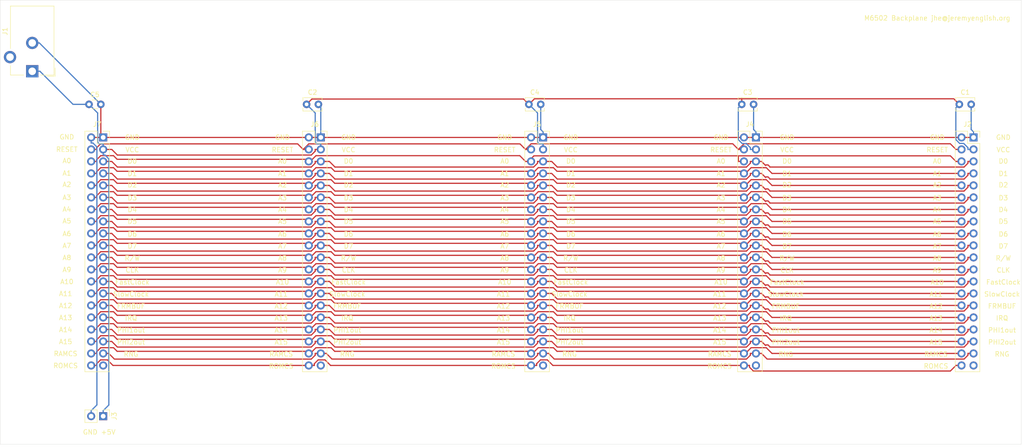
<source format=kicad_pcb>
(kicad_pcb (version 20171130) (host pcbnew "(5.1.12)-1")

  (general
    (thickness 1.6)
    (drawings 202)
    (tracks 1100)
    (zones 0)
    (modules 12)
    (nets 44)
  )

  (page A4)
  (layers
    (0 F.Cu signal)
    (31 B.Cu signal)
    (32 B.Adhes user)
    (33 F.Adhes user)
    (34 B.Paste user)
    (35 F.Paste user)
    (36 B.SilkS user)
    (37 F.SilkS user)
    (38 B.Mask user)
    (39 F.Mask user)
    (40 Dwgs.User user)
    (41 Cmts.User user)
    (42 Eco1.User user)
    (43 Eco2.User user)
    (44 Edge.Cuts user)
    (45 Margin user)
    (46 B.CrtYd user)
    (47 F.CrtYd user)
    (48 B.Fab user)
    (49 F.Fab user)
  )

  (setup
    (last_trace_width 0.25)
    (trace_clearance 0.2)
    (zone_clearance 0.508)
    (zone_45_only no)
    (trace_min 0.2)
    (via_size 0.8)
    (via_drill 0.4)
    (via_min_size 0.4)
    (via_min_drill 0.3)
    (uvia_size 0.3)
    (uvia_drill 0.1)
    (uvias_allowed no)
    (uvia_min_size 0.2)
    (uvia_min_drill 0.1)
    (edge_width 0.05)
    (segment_width 0.2)
    (pcb_text_width 0.3)
    (pcb_text_size 1.5 1.5)
    (mod_edge_width 0.12)
    (mod_text_size 1 1)
    (mod_text_width 0.15)
    (pad_size 1.524 1.524)
    (pad_drill 0.762)
    (pad_to_mask_clearance 0)
    (aux_axis_origin 0 0)
    (visible_elements 7FFFFFFF)
    (pcbplotparams
      (layerselection 0x010fc_ffffffff)
      (usegerberextensions true)
      (usegerberattributes false)
      (usegerberadvancedattributes false)
      (creategerberjobfile false)
      (excludeedgelayer true)
      (linewidth 0.100000)
      (plotframeref false)
      (viasonmask false)
      (mode 1)
      (useauxorigin false)
      (hpglpennumber 1)
      (hpglpenspeed 20)
      (hpglpendiameter 15.000000)
      (psnegative false)
      (psa4output false)
      (plotreference true)
      (plotvalue false)
      (plotinvisibletext false)
      (padsonsilk false)
      (subtractmaskfromsilk true)
      (outputformat 1)
      (mirror false)
      (drillshape 0)
      (scaleselection 1)
      (outputdirectory ""))
  )

  (net 0 "")
  (net 1 /VCC)
  (net 2 Earth)
  (net 3 /RESET)
  (net 4 /A0)
  (net 5 /A1)
  (net 6 /A2)
  (net 7 /A3)
  (net 8 /A4)
  (net 9 /A5)
  (net 10 /A6)
  (net 11 /A7)
  (net 12 /A8)
  (net 13 /A9)
  (net 14 /A10)
  (net 15 /A11)
  (net 16 /A12)
  (net 17 /A13)
  (net 18 /A14)
  (net 19 /A15)
  (net 20 /RAMCS)
  (net 21 /ROMCS)
  (net 22 "Net-(J2-Pad21)")
  (net 23 /RNG)
  (net 24 /PHI2out)
  (net 25 /PHI1out)
  (net 26 /IRQ)
  (net 27 /FRMBUF)
  (net 28 /SCLK)
  (net 29 /FCLK)
  (net 30 /CLK)
  (net 31 /RW)
  (net 32 /D7)
  (net 33 /D6)
  (net 34 /D5)
  (net 35 /D4)
  (net 36 /D3)
  (net 37 /D2)
  (net 38 /D1)
  (net 39 /D0)
  (net 40 "Net-(J4-Pad21)")
  (net 41 "Net-(J5-Pad21)")
  (net 42 "Net-(J6-Pad21)")
  (net 43 "Net-(J7-Pad21)")

  (net_class Default "This is the default net class."
    (clearance 0.2)
    (trace_width 0.25)
    (via_dia 0.8)
    (via_drill 0.4)
    (uvia_dia 0.3)
    (uvia_drill 0.1)
    (add_net /A0)
    (add_net /A1)
    (add_net /A10)
    (add_net /A11)
    (add_net /A12)
    (add_net /A13)
    (add_net /A14)
    (add_net /A15)
    (add_net /A2)
    (add_net /A3)
    (add_net /A4)
    (add_net /A5)
    (add_net /A6)
    (add_net /A7)
    (add_net /A8)
    (add_net /A9)
    (add_net /CLK)
    (add_net /D0)
    (add_net /D1)
    (add_net /D2)
    (add_net /D3)
    (add_net /D4)
    (add_net /D5)
    (add_net /D6)
    (add_net /D7)
    (add_net /FCLK)
    (add_net /FRMBUF)
    (add_net /IRQ)
    (add_net /PHI1out)
    (add_net /PHI2out)
    (add_net /RAMCS)
    (add_net /RESET)
    (add_net /RNG)
    (add_net /ROMCS)
    (add_net /RW)
    (add_net /SCLK)
    (add_net /VCC)
    (add_net Earth)
    (add_net "Net-(J2-Pad21)")
    (add_net "Net-(J4-Pad21)")
    (add_net "Net-(J5-Pad21)")
    (add_net "Net-(J6-Pad21)")
    (add_net "Net-(J7-Pad21)")
  )

  (module motherboard:PinSocket_2x20_P2.54mm_Vertical_Counter_Clockwise (layer F.Cu) (tedit 63396427) (tstamp 6339B0AE)
    (at 235 57)
    (descr "Through hole straight socket strip, 2x20, 2.54mm pitch, double cols (from Kicad 4.0.7), script generated")
    (tags "Through hole socket strip THT 2x20 2.54mm double row")
    (path /6331A348)
    (fp_text reference J2 (at -1.27 -2.77) (layer F.SilkS)
      (effects (font (size 1 1) (thickness 0.15)))
    )
    (fp_text value Conn_02x20_Counter_Clockwise (at -1.27 51.03) (layer F.Fab)
      (effects (font (size 1 1) (thickness 0.15)))
    )
    (fp_line (start -3.81 -1.27) (end 0.27 -1.27) (layer F.Fab) (width 0.1))
    (fp_line (start 0.27 -1.27) (end 1.27 -0.27) (layer F.Fab) (width 0.1))
    (fp_line (start 1.27 -0.27) (end 1.27 49.53) (layer F.Fab) (width 0.1))
    (fp_line (start 1.27 49.53) (end -3.81 49.53) (layer F.Fab) (width 0.1))
    (fp_line (start -3.81 49.53) (end -3.81 -1.27) (layer F.Fab) (width 0.1))
    (fp_line (start -3.87 -1.33) (end -1.27 -1.33) (layer F.SilkS) (width 0.12))
    (fp_line (start -3.87 -1.33) (end -3.87 49.59) (layer F.SilkS) (width 0.12))
    (fp_line (start -3.87 49.59) (end 1.33 49.59) (layer F.SilkS) (width 0.12))
    (fp_line (start 1.33 1.27) (end 1.33 49.59) (layer F.SilkS) (width 0.12))
    (fp_line (start -1.27 1.27) (end 1.33 1.27) (layer F.SilkS) (width 0.12))
    (fp_line (start -1.27 -1.33) (end -1.27 1.27) (layer F.SilkS) (width 0.12))
    (fp_line (start 1.33 -1.33) (end 1.33 0) (layer F.SilkS) (width 0.12))
    (fp_line (start 0 -1.33) (end 1.33 -1.33) (layer F.SilkS) (width 0.12))
    (fp_line (start -4.34 -1.8) (end 1.76 -1.8) (layer F.CrtYd) (width 0.05))
    (fp_line (start 1.76 -1.8) (end 1.76 50) (layer F.CrtYd) (width 0.05))
    (fp_line (start 1.76 50) (end -4.34 50) (layer F.CrtYd) (width 0.05))
    (fp_line (start -4.34 50) (end -4.34 -1.8) (layer F.CrtYd) (width 0.05))
    (fp_text user %R (at -1.27 24.13 90) (layer F.Fab)
      (effects (font (size 1 1) (thickness 0.15)))
    )
    (pad 20 thru_hole oval (at -2.54 48.26) (size 1.7 1.7) (drill 1) (layers *.Cu *.Mask)
      (net 21 /ROMCS))
    (pad 21 thru_hole oval (at 0 48.26) (size 1.7 1.7) (drill 1) (layers *.Cu *.Mask)
      (net 22 "Net-(J2-Pad21)"))
    (pad 19 thru_hole oval (at -2.54 45.72) (size 1.7 1.7) (drill 1) (layers *.Cu *.Mask)
      (net 20 /RAMCS))
    (pad 22 thru_hole oval (at 0 45.72) (size 1.7 1.7) (drill 1) (layers *.Cu *.Mask)
      (net 23 /RNG))
    (pad 18 thru_hole oval (at -2.54 43.18) (size 1.7 1.7) (drill 1) (layers *.Cu *.Mask)
      (net 19 /A15))
    (pad 23 thru_hole oval (at 0 43.18) (size 1.7 1.7) (drill 1) (layers *.Cu *.Mask)
      (net 24 /PHI2out))
    (pad 17 thru_hole oval (at -2.54 40.64) (size 1.7 1.7) (drill 1) (layers *.Cu *.Mask)
      (net 18 /A14))
    (pad 24 thru_hole oval (at 0 40.64) (size 1.7 1.7) (drill 1) (layers *.Cu *.Mask)
      (net 25 /PHI1out))
    (pad 16 thru_hole oval (at -2.54 38.1) (size 1.7 1.7) (drill 1) (layers *.Cu *.Mask)
      (net 17 /A13))
    (pad 25 thru_hole oval (at 0 38.1) (size 1.7 1.7) (drill 1) (layers *.Cu *.Mask)
      (net 26 /IRQ))
    (pad 15 thru_hole oval (at -2.54 35.56) (size 1.7 1.7) (drill 1) (layers *.Cu *.Mask)
      (net 16 /A12))
    (pad 26 thru_hole oval (at 0 35.56) (size 1.7 1.7) (drill 1) (layers *.Cu *.Mask)
      (net 27 /FRMBUF))
    (pad 14 thru_hole oval (at -2.54 33.02) (size 1.7 1.7) (drill 1) (layers *.Cu *.Mask)
      (net 15 /A11))
    (pad 27 thru_hole oval (at 0 33.02) (size 1.7 1.7) (drill 1) (layers *.Cu *.Mask)
      (net 28 /SCLK))
    (pad 13 thru_hole oval (at -2.54 30.48) (size 1.7 1.7) (drill 1) (layers *.Cu *.Mask)
      (net 14 /A10))
    (pad 28 thru_hole oval (at 0 30.48) (size 1.7 1.7) (drill 1) (layers *.Cu *.Mask)
      (net 29 /FCLK))
    (pad 12 thru_hole oval (at -2.54 27.94) (size 1.7 1.7) (drill 1) (layers *.Cu *.Mask)
      (net 13 /A9))
    (pad 29 thru_hole oval (at 0 27.94) (size 1.7 1.7) (drill 1) (layers *.Cu *.Mask)
      (net 30 /CLK))
    (pad 11 thru_hole oval (at -2.54 25.4) (size 1.7 1.7) (drill 1) (layers *.Cu *.Mask)
      (net 12 /A8))
    (pad 30 thru_hole oval (at 0 25.4) (size 1.7 1.7) (drill 1) (layers *.Cu *.Mask)
      (net 31 /RW))
    (pad 10 thru_hole oval (at -2.54 22.86) (size 1.7 1.7) (drill 1) (layers *.Cu *.Mask)
      (net 11 /A7))
    (pad 31 thru_hole oval (at 0 22.86) (size 1.7 1.7) (drill 1) (layers *.Cu *.Mask)
      (net 32 /D7))
    (pad 9 thru_hole oval (at -2.54 20.32) (size 1.7 1.7) (drill 1) (layers *.Cu *.Mask)
      (net 10 /A6))
    (pad 32 thru_hole oval (at 0 20.32) (size 1.7 1.7) (drill 1) (layers *.Cu *.Mask)
      (net 33 /D6))
    (pad 8 thru_hole oval (at -2.54 17.78) (size 1.7 1.7) (drill 1) (layers *.Cu *.Mask)
      (net 9 /A5))
    (pad 33 thru_hole oval (at 0 17.78) (size 1.7 1.7) (drill 1) (layers *.Cu *.Mask)
      (net 34 /D5))
    (pad 7 thru_hole oval (at -2.54 15.24) (size 1.7 1.7) (drill 1) (layers *.Cu *.Mask)
      (net 8 /A4))
    (pad 34 thru_hole oval (at 0 15.24) (size 1.7 1.7) (drill 1) (layers *.Cu *.Mask)
      (net 35 /D4))
    (pad 6 thru_hole oval (at -2.54 12.7) (size 1.7 1.7) (drill 1) (layers *.Cu *.Mask)
      (net 7 /A3))
    (pad 35 thru_hole oval (at 0 12.7) (size 1.7 1.7) (drill 1) (layers *.Cu *.Mask)
      (net 36 /D3))
    (pad 5 thru_hole oval (at -2.54 10.16) (size 1.7 1.7) (drill 1) (layers *.Cu *.Mask)
      (net 6 /A2))
    (pad 36 thru_hole oval (at 0 10.16) (size 1.7 1.7) (drill 1) (layers *.Cu *.Mask)
      (net 37 /D2))
    (pad 4 thru_hole oval (at -2.54 7.62) (size 1.7 1.7) (drill 1) (layers *.Cu *.Mask)
      (net 5 /A1))
    (pad 37 thru_hole oval (at 0 7.62) (size 1.7 1.7) (drill 1) (layers *.Cu *.Mask)
      (net 38 /D1))
    (pad 3 thru_hole oval (at -2.54 5.08) (size 1.7 1.7) (drill 1) (layers *.Cu *.Mask)
      (net 4 /A0))
    (pad 38 thru_hole oval (at 0 5.08) (size 1.7 1.7) (drill 1) (layers *.Cu *.Mask)
      (net 39 /D0))
    (pad 2 thru_hole oval (at -2.54 2.54) (size 1.7 1.7) (drill 1) (layers *.Cu *.Mask)
      (net 3 /RESET))
    (pad 39 thru_hole oval (at 0 2.54) (size 1.7 1.7) (drill 1) (layers *.Cu *.Mask)
      (net 1 /VCC))
    (pad 1 thru_hole oval (at -2.54 0) (size 1.7 1.7) (drill 1) (layers *.Cu *.Mask)
      (net 2 Earth))
    (pad 40 thru_hole rect (at 0 0) (size 1.7 1.7) (drill 1) (layers *.Cu *.Mask)
      (net 2 Earth))
    (model ${KISYS3DMOD}/Connector_PinSocket_2.54mm.3dshapes/PinSocket_2x20_P2.54mm_Vertical.wrl
      (at (xyz 0 0 0))
      (scale (xyz 1 1 1))
      (rotate (xyz 0 0 0))
    )
  )

  (module motherboard:PinSocket_2x20_P2.54mm_Vertical_Counter_Clockwise (layer F.Cu) (tedit 63396427) (tstamp 6339B102)
    (at 189 57)
    (descr "Through hole straight socket strip, 2x20, 2.54mm pitch, double cols (from Kicad 4.0.7), script generated")
    (tags "Through hole socket strip THT 2x20 2.54mm double row")
    (path /633C504D)
    (fp_text reference J4 (at -1.27 -2.77) (layer F.SilkS)
      (effects (font (size 1 1) (thickness 0.15)))
    )
    (fp_text value Conn_02x20_Counter_Clockwise (at -1.27 51.03) (layer F.Fab)
      (effects (font (size 1 1) (thickness 0.15)))
    )
    (fp_line (start -3.81 -1.27) (end 0.27 -1.27) (layer F.Fab) (width 0.1))
    (fp_line (start 0.27 -1.27) (end 1.27 -0.27) (layer F.Fab) (width 0.1))
    (fp_line (start 1.27 -0.27) (end 1.27 49.53) (layer F.Fab) (width 0.1))
    (fp_line (start 1.27 49.53) (end -3.81 49.53) (layer F.Fab) (width 0.1))
    (fp_line (start -3.81 49.53) (end -3.81 -1.27) (layer F.Fab) (width 0.1))
    (fp_line (start -3.87 -1.33) (end -1.27 -1.33) (layer F.SilkS) (width 0.12))
    (fp_line (start -3.87 -1.33) (end -3.87 49.59) (layer F.SilkS) (width 0.12))
    (fp_line (start -3.87 49.59) (end 1.33 49.59) (layer F.SilkS) (width 0.12))
    (fp_line (start 1.33 1.27) (end 1.33 49.59) (layer F.SilkS) (width 0.12))
    (fp_line (start -1.27 1.27) (end 1.33 1.27) (layer F.SilkS) (width 0.12))
    (fp_line (start -1.27 -1.33) (end -1.27 1.27) (layer F.SilkS) (width 0.12))
    (fp_line (start 1.33 -1.33) (end 1.33 0) (layer F.SilkS) (width 0.12))
    (fp_line (start 0 -1.33) (end 1.33 -1.33) (layer F.SilkS) (width 0.12))
    (fp_line (start -4.34 -1.8) (end 1.76 -1.8) (layer F.CrtYd) (width 0.05))
    (fp_line (start 1.76 -1.8) (end 1.76 50) (layer F.CrtYd) (width 0.05))
    (fp_line (start 1.76 50) (end -4.34 50) (layer F.CrtYd) (width 0.05))
    (fp_line (start -4.34 50) (end -4.34 -1.8) (layer F.CrtYd) (width 0.05))
    (fp_text user %R (at -1.27 24.13 90) (layer F.Fab)
      (effects (font (size 1 1) (thickness 0.15)))
    )
    (pad 20 thru_hole oval (at -2.54 48.26) (size 1.7 1.7) (drill 1) (layers *.Cu *.Mask)
      (net 21 /ROMCS))
    (pad 21 thru_hole oval (at 0 48.26) (size 1.7 1.7) (drill 1) (layers *.Cu *.Mask)
      (net 40 "Net-(J4-Pad21)"))
    (pad 19 thru_hole oval (at -2.54 45.72) (size 1.7 1.7) (drill 1) (layers *.Cu *.Mask)
      (net 20 /RAMCS))
    (pad 22 thru_hole oval (at 0 45.72) (size 1.7 1.7) (drill 1) (layers *.Cu *.Mask)
      (net 23 /RNG))
    (pad 18 thru_hole oval (at -2.54 43.18) (size 1.7 1.7) (drill 1) (layers *.Cu *.Mask)
      (net 19 /A15))
    (pad 23 thru_hole oval (at 0 43.18) (size 1.7 1.7) (drill 1) (layers *.Cu *.Mask)
      (net 24 /PHI2out))
    (pad 17 thru_hole oval (at -2.54 40.64) (size 1.7 1.7) (drill 1) (layers *.Cu *.Mask)
      (net 18 /A14))
    (pad 24 thru_hole oval (at 0 40.64) (size 1.7 1.7) (drill 1) (layers *.Cu *.Mask)
      (net 25 /PHI1out))
    (pad 16 thru_hole oval (at -2.54 38.1) (size 1.7 1.7) (drill 1) (layers *.Cu *.Mask)
      (net 17 /A13))
    (pad 25 thru_hole oval (at 0 38.1) (size 1.7 1.7) (drill 1) (layers *.Cu *.Mask)
      (net 26 /IRQ))
    (pad 15 thru_hole oval (at -2.54 35.56) (size 1.7 1.7) (drill 1) (layers *.Cu *.Mask)
      (net 16 /A12))
    (pad 26 thru_hole oval (at 0 35.56) (size 1.7 1.7) (drill 1) (layers *.Cu *.Mask)
      (net 27 /FRMBUF))
    (pad 14 thru_hole oval (at -2.54 33.02) (size 1.7 1.7) (drill 1) (layers *.Cu *.Mask)
      (net 15 /A11))
    (pad 27 thru_hole oval (at 0 33.02) (size 1.7 1.7) (drill 1) (layers *.Cu *.Mask)
      (net 28 /SCLK))
    (pad 13 thru_hole oval (at -2.54 30.48) (size 1.7 1.7) (drill 1) (layers *.Cu *.Mask)
      (net 14 /A10))
    (pad 28 thru_hole oval (at 0 30.48) (size 1.7 1.7) (drill 1) (layers *.Cu *.Mask)
      (net 29 /FCLK))
    (pad 12 thru_hole oval (at -2.54 27.94) (size 1.7 1.7) (drill 1) (layers *.Cu *.Mask)
      (net 13 /A9))
    (pad 29 thru_hole oval (at 0 27.94) (size 1.7 1.7) (drill 1) (layers *.Cu *.Mask)
      (net 30 /CLK))
    (pad 11 thru_hole oval (at -2.54 25.4) (size 1.7 1.7) (drill 1) (layers *.Cu *.Mask)
      (net 12 /A8))
    (pad 30 thru_hole oval (at 0 25.4) (size 1.7 1.7) (drill 1) (layers *.Cu *.Mask)
      (net 31 /RW))
    (pad 10 thru_hole oval (at -2.54 22.86) (size 1.7 1.7) (drill 1) (layers *.Cu *.Mask)
      (net 11 /A7))
    (pad 31 thru_hole oval (at 0 22.86) (size 1.7 1.7) (drill 1) (layers *.Cu *.Mask)
      (net 32 /D7))
    (pad 9 thru_hole oval (at -2.54 20.32) (size 1.7 1.7) (drill 1) (layers *.Cu *.Mask)
      (net 10 /A6))
    (pad 32 thru_hole oval (at 0 20.32) (size 1.7 1.7) (drill 1) (layers *.Cu *.Mask)
      (net 33 /D6))
    (pad 8 thru_hole oval (at -2.54 17.78) (size 1.7 1.7) (drill 1) (layers *.Cu *.Mask)
      (net 9 /A5))
    (pad 33 thru_hole oval (at 0 17.78) (size 1.7 1.7) (drill 1) (layers *.Cu *.Mask)
      (net 34 /D5))
    (pad 7 thru_hole oval (at -2.54 15.24) (size 1.7 1.7) (drill 1) (layers *.Cu *.Mask)
      (net 8 /A4))
    (pad 34 thru_hole oval (at 0 15.24) (size 1.7 1.7) (drill 1) (layers *.Cu *.Mask)
      (net 35 /D4))
    (pad 6 thru_hole oval (at -2.54 12.7) (size 1.7 1.7) (drill 1) (layers *.Cu *.Mask)
      (net 7 /A3))
    (pad 35 thru_hole oval (at 0 12.7) (size 1.7 1.7) (drill 1) (layers *.Cu *.Mask)
      (net 36 /D3))
    (pad 5 thru_hole oval (at -2.54 10.16) (size 1.7 1.7) (drill 1) (layers *.Cu *.Mask)
      (net 6 /A2))
    (pad 36 thru_hole oval (at 0 10.16) (size 1.7 1.7) (drill 1) (layers *.Cu *.Mask)
      (net 37 /D2))
    (pad 4 thru_hole oval (at -2.54 7.62) (size 1.7 1.7) (drill 1) (layers *.Cu *.Mask)
      (net 5 /A1))
    (pad 37 thru_hole oval (at 0 7.62) (size 1.7 1.7) (drill 1) (layers *.Cu *.Mask)
      (net 38 /D1))
    (pad 3 thru_hole oval (at -2.54 5.08) (size 1.7 1.7) (drill 1) (layers *.Cu *.Mask)
      (net 4 /A0))
    (pad 38 thru_hole oval (at 0 5.08) (size 1.7 1.7) (drill 1) (layers *.Cu *.Mask)
      (net 39 /D0))
    (pad 2 thru_hole oval (at -2.54 2.54) (size 1.7 1.7) (drill 1) (layers *.Cu *.Mask)
      (net 3 /RESET))
    (pad 39 thru_hole oval (at 0 2.54) (size 1.7 1.7) (drill 1) (layers *.Cu *.Mask)
      (net 1 /VCC))
    (pad 1 thru_hole oval (at -2.54 0) (size 1.7 1.7) (drill 1) (layers *.Cu *.Mask)
      (net 2 Earth))
    (pad 40 thru_hole rect (at 0 0) (size 1.7 1.7) (drill 1) (layers *.Cu *.Mask)
      (net 2 Earth))
    (model ${KISYS3DMOD}/Connector_PinSocket_2.54mm.3dshapes/PinSocket_2x20_P2.54mm_Vertical.wrl
      (at (xyz 0 0 0))
      (scale (xyz 1 1 1))
      (rotate (xyz 0 0 0))
    )
  )

  (module motherboard:PinSocket_2x20_P2.54mm_Vertical_Counter_Clockwise (layer F.Cu) (tedit 63396427) (tstamp 6339B140)
    (at 144 57)
    (descr "Through hole straight socket strip, 2x20, 2.54mm pitch, double cols (from Kicad 4.0.7), script generated")
    (tags "Through hole socket strip THT 2x20 2.54mm double row")
    (path /633CDD28)
    (fp_text reference J5 (at -1.27 -2.77) (layer F.SilkS)
      (effects (font (size 1 1) (thickness 0.15)))
    )
    (fp_text value Conn_02x20_Counter_Clockwise (at -1.27 51.03) (layer F.Fab)
      (effects (font (size 1 1) (thickness 0.15)))
    )
    (fp_line (start -3.81 -1.27) (end 0.27 -1.27) (layer F.Fab) (width 0.1))
    (fp_line (start 0.27 -1.27) (end 1.27 -0.27) (layer F.Fab) (width 0.1))
    (fp_line (start 1.27 -0.27) (end 1.27 49.53) (layer F.Fab) (width 0.1))
    (fp_line (start 1.27 49.53) (end -3.81 49.53) (layer F.Fab) (width 0.1))
    (fp_line (start -3.81 49.53) (end -3.81 -1.27) (layer F.Fab) (width 0.1))
    (fp_line (start -3.87 -1.33) (end -1.27 -1.33) (layer F.SilkS) (width 0.12))
    (fp_line (start -3.87 -1.33) (end -3.87 49.59) (layer F.SilkS) (width 0.12))
    (fp_line (start -3.87 49.59) (end 1.33 49.59) (layer F.SilkS) (width 0.12))
    (fp_line (start 1.33 1.27) (end 1.33 49.59) (layer F.SilkS) (width 0.12))
    (fp_line (start -1.27 1.27) (end 1.33 1.27) (layer F.SilkS) (width 0.12))
    (fp_line (start -1.27 -1.33) (end -1.27 1.27) (layer F.SilkS) (width 0.12))
    (fp_line (start 1.33 -1.33) (end 1.33 0) (layer F.SilkS) (width 0.12))
    (fp_line (start 0 -1.33) (end 1.33 -1.33) (layer F.SilkS) (width 0.12))
    (fp_line (start -4.34 -1.8) (end 1.76 -1.8) (layer F.CrtYd) (width 0.05))
    (fp_line (start 1.76 -1.8) (end 1.76 50) (layer F.CrtYd) (width 0.05))
    (fp_line (start 1.76 50) (end -4.34 50) (layer F.CrtYd) (width 0.05))
    (fp_line (start -4.34 50) (end -4.34 -1.8) (layer F.CrtYd) (width 0.05))
    (fp_text user %R (at -1.27 24.13 90) (layer F.Fab)
      (effects (font (size 1 1) (thickness 0.15)))
    )
    (pad 20 thru_hole oval (at -2.54 48.26) (size 1.7 1.7) (drill 1) (layers *.Cu *.Mask)
      (net 21 /ROMCS))
    (pad 21 thru_hole oval (at 0 48.26) (size 1.7 1.7) (drill 1) (layers *.Cu *.Mask)
      (net 41 "Net-(J5-Pad21)"))
    (pad 19 thru_hole oval (at -2.54 45.72) (size 1.7 1.7) (drill 1) (layers *.Cu *.Mask)
      (net 20 /RAMCS))
    (pad 22 thru_hole oval (at 0 45.72) (size 1.7 1.7) (drill 1) (layers *.Cu *.Mask)
      (net 23 /RNG))
    (pad 18 thru_hole oval (at -2.54 43.18) (size 1.7 1.7) (drill 1) (layers *.Cu *.Mask)
      (net 19 /A15))
    (pad 23 thru_hole oval (at 0 43.18) (size 1.7 1.7) (drill 1) (layers *.Cu *.Mask)
      (net 24 /PHI2out))
    (pad 17 thru_hole oval (at -2.54 40.64) (size 1.7 1.7) (drill 1) (layers *.Cu *.Mask)
      (net 18 /A14))
    (pad 24 thru_hole oval (at 0 40.64) (size 1.7 1.7) (drill 1) (layers *.Cu *.Mask)
      (net 25 /PHI1out))
    (pad 16 thru_hole oval (at -2.54 38.1) (size 1.7 1.7) (drill 1) (layers *.Cu *.Mask)
      (net 17 /A13))
    (pad 25 thru_hole oval (at 0 38.1) (size 1.7 1.7) (drill 1) (layers *.Cu *.Mask)
      (net 26 /IRQ))
    (pad 15 thru_hole oval (at -2.54 35.56) (size 1.7 1.7) (drill 1) (layers *.Cu *.Mask)
      (net 16 /A12))
    (pad 26 thru_hole oval (at 0 35.56) (size 1.7 1.7) (drill 1) (layers *.Cu *.Mask)
      (net 27 /FRMBUF))
    (pad 14 thru_hole oval (at -2.54 33.02) (size 1.7 1.7) (drill 1) (layers *.Cu *.Mask)
      (net 15 /A11))
    (pad 27 thru_hole oval (at 0 33.02) (size 1.7 1.7) (drill 1) (layers *.Cu *.Mask)
      (net 28 /SCLK))
    (pad 13 thru_hole oval (at -2.54 30.48) (size 1.7 1.7) (drill 1) (layers *.Cu *.Mask)
      (net 14 /A10))
    (pad 28 thru_hole oval (at 0 30.48) (size 1.7 1.7) (drill 1) (layers *.Cu *.Mask)
      (net 29 /FCLK))
    (pad 12 thru_hole oval (at -2.54 27.94) (size 1.7 1.7) (drill 1) (layers *.Cu *.Mask)
      (net 13 /A9))
    (pad 29 thru_hole oval (at 0 27.94) (size 1.7 1.7) (drill 1) (layers *.Cu *.Mask)
      (net 30 /CLK))
    (pad 11 thru_hole oval (at -2.54 25.4) (size 1.7 1.7) (drill 1) (layers *.Cu *.Mask)
      (net 12 /A8))
    (pad 30 thru_hole oval (at 0 25.4) (size 1.7 1.7) (drill 1) (layers *.Cu *.Mask)
      (net 31 /RW))
    (pad 10 thru_hole oval (at -2.54 22.86) (size 1.7 1.7) (drill 1) (layers *.Cu *.Mask)
      (net 11 /A7))
    (pad 31 thru_hole oval (at 0 22.86) (size 1.7 1.7) (drill 1) (layers *.Cu *.Mask)
      (net 32 /D7))
    (pad 9 thru_hole oval (at -2.54 20.32) (size 1.7 1.7) (drill 1) (layers *.Cu *.Mask)
      (net 10 /A6))
    (pad 32 thru_hole oval (at 0 20.32) (size 1.7 1.7) (drill 1) (layers *.Cu *.Mask)
      (net 33 /D6))
    (pad 8 thru_hole oval (at -2.54 17.78) (size 1.7 1.7) (drill 1) (layers *.Cu *.Mask)
      (net 9 /A5))
    (pad 33 thru_hole oval (at 0 17.78) (size 1.7 1.7) (drill 1) (layers *.Cu *.Mask)
      (net 34 /D5))
    (pad 7 thru_hole oval (at -2.54 15.24) (size 1.7 1.7) (drill 1) (layers *.Cu *.Mask)
      (net 8 /A4))
    (pad 34 thru_hole oval (at 0 15.24) (size 1.7 1.7) (drill 1) (layers *.Cu *.Mask)
      (net 35 /D4))
    (pad 6 thru_hole oval (at -2.54 12.7) (size 1.7 1.7) (drill 1) (layers *.Cu *.Mask)
      (net 7 /A3))
    (pad 35 thru_hole oval (at 0 12.7) (size 1.7 1.7) (drill 1) (layers *.Cu *.Mask)
      (net 36 /D3))
    (pad 5 thru_hole oval (at -2.54 10.16) (size 1.7 1.7) (drill 1) (layers *.Cu *.Mask)
      (net 6 /A2))
    (pad 36 thru_hole oval (at 0 10.16) (size 1.7 1.7) (drill 1) (layers *.Cu *.Mask)
      (net 37 /D2))
    (pad 4 thru_hole oval (at -2.54 7.62) (size 1.7 1.7) (drill 1) (layers *.Cu *.Mask)
      (net 5 /A1))
    (pad 37 thru_hole oval (at 0 7.62) (size 1.7 1.7) (drill 1) (layers *.Cu *.Mask)
      (net 38 /D1))
    (pad 3 thru_hole oval (at -2.54 5.08) (size 1.7 1.7) (drill 1) (layers *.Cu *.Mask)
      (net 4 /A0))
    (pad 38 thru_hole oval (at 0 5.08) (size 1.7 1.7) (drill 1) (layers *.Cu *.Mask)
      (net 39 /D0))
    (pad 2 thru_hole oval (at -2.54 2.54) (size 1.7 1.7) (drill 1) (layers *.Cu *.Mask)
      (net 3 /RESET))
    (pad 39 thru_hole oval (at 0 2.54) (size 1.7 1.7) (drill 1) (layers *.Cu *.Mask)
      (net 1 /VCC))
    (pad 1 thru_hole oval (at -2.54 0) (size 1.7 1.7) (drill 1) (layers *.Cu *.Mask)
      (net 2 Earth))
    (pad 40 thru_hole rect (at 0 0) (size 1.7 1.7) (drill 1) (layers *.Cu *.Mask)
      (net 2 Earth))
    (model ${KISYS3DMOD}/Connector_PinSocket_2.54mm.3dshapes/PinSocket_2x20_P2.54mm_Vertical.wrl
      (at (xyz 0 0 0))
      (scale (xyz 1 1 1))
      (rotate (xyz 0 0 0))
    )
  )

  (module motherboard:PinSocket_2x20_P2.54mm_Vertical_Counter_Clockwise (layer F.Cu) (tedit 63396427) (tstamp 6339BC83)
    (at 97 57)
    (descr "Through hole straight socket strip, 2x20, 2.54mm pitch, double cols (from Kicad 4.0.7), script generated")
    (tags "Through hole socket strip THT 2x20 2.54mm double row")
    (path /633D9FDC)
    (fp_text reference J6 (at -1.27 -2.77) (layer F.SilkS)
      (effects (font (size 1 1) (thickness 0.15)))
    )
    (fp_text value Conn_02x20_Counter_Clockwise (at -1.27 51.03) (layer F.Fab)
      (effects (font (size 1 1) (thickness 0.15)))
    )
    (fp_line (start -3.81 -1.27) (end 0.27 -1.27) (layer F.Fab) (width 0.1))
    (fp_line (start 0.27 -1.27) (end 1.27 -0.27) (layer F.Fab) (width 0.1))
    (fp_line (start 1.27 -0.27) (end 1.27 49.53) (layer F.Fab) (width 0.1))
    (fp_line (start 1.27 49.53) (end -3.81 49.53) (layer F.Fab) (width 0.1))
    (fp_line (start -3.81 49.53) (end -3.81 -1.27) (layer F.Fab) (width 0.1))
    (fp_line (start -3.87 -1.33) (end -1.27 -1.33) (layer F.SilkS) (width 0.12))
    (fp_line (start -3.87 -1.33) (end -3.87 49.59) (layer F.SilkS) (width 0.12))
    (fp_line (start -3.87 49.59) (end 1.33 49.59) (layer F.SilkS) (width 0.12))
    (fp_line (start 1.33 1.27) (end 1.33 49.59) (layer F.SilkS) (width 0.12))
    (fp_line (start -1.27 1.27) (end 1.33 1.27) (layer F.SilkS) (width 0.12))
    (fp_line (start -1.27 -1.33) (end -1.27 1.27) (layer F.SilkS) (width 0.12))
    (fp_line (start 1.33 -1.33) (end 1.33 0) (layer F.SilkS) (width 0.12))
    (fp_line (start 0 -1.33) (end 1.33 -1.33) (layer F.SilkS) (width 0.12))
    (fp_line (start -4.34 -1.8) (end 1.76 -1.8) (layer F.CrtYd) (width 0.05))
    (fp_line (start 1.76 -1.8) (end 1.76 50) (layer F.CrtYd) (width 0.05))
    (fp_line (start 1.76 50) (end -4.34 50) (layer F.CrtYd) (width 0.05))
    (fp_line (start -4.34 50) (end -4.34 -1.8) (layer F.CrtYd) (width 0.05))
    (fp_text user %R (at -1.27 24.13 90) (layer F.Fab)
      (effects (font (size 1 1) (thickness 0.15)))
    )
    (pad 20 thru_hole oval (at -2.54 48.26) (size 1.7 1.7) (drill 1) (layers *.Cu *.Mask)
      (net 21 /ROMCS))
    (pad 21 thru_hole oval (at 0 48.26) (size 1.7 1.7) (drill 1) (layers *.Cu *.Mask)
      (net 42 "Net-(J6-Pad21)"))
    (pad 19 thru_hole oval (at -2.54 45.72) (size 1.7 1.7) (drill 1) (layers *.Cu *.Mask)
      (net 20 /RAMCS))
    (pad 22 thru_hole oval (at 0 45.72) (size 1.7 1.7) (drill 1) (layers *.Cu *.Mask)
      (net 23 /RNG))
    (pad 18 thru_hole oval (at -2.54 43.18) (size 1.7 1.7) (drill 1) (layers *.Cu *.Mask)
      (net 19 /A15))
    (pad 23 thru_hole oval (at 0 43.18) (size 1.7 1.7) (drill 1) (layers *.Cu *.Mask)
      (net 24 /PHI2out))
    (pad 17 thru_hole oval (at -2.54 40.64) (size 1.7 1.7) (drill 1) (layers *.Cu *.Mask)
      (net 18 /A14))
    (pad 24 thru_hole oval (at 0 40.64) (size 1.7 1.7) (drill 1) (layers *.Cu *.Mask)
      (net 25 /PHI1out))
    (pad 16 thru_hole oval (at -2.54 38.1) (size 1.7 1.7) (drill 1) (layers *.Cu *.Mask)
      (net 17 /A13))
    (pad 25 thru_hole oval (at 0 38.1) (size 1.7 1.7) (drill 1) (layers *.Cu *.Mask)
      (net 26 /IRQ))
    (pad 15 thru_hole oval (at -2.54 35.56) (size 1.7 1.7) (drill 1) (layers *.Cu *.Mask)
      (net 16 /A12))
    (pad 26 thru_hole oval (at 0 35.56) (size 1.7 1.7) (drill 1) (layers *.Cu *.Mask)
      (net 27 /FRMBUF))
    (pad 14 thru_hole oval (at -2.54 33.02) (size 1.7 1.7) (drill 1) (layers *.Cu *.Mask)
      (net 15 /A11))
    (pad 27 thru_hole oval (at 0 33.02) (size 1.7 1.7) (drill 1) (layers *.Cu *.Mask)
      (net 28 /SCLK))
    (pad 13 thru_hole oval (at -2.54 30.48) (size 1.7 1.7) (drill 1) (layers *.Cu *.Mask)
      (net 14 /A10))
    (pad 28 thru_hole oval (at 0 30.48) (size 1.7 1.7) (drill 1) (layers *.Cu *.Mask)
      (net 29 /FCLK))
    (pad 12 thru_hole oval (at -2.54 27.94) (size 1.7 1.7) (drill 1) (layers *.Cu *.Mask)
      (net 13 /A9))
    (pad 29 thru_hole oval (at 0 27.94) (size 1.7 1.7) (drill 1) (layers *.Cu *.Mask)
      (net 30 /CLK))
    (pad 11 thru_hole oval (at -2.54 25.4) (size 1.7 1.7) (drill 1) (layers *.Cu *.Mask)
      (net 12 /A8))
    (pad 30 thru_hole oval (at 0 25.4) (size 1.7 1.7) (drill 1) (layers *.Cu *.Mask)
      (net 31 /RW))
    (pad 10 thru_hole oval (at -2.54 22.86) (size 1.7 1.7) (drill 1) (layers *.Cu *.Mask)
      (net 11 /A7))
    (pad 31 thru_hole oval (at 0 22.86) (size 1.7 1.7) (drill 1) (layers *.Cu *.Mask)
      (net 32 /D7))
    (pad 9 thru_hole oval (at -2.54 20.32) (size 1.7 1.7) (drill 1) (layers *.Cu *.Mask)
      (net 10 /A6))
    (pad 32 thru_hole oval (at 0 20.32) (size 1.7 1.7) (drill 1) (layers *.Cu *.Mask)
      (net 33 /D6))
    (pad 8 thru_hole oval (at -2.54 17.78) (size 1.7 1.7) (drill 1) (layers *.Cu *.Mask)
      (net 9 /A5))
    (pad 33 thru_hole oval (at 0 17.78) (size 1.7 1.7) (drill 1) (layers *.Cu *.Mask)
      (net 34 /D5))
    (pad 7 thru_hole oval (at -2.54 15.24) (size 1.7 1.7) (drill 1) (layers *.Cu *.Mask)
      (net 8 /A4))
    (pad 34 thru_hole oval (at 0 15.24) (size 1.7 1.7) (drill 1) (layers *.Cu *.Mask)
      (net 35 /D4))
    (pad 6 thru_hole oval (at -2.54 12.7) (size 1.7 1.7) (drill 1) (layers *.Cu *.Mask)
      (net 7 /A3))
    (pad 35 thru_hole oval (at 0 12.7) (size 1.7 1.7) (drill 1) (layers *.Cu *.Mask)
      (net 36 /D3))
    (pad 5 thru_hole oval (at -2.54 10.16) (size 1.7 1.7) (drill 1) (layers *.Cu *.Mask)
      (net 6 /A2))
    (pad 36 thru_hole oval (at 0 10.16) (size 1.7 1.7) (drill 1) (layers *.Cu *.Mask)
      (net 37 /D2))
    (pad 4 thru_hole oval (at -2.54 7.62) (size 1.7 1.7) (drill 1) (layers *.Cu *.Mask)
      (net 5 /A1))
    (pad 37 thru_hole oval (at 0 7.62) (size 1.7 1.7) (drill 1) (layers *.Cu *.Mask)
      (net 38 /D1))
    (pad 3 thru_hole oval (at -2.54 5.08) (size 1.7 1.7) (drill 1) (layers *.Cu *.Mask)
      (net 4 /A0))
    (pad 38 thru_hole oval (at 0 5.08) (size 1.7 1.7) (drill 1) (layers *.Cu *.Mask)
      (net 39 /D0))
    (pad 2 thru_hole oval (at -2.54 2.54) (size 1.7 1.7) (drill 1) (layers *.Cu *.Mask)
      (net 3 /RESET))
    (pad 39 thru_hole oval (at 0 2.54) (size 1.7 1.7) (drill 1) (layers *.Cu *.Mask)
      (net 1 /VCC))
    (pad 1 thru_hole oval (at -2.54 0) (size 1.7 1.7) (drill 1) (layers *.Cu *.Mask)
      (net 2 Earth))
    (pad 40 thru_hole rect (at 0 0) (size 1.7 1.7) (drill 1) (layers *.Cu *.Mask)
      (net 2 Earth))
    (model ${KISYS3DMOD}/Connector_PinSocket_2.54mm.3dshapes/PinSocket_2x20_P2.54mm_Vertical.wrl
      (at (xyz 0 0 0))
      (scale (xyz 1 1 1))
      (rotate (xyz 0 0 0))
    )
  )

  (module motherboard:PinSocket_2x20_P2.54mm_Vertical_Counter_Clockwise (layer F.Cu) (tedit 63396427) (tstamp 6339B1BC)
    (at 51 57)
    (descr "Through hole straight socket strip, 2x20, 2.54mm pitch, double cols (from Kicad 4.0.7), script generated")
    (tags "Through hole socket strip THT 2x20 2.54mm double row")
    (path /634FBDD9)
    (fp_text reference J7 (at -1.27 -2.77) (layer F.SilkS)
      (effects (font (size 1 1) (thickness 0.15)))
    )
    (fp_text value Conn_02x20_Counter_Clockwise (at -1.27 51.03) (layer F.Fab)
      (effects (font (size 1 1) (thickness 0.15)))
    )
    (fp_line (start -3.81 -1.27) (end 0.27 -1.27) (layer F.Fab) (width 0.1))
    (fp_line (start 0.27 -1.27) (end 1.27 -0.27) (layer F.Fab) (width 0.1))
    (fp_line (start 1.27 -0.27) (end 1.27 49.53) (layer F.Fab) (width 0.1))
    (fp_line (start 1.27 49.53) (end -3.81 49.53) (layer F.Fab) (width 0.1))
    (fp_line (start -3.81 49.53) (end -3.81 -1.27) (layer F.Fab) (width 0.1))
    (fp_line (start -3.87 -1.33) (end -1.27 -1.33) (layer F.SilkS) (width 0.12))
    (fp_line (start -3.87 -1.33) (end -3.87 49.59) (layer F.SilkS) (width 0.12))
    (fp_line (start -3.87 49.59) (end 1.33 49.59) (layer F.SilkS) (width 0.12))
    (fp_line (start 1.33 1.27) (end 1.33 49.59) (layer F.SilkS) (width 0.12))
    (fp_line (start -1.27 1.27) (end 1.33 1.27) (layer F.SilkS) (width 0.12))
    (fp_line (start -1.27 -1.33) (end -1.27 1.27) (layer F.SilkS) (width 0.12))
    (fp_line (start 1.33 -1.33) (end 1.33 0) (layer F.SilkS) (width 0.12))
    (fp_line (start 0 -1.33) (end 1.33 -1.33) (layer F.SilkS) (width 0.12))
    (fp_line (start -4.34 -1.8) (end 1.76 -1.8) (layer F.CrtYd) (width 0.05))
    (fp_line (start 1.76 -1.8) (end 1.76 50) (layer F.CrtYd) (width 0.05))
    (fp_line (start 1.76 50) (end -4.34 50) (layer F.CrtYd) (width 0.05))
    (fp_line (start -4.34 50) (end -4.34 -1.8) (layer F.CrtYd) (width 0.05))
    (fp_text user %R (at -1.27 24.13 90) (layer F.Fab)
      (effects (font (size 1 1) (thickness 0.15)))
    )
    (pad 20 thru_hole oval (at -2.54 48.26) (size 1.7 1.7) (drill 1) (layers *.Cu *.Mask)
      (net 21 /ROMCS))
    (pad 21 thru_hole oval (at 0 48.26) (size 1.7 1.7) (drill 1) (layers *.Cu *.Mask)
      (net 43 "Net-(J7-Pad21)"))
    (pad 19 thru_hole oval (at -2.54 45.72) (size 1.7 1.7) (drill 1) (layers *.Cu *.Mask)
      (net 20 /RAMCS))
    (pad 22 thru_hole oval (at 0 45.72) (size 1.7 1.7) (drill 1) (layers *.Cu *.Mask)
      (net 23 /RNG))
    (pad 18 thru_hole oval (at -2.54 43.18) (size 1.7 1.7) (drill 1) (layers *.Cu *.Mask)
      (net 19 /A15))
    (pad 23 thru_hole oval (at 0 43.18) (size 1.7 1.7) (drill 1) (layers *.Cu *.Mask)
      (net 24 /PHI2out))
    (pad 17 thru_hole oval (at -2.54 40.64) (size 1.7 1.7) (drill 1) (layers *.Cu *.Mask)
      (net 18 /A14))
    (pad 24 thru_hole oval (at 0 40.64) (size 1.7 1.7) (drill 1) (layers *.Cu *.Mask)
      (net 25 /PHI1out))
    (pad 16 thru_hole oval (at -2.54 38.1) (size 1.7 1.7) (drill 1) (layers *.Cu *.Mask)
      (net 17 /A13))
    (pad 25 thru_hole oval (at 0 38.1) (size 1.7 1.7) (drill 1) (layers *.Cu *.Mask)
      (net 26 /IRQ))
    (pad 15 thru_hole oval (at -2.54 35.56) (size 1.7 1.7) (drill 1) (layers *.Cu *.Mask)
      (net 16 /A12))
    (pad 26 thru_hole oval (at 0 35.56) (size 1.7 1.7) (drill 1) (layers *.Cu *.Mask)
      (net 27 /FRMBUF))
    (pad 14 thru_hole oval (at -2.54 33.02) (size 1.7 1.7) (drill 1) (layers *.Cu *.Mask)
      (net 15 /A11))
    (pad 27 thru_hole oval (at 0 33.02) (size 1.7 1.7) (drill 1) (layers *.Cu *.Mask)
      (net 28 /SCLK))
    (pad 13 thru_hole oval (at -2.54 30.48) (size 1.7 1.7) (drill 1) (layers *.Cu *.Mask)
      (net 14 /A10))
    (pad 28 thru_hole oval (at 0 30.48) (size 1.7 1.7) (drill 1) (layers *.Cu *.Mask)
      (net 29 /FCLK))
    (pad 12 thru_hole oval (at -2.54 27.94) (size 1.7 1.7) (drill 1) (layers *.Cu *.Mask)
      (net 13 /A9))
    (pad 29 thru_hole oval (at 0 27.94) (size 1.7 1.7) (drill 1) (layers *.Cu *.Mask)
      (net 30 /CLK))
    (pad 11 thru_hole oval (at -2.54 25.4) (size 1.7 1.7) (drill 1) (layers *.Cu *.Mask)
      (net 12 /A8))
    (pad 30 thru_hole oval (at 0 25.4) (size 1.7 1.7) (drill 1) (layers *.Cu *.Mask)
      (net 31 /RW))
    (pad 10 thru_hole oval (at -2.54 22.86) (size 1.7 1.7) (drill 1) (layers *.Cu *.Mask)
      (net 11 /A7))
    (pad 31 thru_hole oval (at 0 22.86) (size 1.7 1.7) (drill 1) (layers *.Cu *.Mask)
      (net 32 /D7))
    (pad 9 thru_hole oval (at -2.54 20.32) (size 1.7 1.7) (drill 1) (layers *.Cu *.Mask)
      (net 10 /A6))
    (pad 32 thru_hole oval (at 0 20.32) (size 1.7 1.7) (drill 1) (layers *.Cu *.Mask)
      (net 33 /D6))
    (pad 8 thru_hole oval (at -2.54 17.78) (size 1.7 1.7) (drill 1) (layers *.Cu *.Mask)
      (net 9 /A5))
    (pad 33 thru_hole oval (at 0 17.78) (size 1.7 1.7) (drill 1) (layers *.Cu *.Mask)
      (net 34 /D5))
    (pad 7 thru_hole oval (at -2.54 15.24) (size 1.7 1.7) (drill 1) (layers *.Cu *.Mask)
      (net 8 /A4))
    (pad 34 thru_hole oval (at 0 15.24) (size 1.7 1.7) (drill 1) (layers *.Cu *.Mask)
      (net 35 /D4))
    (pad 6 thru_hole oval (at -2.54 12.7) (size 1.7 1.7) (drill 1) (layers *.Cu *.Mask)
      (net 7 /A3))
    (pad 35 thru_hole oval (at 0 12.7) (size 1.7 1.7) (drill 1) (layers *.Cu *.Mask)
      (net 36 /D3))
    (pad 5 thru_hole oval (at -2.54 10.16) (size 1.7 1.7) (drill 1) (layers *.Cu *.Mask)
      (net 6 /A2))
    (pad 36 thru_hole oval (at 0 10.16) (size 1.7 1.7) (drill 1) (layers *.Cu *.Mask)
      (net 37 /D2))
    (pad 4 thru_hole oval (at -2.54 7.62) (size 1.7 1.7) (drill 1) (layers *.Cu *.Mask)
      (net 5 /A1))
    (pad 37 thru_hole oval (at 0 7.62) (size 1.7 1.7) (drill 1) (layers *.Cu *.Mask)
      (net 38 /D1))
    (pad 3 thru_hole oval (at -2.54 5.08) (size 1.7 1.7) (drill 1) (layers *.Cu *.Mask)
      (net 4 /A0))
    (pad 38 thru_hole oval (at 0 5.08) (size 1.7 1.7) (drill 1) (layers *.Cu *.Mask)
      (net 39 /D0))
    (pad 2 thru_hole oval (at -2.54 2.54) (size 1.7 1.7) (drill 1) (layers *.Cu *.Mask)
      (net 3 /RESET))
    (pad 39 thru_hole oval (at 0 2.54) (size 1.7 1.7) (drill 1) (layers *.Cu *.Mask)
      (net 1 /VCC))
    (pad 1 thru_hole oval (at -2.54 0) (size 1.7 1.7) (drill 1) (layers *.Cu *.Mask)
      (net 2 Earth))
    (pad 40 thru_hole rect (at 0 0) (size 1.7 1.7) (drill 1) (layers *.Cu *.Mask)
      (net 2 Earth))
    (model ${KISYS3DMOD}/Connector_PinSocket_2.54mm.3dshapes/PinSocket_2x20_P2.54mm_Vertical.wrl
      (at (xyz 0 0 0))
      (scale (xyz 1 1 1))
      (rotate (xyz 0 0 0))
    )
  )

  (module Capacitor_THT:C_Disc_D3.8mm_W2.6mm_P2.50mm (layer F.Cu) (tedit 5AE50EF0) (tstamp 6339CFF4)
    (at 232 50)
    (descr "C, Disc series, Radial, pin pitch=2.50mm, , diameter*width=3.8*2.6mm^2, Capacitor, http://www.vishay.com/docs/45233/krseries.pdf")
    (tags "C Disc series Radial pin pitch 2.50mm  diameter 3.8mm width 2.6mm Capacitor")
    (path /63326677)
    (fp_text reference C1 (at 1.25 -2.55) (layer F.SilkS)
      (effects (font (size 1 1) (thickness 0.15)))
    )
    (fp_text value 0.1uF (at 1.25 2.55) (layer F.Fab)
      (effects (font (size 1 1) (thickness 0.15)))
    )
    (fp_line (start -0.65 -1.3) (end -0.65 1.3) (layer F.Fab) (width 0.1))
    (fp_line (start -0.65 1.3) (end 3.15 1.3) (layer F.Fab) (width 0.1))
    (fp_line (start 3.15 1.3) (end 3.15 -1.3) (layer F.Fab) (width 0.1))
    (fp_line (start 3.15 -1.3) (end -0.65 -1.3) (layer F.Fab) (width 0.1))
    (fp_line (start -0.77 -1.42) (end 3.27 -1.42) (layer F.SilkS) (width 0.12))
    (fp_line (start -0.77 1.42) (end 3.27 1.42) (layer F.SilkS) (width 0.12))
    (fp_line (start -0.77 -1.42) (end -0.77 -0.795) (layer F.SilkS) (width 0.12))
    (fp_line (start -0.77 0.795) (end -0.77 1.42) (layer F.SilkS) (width 0.12))
    (fp_line (start 3.27 -1.42) (end 3.27 -0.795) (layer F.SilkS) (width 0.12))
    (fp_line (start 3.27 0.795) (end 3.27 1.42) (layer F.SilkS) (width 0.12))
    (fp_line (start -1.05 -1.55) (end -1.05 1.55) (layer F.CrtYd) (width 0.05))
    (fp_line (start -1.05 1.55) (end 3.55 1.55) (layer F.CrtYd) (width 0.05))
    (fp_line (start 3.55 1.55) (end 3.55 -1.55) (layer F.CrtYd) (width 0.05))
    (fp_line (start 3.55 -1.55) (end -1.05 -1.55) (layer F.CrtYd) (width 0.05))
    (fp_text user %R (at 1.25 0) (layer F.Fab)
      (effects (font (size 0.76 0.76) (thickness 0.114)))
    )
    (pad 1 thru_hole circle (at 0 0) (size 1.6 1.6) (drill 0.8) (layers *.Cu *.Mask)
      (net 1 /VCC))
    (pad 2 thru_hole circle (at 2.5 0) (size 1.6 1.6) (drill 0.8) (layers *.Cu *.Mask)
      (net 2 Earth))
    (model ${KISYS3DMOD}/Capacitor_THT.3dshapes/C_Disc_D3.8mm_W2.6mm_P2.50mm.wrl
      (at (xyz 0 0 0))
      (scale (xyz 1 1 1))
      (rotate (xyz 0 0 0))
    )
  )

  (module Capacitor_THT:C_Disc_D3.8mm_W2.6mm_P2.50mm (layer F.Cu) (tedit 5AE50EF0) (tstamp 6339B013)
    (at 94 50)
    (descr "C, Disc series, Radial, pin pitch=2.50mm, , diameter*width=3.8*2.6mm^2, Capacitor, http://www.vishay.com/docs/45233/krseries.pdf")
    (tags "C Disc series Radial pin pitch 2.50mm  diameter 3.8mm width 2.6mm Capacitor")
    (path /633C5053)
    (fp_text reference C2 (at 1.25 -2.55) (layer F.SilkS)
      (effects (font (size 1 1) (thickness 0.15)))
    )
    (fp_text value 0.1uF (at 1.25 2.55) (layer F.Fab)
      (effects (font (size 1 1) (thickness 0.15)))
    )
    (fp_line (start 3.55 -1.55) (end -1.05 -1.55) (layer F.CrtYd) (width 0.05))
    (fp_line (start 3.55 1.55) (end 3.55 -1.55) (layer F.CrtYd) (width 0.05))
    (fp_line (start -1.05 1.55) (end 3.55 1.55) (layer F.CrtYd) (width 0.05))
    (fp_line (start -1.05 -1.55) (end -1.05 1.55) (layer F.CrtYd) (width 0.05))
    (fp_line (start 3.27 0.795) (end 3.27 1.42) (layer F.SilkS) (width 0.12))
    (fp_line (start 3.27 -1.42) (end 3.27 -0.795) (layer F.SilkS) (width 0.12))
    (fp_line (start -0.77 0.795) (end -0.77 1.42) (layer F.SilkS) (width 0.12))
    (fp_line (start -0.77 -1.42) (end -0.77 -0.795) (layer F.SilkS) (width 0.12))
    (fp_line (start -0.77 1.42) (end 3.27 1.42) (layer F.SilkS) (width 0.12))
    (fp_line (start -0.77 -1.42) (end 3.27 -1.42) (layer F.SilkS) (width 0.12))
    (fp_line (start 3.15 -1.3) (end -0.65 -1.3) (layer F.Fab) (width 0.1))
    (fp_line (start 3.15 1.3) (end 3.15 -1.3) (layer F.Fab) (width 0.1))
    (fp_line (start -0.65 1.3) (end 3.15 1.3) (layer F.Fab) (width 0.1))
    (fp_line (start -0.65 -1.3) (end -0.65 1.3) (layer F.Fab) (width 0.1))
    (fp_text user %R (at 1.25 0) (layer F.Fab)
      (effects (font (size 0.76 0.76) (thickness 0.114)))
    )
    (pad 2 thru_hole circle (at 2.5 0) (size 1.6 1.6) (drill 0.8) (layers *.Cu *.Mask)
      (net 2 Earth))
    (pad 1 thru_hole circle (at 0 0) (size 1.6 1.6) (drill 0.8) (layers *.Cu *.Mask)
      (net 1 /VCC))
    (model ${KISYS3DMOD}/Capacitor_THT.3dshapes/C_Disc_D3.8mm_W2.6mm_P2.50mm.wrl
      (at (xyz 0 0 0))
      (scale (xyz 1 1 1))
      (rotate (xyz 0 0 0))
    )
  )

  (module Capacitor_THT:C_Disc_D3.8mm_W2.6mm_P2.50mm (layer F.Cu) (tedit 5AE50EF0) (tstamp 6339B028)
    (at 186 50)
    (descr "C, Disc series, Radial, pin pitch=2.50mm, , diameter*width=3.8*2.6mm^2, Capacitor, http://www.vishay.com/docs/45233/krseries.pdf")
    (tags "C Disc series Radial pin pitch 2.50mm  diameter 3.8mm width 2.6mm Capacitor")
    (path /633CDD2E)
    (fp_text reference C3 (at 1.25 -2.55) (layer F.SilkS)
      (effects (font (size 1 1) (thickness 0.15)))
    )
    (fp_text value 0.1uF (at 1.25 2.55) (layer F.Fab)
      (effects (font (size 1 1) (thickness 0.15)))
    )
    (fp_line (start -0.65 -1.3) (end -0.65 1.3) (layer F.Fab) (width 0.1))
    (fp_line (start -0.65 1.3) (end 3.15 1.3) (layer F.Fab) (width 0.1))
    (fp_line (start 3.15 1.3) (end 3.15 -1.3) (layer F.Fab) (width 0.1))
    (fp_line (start 3.15 -1.3) (end -0.65 -1.3) (layer F.Fab) (width 0.1))
    (fp_line (start -0.77 -1.42) (end 3.27 -1.42) (layer F.SilkS) (width 0.12))
    (fp_line (start -0.77 1.42) (end 3.27 1.42) (layer F.SilkS) (width 0.12))
    (fp_line (start -0.77 -1.42) (end -0.77 -0.795) (layer F.SilkS) (width 0.12))
    (fp_line (start -0.77 0.795) (end -0.77 1.42) (layer F.SilkS) (width 0.12))
    (fp_line (start 3.27 -1.42) (end 3.27 -0.795) (layer F.SilkS) (width 0.12))
    (fp_line (start 3.27 0.795) (end 3.27 1.42) (layer F.SilkS) (width 0.12))
    (fp_line (start -1.05 -1.55) (end -1.05 1.55) (layer F.CrtYd) (width 0.05))
    (fp_line (start -1.05 1.55) (end 3.55 1.55) (layer F.CrtYd) (width 0.05))
    (fp_line (start 3.55 1.55) (end 3.55 -1.55) (layer F.CrtYd) (width 0.05))
    (fp_line (start 3.55 -1.55) (end -1.05 -1.55) (layer F.CrtYd) (width 0.05))
    (fp_text user %R (at 1.25 0) (layer F.Fab)
      (effects (font (size 0.76 0.76) (thickness 0.114)))
    )
    (pad 1 thru_hole circle (at 0 0) (size 1.6 1.6) (drill 0.8) (layers *.Cu *.Mask)
      (net 1 /VCC))
    (pad 2 thru_hole circle (at 2.5 0) (size 1.6 1.6) (drill 0.8) (layers *.Cu *.Mask)
      (net 2 Earth))
    (model ${KISYS3DMOD}/Capacitor_THT.3dshapes/C_Disc_D3.8mm_W2.6mm_P2.50mm.wrl
      (at (xyz 0 0 0))
      (scale (xyz 1 1 1))
      (rotate (xyz 0 0 0))
    )
  )

  (module Capacitor_THT:C_Disc_D3.8mm_W2.6mm_P2.50mm (layer F.Cu) (tedit 5AE50EF0) (tstamp 6339B03D)
    (at 141 50)
    (descr "C, Disc series, Radial, pin pitch=2.50mm, , diameter*width=3.8*2.6mm^2, Capacitor, http://www.vishay.com/docs/45233/krseries.pdf")
    (tags "C Disc series Radial pin pitch 2.50mm  diameter 3.8mm width 2.6mm Capacitor")
    (path /633D9FE2)
    (fp_text reference C4 (at 1.25 -2.55) (layer F.SilkS)
      (effects (font (size 1 1) (thickness 0.15)))
    )
    (fp_text value 0.1uF (at 1.25 2.55) (layer F.Fab)
      (effects (font (size 1 1) (thickness 0.15)))
    )
    (fp_line (start 3.55 -1.55) (end -1.05 -1.55) (layer F.CrtYd) (width 0.05))
    (fp_line (start 3.55 1.55) (end 3.55 -1.55) (layer F.CrtYd) (width 0.05))
    (fp_line (start -1.05 1.55) (end 3.55 1.55) (layer F.CrtYd) (width 0.05))
    (fp_line (start -1.05 -1.55) (end -1.05 1.55) (layer F.CrtYd) (width 0.05))
    (fp_line (start 3.27 0.795) (end 3.27 1.42) (layer F.SilkS) (width 0.12))
    (fp_line (start 3.27 -1.42) (end 3.27 -0.795) (layer F.SilkS) (width 0.12))
    (fp_line (start -0.77 0.795) (end -0.77 1.42) (layer F.SilkS) (width 0.12))
    (fp_line (start -0.77 -1.42) (end -0.77 -0.795) (layer F.SilkS) (width 0.12))
    (fp_line (start -0.77 1.42) (end 3.27 1.42) (layer F.SilkS) (width 0.12))
    (fp_line (start -0.77 -1.42) (end 3.27 -1.42) (layer F.SilkS) (width 0.12))
    (fp_line (start 3.15 -1.3) (end -0.65 -1.3) (layer F.Fab) (width 0.1))
    (fp_line (start 3.15 1.3) (end 3.15 -1.3) (layer F.Fab) (width 0.1))
    (fp_line (start -0.65 1.3) (end 3.15 1.3) (layer F.Fab) (width 0.1))
    (fp_line (start -0.65 -1.3) (end -0.65 1.3) (layer F.Fab) (width 0.1))
    (fp_text user %R (at 1.25 0) (layer F.Fab)
      (effects (font (size 0.76 0.76) (thickness 0.114)))
    )
    (pad 2 thru_hole circle (at 2.5 0) (size 1.6 1.6) (drill 0.8) (layers *.Cu *.Mask)
      (net 2 Earth))
    (pad 1 thru_hole circle (at 0 0) (size 1.6 1.6) (drill 0.8) (layers *.Cu *.Mask)
      (net 1 /VCC))
    (model ${KISYS3DMOD}/Capacitor_THT.3dshapes/C_Disc_D3.8mm_W2.6mm_P2.50mm.wrl
      (at (xyz 0 0 0))
      (scale (xyz 1 1 1))
      (rotate (xyz 0 0 0))
    )
  )

  (module Capacitor_THT:C_Disc_D3.0mm_W1.6mm_P2.50mm (layer F.Cu) (tedit 5AE50EF0) (tstamp 6339C363)
    (at 48 50)
    (descr "C, Disc series, Radial, pin pitch=2.50mm, , diameter*width=3.0*1.6mm^2, Capacitor, http://www.vishay.com/docs/45233/krseries.pdf")
    (tags "C Disc series Radial pin pitch 2.50mm  diameter 3.0mm width 1.6mm Capacitor")
    (path /634FBDDF)
    (fp_text reference C5 (at 1.25 -2.05) (layer F.SilkS)
      (effects (font (size 1 1) (thickness 0.15)))
    )
    (fp_text value 0.1uF (at 1.25 2.05) (layer F.Fab)
      (effects (font (size 1 1) (thickness 0.15)))
    )
    (fp_line (start -0.25 -0.8) (end -0.25 0.8) (layer F.Fab) (width 0.1))
    (fp_line (start -0.25 0.8) (end 2.75 0.8) (layer F.Fab) (width 0.1))
    (fp_line (start 2.75 0.8) (end 2.75 -0.8) (layer F.Fab) (width 0.1))
    (fp_line (start 2.75 -0.8) (end -0.25 -0.8) (layer F.Fab) (width 0.1))
    (fp_line (start 0.621 -0.92) (end 1.879 -0.92) (layer F.SilkS) (width 0.12))
    (fp_line (start 0.621 0.92) (end 1.879 0.92) (layer F.SilkS) (width 0.12))
    (fp_line (start -1.05 -1.05) (end -1.05 1.05) (layer F.CrtYd) (width 0.05))
    (fp_line (start -1.05 1.05) (end 3.55 1.05) (layer F.CrtYd) (width 0.05))
    (fp_line (start 3.55 1.05) (end 3.55 -1.05) (layer F.CrtYd) (width 0.05))
    (fp_line (start 3.55 -1.05) (end -1.05 -1.05) (layer F.CrtYd) (width 0.05))
    (fp_text user %R (at 1.25 0) (layer F.Fab)
      (effects (font (size 0.6 0.6) (thickness 0.09)))
    )
    (pad 1 thru_hole circle (at 0 0) (size 1.6 1.6) (drill 0.8) (layers *.Cu *.Mask)
      (net 1 /VCC))
    (pad 2 thru_hole circle (at 2.5 0) (size 1.6 1.6) (drill 0.8) (layers *.Cu *.Mask)
      (net 2 Earth))
    (model ${KISYS3DMOD}/Capacitor_THT.3dshapes/C_Disc_D3.0mm_W1.6mm_P2.50mm.wrl
      (at (xyz 0 0 0))
      (scale (xyz 1 1 1))
      (rotate (xyz 0 0 0))
    )
  )

  (module Connector_BarrelJack:BarrelJack_CUI_PJ-102AH_Horizontal (layer F.Cu) (tedit 5A1DBF38) (tstamp 6339B634)
    (at 36 43 180)
    (descr "Thin-pin DC Barrel Jack, https://cdn-shop.adafruit.com/datasheets/21mmdcjackDatasheet.pdf")
    (tags "Power Jack")
    (path /6332B9A7)
    (fp_text reference J1 (at 5.75 8.45 90) (layer F.SilkS)
      (effects (font (size 1 1) (thickness 0.15)))
    )
    (fp_text value Barrel_Jack (at -5.5 6.2 90) (layer F.Fab)
      (effects (font (size 1 1) (thickness 0.15)))
    )
    (fp_line (start 1.8 -1.8) (end 1.8 -1.2) (layer F.CrtYd) (width 0.05))
    (fp_line (start 1.8 -1.2) (end 5 -1.2) (layer F.CrtYd) (width 0.05))
    (fp_line (start 5 -1.2) (end 5 1.2) (layer F.CrtYd) (width 0.05))
    (fp_line (start 5 1.2) (end 6.5 1.2) (layer F.CrtYd) (width 0.05))
    (fp_line (start 6.5 1.2) (end 6.5 4.8) (layer F.CrtYd) (width 0.05))
    (fp_line (start 6.5 4.8) (end 5 4.8) (layer F.CrtYd) (width 0.05))
    (fp_line (start 5 4.8) (end 5 14.2) (layer F.CrtYd) (width 0.05))
    (fp_line (start 5 14.2) (end -5 14.2) (layer F.CrtYd) (width 0.05))
    (fp_line (start -5 14.2) (end -5 -1.2) (layer F.CrtYd) (width 0.05))
    (fp_line (start -5 -1.2) (end -1.8 -1.2) (layer F.CrtYd) (width 0.05))
    (fp_line (start -1.8 -1.2) (end -1.8 -1.8) (layer F.CrtYd) (width 0.05))
    (fp_line (start -1.8 -1.8) (end 1.8 -1.8) (layer F.CrtYd) (width 0.05))
    (fp_line (start 4.6 4.8) (end 4.6 13.8) (layer F.SilkS) (width 0.12))
    (fp_line (start 4.6 13.8) (end -4.6 13.8) (layer F.SilkS) (width 0.12))
    (fp_line (start -4.6 13.8) (end -4.6 -0.8) (layer F.SilkS) (width 0.12))
    (fp_line (start -4.6 -0.8) (end -1.8 -0.8) (layer F.SilkS) (width 0.12))
    (fp_line (start 1.8 -0.8) (end 4.6 -0.8) (layer F.SilkS) (width 0.12))
    (fp_line (start 4.6 -0.8) (end 4.6 1.2) (layer F.SilkS) (width 0.12))
    (fp_line (start -4.84 0.7) (end -4.84 -1.04) (layer F.SilkS) (width 0.12))
    (fp_line (start -4.84 -1.04) (end -3.1 -1.04) (layer F.SilkS) (width 0.12))
    (fp_line (start 4.5 -0.7) (end 4.5 13.7) (layer F.Fab) (width 0.1))
    (fp_line (start 4.5 13.7) (end -4.5 13.7) (layer F.Fab) (width 0.1))
    (fp_line (start -4.5 13.7) (end -4.5 0.3) (layer F.Fab) (width 0.1))
    (fp_line (start -4.5 0.3) (end -3.5 -0.7) (layer F.Fab) (width 0.1))
    (fp_line (start -3.5 -0.7) (end 4.5 -0.7) (layer F.Fab) (width 0.1))
    (fp_line (start -4.5 10.2) (end 4.5 10.2) (layer F.Fab) (width 0.1))
    (fp_text user %R (at 0 6.5) (layer F.Fab)
      (effects (font (size 1 1) (thickness 0.15)))
    )
    (pad 1 thru_hole rect (at 0 0 180) (size 2.6 2.6) (drill 1.6) (layers *.Cu *.Mask)
      (net 1 /VCC))
    (pad 2 thru_hole circle (at 0 6 180) (size 2.6 2.6) (drill 1.6) (layers *.Cu *.Mask)
      (net 2 Earth))
    (pad 3 thru_hole circle (at 4.7 3 180) (size 2.6 2.6) (drill 1.6) (layers *.Cu *.Mask))
    (model ${KISYS3DMOD}/Connector_BarrelJack.3dshapes/BarrelJack_CUI_PJ-102AH_Horizontal.wrl
      (at (xyz 0 0 0))
      (scale (xyz 1 1 1))
      (rotate (xyz 0 0 0))
    )
  )

  (module Connector_PinHeader_2.54mm:PinHeader_1x02_P2.54mm_Vertical (layer F.Cu) (tedit 59FED5CC) (tstamp 6339B0C4)
    (at 51 116 270)
    (descr "Through hole straight pin header, 1x02, 2.54mm pitch, single row")
    (tags "Through hole pin header THT 1x02 2.54mm single row")
    (path /6342A12F)
    (fp_text reference J3 (at 0 -2.33 90) (layer F.SilkS)
      (effects (font (size 1 1) (thickness 0.15)))
    )
    (fp_text value Conn_01x02_Male (at 0 4.87 90) (layer F.Fab)
      (effects (font (size 1 1) (thickness 0.15)))
    )
    (fp_line (start -0.635 -1.27) (end 1.27 -1.27) (layer F.Fab) (width 0.1))
    (fp_line (start 1.27 -1.27) (end 1.27 3.81) (layer F.Fab) (width 0.1))
    (fp_line (start 1.27 3.81) (end -1.27 3.81) (layer F.Fab) (width 0.1))
    (fp_line (start -1.27 3.81) (end -1.27 -0.635) (layer F.Fab) (width 0.1))
    (fp_line (start -1.27 -0.635) (end -0.635 -1.27) (layer F.Fab) (width 0.1))
    (fp_line (start -1.33 3.87) (end 1.33 3.87) (layer F.SilkS) (width 0.12))
    (fp_line (start -1.33 1.27) (end -1.33 3.87) (layer F.SilkS) (width 0.12))
    (fp_line (start 1.33 1.27) (end 1.33 3.87) (layer F.SilkS) (width 0.12))
    (fp_line (start -1.33 1.27) (end 1.33 1.27) (layer F.SilkS) (width 0.12))
    (fp_line (start -1.33 0) (end -1.33 -1.33) (layer F.SilkS) (width 0.12))
    (fp_line (start -1.33 -1.33) (end 0 -1.33) (layer F.SilkS) (width 0.12))
    (fp_line (start -1.8 -1.8) (end -1.8 4.35) (layer F.CrtYd) (width 0.05))
    (fp_line (start -1.8 4.35) (end 1.8 4.35) (layer F.CrtYd) (width 0.05))
    (fp_line (start 1.8 4.35) (end 1.8 -1.8) (layer F.CrtYd) (width 0.05))
    (fp_line (start 1.8 -1.8) (end -1.8 -1.8) (layer F.CrtYd) (width 0.05))
    (fp_text user %R (at 0 1.27) (layer F.Fab)
      (effects (font (size 1 1) (thickness 0.15)))
    )
    (pad 1 thru_hole rect (at 0 0 270) (size 1.7 1.7) (drill 1) (layers *.Cu *.Mask)
      (net 1 /VCC))
    (pad 2 thru_hole oval (at 0 2.54 270) (size 1.7 1.7) (drill 1) (layers *.Cu *.Mask)
      (net 2 Earth))
    (model ${KISYS3DMOD}/Connector_PinHeader_2.54mm.3dshapes/PinHeader_1x02_P2.54mm_Vertical.wrl
      (at (xyz 0 0 0))
      (scale (xyz 1 1 1))
      (rotate (xyz 0 0 0))
    )
  )

  (gr_text "M6502 Backplane jhe@jeremyenglish.org" (at 227.33 31.75) (layer F.SilkS)
    (effects (font (size 1 1) (thickness 0.15)))
  )
  (gr_line (start 29.21 121.92) (end 29.21 27.94) (layer Edge.Cuts) (width 0.05) (tstamp 633A84AF))
  (gr_line (start 245.11 121.92) (end 29.21 121.92) (layer Edge.Cuts) (width 0.05))
  (gr_line (start 245.11 27.94) (end 245.11 121.92) (layer Edge.Cuts) (width 0.05))
  (gr_line (start 29.21 27.94) (end 245.11 27.94) (layer Edge.Cuts) (width 0.05))
  (gr_text GND (at 48.26 119.38) (layer F.SilkS)
    (effects (font (size 1 1) (thickness 0.15)))
  )
  (gr_text +5V (at 52.07 119.38) (layer F.SilkS)
    (effects (font (size 1 1) (thickness 0.15)))
  )
  (gr_text R/W (at 241.3 82.55) (layer F.SilkS) (tstamp 6339F8BA)
    (effects (font (size 1 1) (thickness 0.15)))
  )
  (gr_text D1 (at 241.3 64.66078) (layer F.SilkS) (tstamp 6339F8B9)
    (effects (font (size 1 1) (thickness 0.15)))
  )
  (gr_text D7 (at 241.3 80.01) (layer F.SilkS) (tstamp 6339F8B8)
    (effects (font (size 1 1) (thickness 0.15)))
  )
  (gr_text D4 (at 241.3 72.29856) (layer F.SilkS) (tstamp 6339F8B7)
    (effects (font (size 1 1) (thickness 0.15)))
  )
  (gr_text GND (at 241.3 57) (layer F.SilkS) (tstamp 6339F8B6)
    (effects (font (size 1 1) (thickness 0.15)))
  )
  (gr_text RNG (at 241.03076 102.87) (layer F.SilkS) (tstamp 6339F8B5)
    (effects (font (size 1 1) (thickness 0.15)))
  )
  (gr_text PHI1out (at 241.03076 97.79) (layer F.SilkS) (tstamp 6339F8B4)
    (effects (font (size 1 1) (thickness 0.15)))
  )
  (gr_text CLK (at 241.3 85.09) (layer F.SilkS) (tstamp 6339F8B3)
    (effects (font (size 1 1) (thickness 0.15)))
  )
  (gr_text D3 (at 241.3 69.80682) (layer F.SilkS) (tstamp 6339F8B2)
    (effects (font (size 1 1) (thickness 0.15)))
  )
  (gr_text D6 (at 241.3 77.4827) (layer F.SilkS) (tstamp 6339F8B1)
    (effects (font (size 1 1) (thickness 0.15)))
  )
  (gr_text D0 (at 241.3 62.02934) (layer F.SilkS) (tstamp 6339F8B0)
    (effects (font (size 1 1) (thickness 0.15)))
  )
  (gr_text FastClock (at 241.3 87.63) (layer F.SilkS) (tstamp 6339F8AF)
    (effects (font (size 1 1) (thickness 0.15)))
  )
  (gr_text FRMBUF (at 241.03076 92.71) (layer F.SilkS) (tstamp 6339F8AE)
    (effects (font (size 1 1) (thickness 0.15)))
  )
  (gr_text IRQ (at 241.03076 95.25) (layer F.SilkS) (tstamp 6339F8AD)
    (effects (font (size 1 1) (thickness 0.15)))
  )
  (gr_text VCC (at 241.3 59.6265) (layer F.SilkS) (tstamp 6339F8AC)
    (effects (font (size 1 1) (thickness 0.15)))
  )
  (gr_text SlowClock (at 241.03076 90.17) (layer F.SilkS) (tstamp 6339F8AB)
    (effects (font (size 1 1) (thickness 0.15)))
  )
  (gr_text D2 (at 241.3 67.06362) (layer F.SilkS) (tstamp 6339F8AA)
    (effects (font (size 1 1) (thickness 0.15)))
  )
  (gr_text PHI2out (at 241.03076 100.33) (layer F.SilkS) (tstamp 6339F8A9)
    (effects (font (size 1 1) (thickness 0.15)))
  )
  (gr_text D5 (at 241.3 74.7776) (layer F.SilkS) (tstamp 6339F8A8)
    (effects (font (size 1 1) (thickness 0.15)))
  )
  (gr_text R/W (at 195.58 82.55) (layer F.SilkS) (tstamp 6339F8BA)
    (effects (font (size 1 1) (thickness 0.15)))
  )
  (gr_text D1 (at 195.58 64.66078) (layer F.SilkS) (tstamp 6339F8B9)
    (effects (font (size 1 1) (thickness 0.15)))
  )
  (gr_text D7 (at 195.58 80.01) (layer F.SilkS) (tstamp 6339F8B8)
    (effects (font (size 1 1) (thickness 0.15)))
  )
  (gr_text D4 (at 195.58 72.29856) (layer F.SilkS) (tstamp 6339F8B7)
    (effects (font (size 1 1) (thickness 0.15)))
  )
  (gr_text GND (at 195.58 57) (layer F.SilkS) (tstamp 6339F8B6)
    (effects (font (size 1 1) (thickness 0.15)))
  )
  (gr_text RNG (at 195.31076 102.87) (layer F.SilkS) (tstamp 6339F8B5)
    (effects (font (size 1 1) (thickness 0.15)))
  )
  (gr_text PHI1out (at 195.31076 97.79) (layer F.SilkS) (tstamp 6339F8B4)
    (effects (font (size 1 1) (thickness 0.15)))
  )
  (gr_text CLK (at 195.58 85.09) (layer F.SilkS) (tstamp 6339F8B3)
    (effects (font (size 1 1) (thickness 0.15)))
  )
  (gr_text D3 (at 195.58 69.80682) (layer F.SilkS) (tstamp 6339F8B2)
    (effects (font (size 1 1) (thickness 0.15)))
  )
  (gr_text D6 (at 195.58 77.4827) (layer F.SilkS) (tstamp 6339F8B1)
    (effects (font (size 1 1) (thickness 0.15)))
  )
  (gr_text D0 (at 195.58 62.02934) (layer F.SilkS) (tstamp 6339F8B0)
    (effects (font (size 1 1) (thickness 0.15)))
  )
  (gr_text FastClock (at 195.58 87.63) (layer F.SilkS) (tstamp 6339F8AF)
    (effects (font (size 1 1) (thickness 0.15)))
  )
  (gr_text FRMBUF (at 195.31076 92.71) (layer F.SilkS) (tstamp 6339F8AE)
    (effects (font (size 1 1) (thickness 0.15)))
  )
  (gr_text IRQ (at 195.31076 95.25) (layer F.SilkS) (tstamp 6339F8AD)
    (effects (font (size 1 1) (thickness 0.15)))
  )
  (gr_text VCC (at 195.58 59.6265) (layer F.SilkS) (tstamp 6339F8AC)
    (effects (font (size 1 1) (thickness 0.15)))
  )
  (gr_text SlowClock (at 195.31076 90.17) (layer F.SilkS) (tstamp 6339F8AB)
    (effects (font (size 1 1) (thickness 0.15)))
  )
  (gr_text D2 (at 195.58 67.06362) (layer F.SilkS) (tstamp 6339F8AA)
    (effects (font (size 1 1) (thickness 0.15)))
  )
  (gr_text PHI2out (at 195.31076 100.33) (layer F.SilkS) (tstamp 6339F8A9)
    (effects (font (size 1 1) (thickness 0.15)))
  )
  (gr_text D5 (at 195.58 74.7776) (layer F.SilkS) (tstamp 6339F8A8)
    (effects (font (size 1 1) (thickness 0.15)))
  )
  (gr_text R/W (at 149.86 82.55) (layer F.SilkS) (tstamp 6339F8BA)
    (effects (font (size 1 1) (thickness 0.15)))
  )
  (gr_text D1 (at 149.86 64.66078) (layer F.SilkS) (tstamp 6339F8B9)
    (effects (font (size 1 1) (thickness 0.15)))
  )
  (gr_text D7 (at 149.86 80.01) (layer F.SilkS) (tstamp 6339F8B8)
    (effects (font (size 1 1) (thickness 0.15)))
  )
  (gr_text D4 (at 149.86 72.29856) (layer F.SilkS) (tstamp 6339F8B7)
    (effects (font (size 1 1) (thickness 0.15)))
  )
  (gr_text GND (at 149.86 57) (layer F.SilkS) (tstamp 6339F8B6)
    (effects (font (size 1 1) (thickness 0.15)))
  )
  (gr_text RNG (at 149.59076 102.87) (layer F.SilkS) (tstamp 6339F8B5)
    (effects (font (size 1 1) (thickness 0.15)))
  )
  (gr_text PHI1out (at 149.59076 97.79) (layer F.SilkS) (tstamp 6339F8B4)
    (effects (font (size 1 1) (thickness 0.15)))
  )
  (gr_text CLK (at 149.86 85.09) (layer F.SilkS) (tstamp 6339F8B3)
    (effects (font (size 1 1) (thickness 0.15)))
  )
  (gr_text D3 (at 149.86 69.80682) (layer F.SilkS) (tstamp 6339F8B2)
    (effects (font (size 1 1) (thickness 0.15)))
  )
  (gr_text D6 (at 149.86 77.4827) (layer F.SilkS) (tstamp 6339F8B1)
    (effects (font (size 1 1) (thickness 0.15)))
  )
  (gr_text D0 (at 149.86 62.02934) (layer F.SilkS) (tstamp 6339F8B0)
    (effects (font (size 1 1) (thickness 0.15)))
  )
  (gr_text FastClock (at 149.86 87.63) (layer F.SilkS) (tstamp 6339F8AF)
    (effects (font (size 1 1) (thickness 0.15)))
  )
  (gr_text FRMBUF (at 149.59076 92.71) (layer F.SilkS) (tstamp 6339F8AE)
    (effects (font (size 1 1) (thickness 0.15)))
  )
  (gr_text IRQ (at 149.59076 95.25) (layer F.SilkS) (tstamp 6339F8AD)
    (effects (font (size 1 1) (thickness 0.15)))
  )
  (gr_text VCC (at 149.86 59.6265) (layer F.SilkS) (tstamp 6339F8AC)
    (effects (font (size 1 1) (thickness 0.15)))
  )
  (gr_text SlowClock (at 149.59076 90.17) (layer F.SilkS) (tstamp 6339F8AB)
    (effects (font (size 1 1) (thickness 0.15)))
  )
  (gr_text D2 (at 149.86 67.06362) (layer F.SilkS) (tstamp 6339F8AA)
    (effects (font (size 1 1) (thickness 0.15)))
  )
  (gr_text PHI2out (at 149.59076 100.33) (layer F.SilkS) (tstamp 6339F8A9)
    (effects (font (size 1 1) (thickness 0.15)))
  )
  (gr_text D5 (at 149.86 74.7776) (layer F.SilkS) (tstamp 6339F8A8)
    (effects (font (size 1 1) (thickness 0.15)))
  )
  (gr_text R/W (at 102.87 82.55) (layer F.SilkS) (tstamp 6339F8BA)
    (effects (font (size 1 1) (thickness 0.15)))
  )
  (gr_text D1 (at 102.87 64.66078) (layer F.SilkS) (tstamp 6339F8B9)
    (effects (font (size 1 1) (thickness 0.15)))
  )
  (gr_text D7 (at 102.87 80.01) (layer F.SilkS) (tstamp 6339F8B8)
    (effects (font (size 1 1) (thickness 0.15)))
  )
  (gr_text D4 (at 102.87 72.29856) (layer F.SilkS) (tstamp 6339F8B7)
    (effects (font (size 1 1) (thickness 0.15)))
  )
  (gr_text GND (at 102.87 57) (layer F.SilkS) (tstamp 6339F8B6)
    (effects (font (size 1 1) (thickness 0.15)))
  )
  (gr_text RNG (at 102.60076 102.87) (layer F.SilkS) (tstamp 6339F8B5)
    (effects (font (size 1 1) (thickness 0.15)))
  )
  (gr_text PHI1out (at 102.60076 97.79) (layer F.SilkS) (tstamp 6339F8B4)
    (effects (font (size 1 1) (thickness 0.15)))
  )
  (gr_text CLK (at 102.87 85.09) (layer F.SilkS) (tstamp 6339F8B3)
    (effects (font (size 1 1) (thickness 0.15)))
  )
  (gr_text D3 (at 102.87 69.80682) (layer F.SilkS) (tstamp 6339F8B2)
    (effects (font (size 1 1) (thickness 0.15)))
  )
  (gr_text D6 (at 102.87 77.4827) (layer F.SilkS) (tstamp 6339F8B1)
    (effects (font (size 1 1) (thickness 0.15)))
  )
  (gr_text D0 (at 102.87 62.02934) (layer F.SilkS) (tstamp 6339F8B0)
    (effects (font (size 1 1) (thickness 0.15)))
  )
  (gr_text FastClock (at 102.87 87.63) (layer F.SilkS) (tstamp 6339F8AF)
    (effects (font (size 1 1) (thickness 0.15)))
  )
  (gr_text FRMBUF (at 102.60076 92.71) (layer F.SilkS) (tstamp 6339F8AE)
    (effects (font (size 1 1) (thickness 0.15)))
  )
  (gr_text IRQ (at 102.60076 95.25) (layer F.SilkS) (tstamp 6339F8AD)
    (effects (font (size 1 1) (thickness 0.15)))
  )
  (gr_text VCC (at 102.87 59.6265) (layer F.SilkS) (tstamp 6339F8AC)
    (effects (font (size 1 1) (thickness 0.15)))
  )
  (gr_text SlowClock (at 102.60076 90.17) (layer F.SilkS) (tstamp 6339F8AB)
    (effects (font (size 1 1) (thickness 0.15)))
  )
  (gr_text D2 (at 102.87 67.06362) (layer F.SilkS) (tstamp 6339F8AA)
    (effects (font (size 1 1) (thickness 0.15)))
  )
  (gr_text PHI2out (at 102.60076 100.33) (layer F.SilkS) (tstamp 6339F8A9)
    (effects (font (size 1 1) (thickness 0.15)))
  )
  (gr_text D5 (at 102.87 74.7776) (layer F.SilkS) (tstamp 6339F8A8)
    (effects (font (size 1 1) (thickness 0.15)))
  )
  (gr_text D3 (at 57.15 69.80682) (layer F.SilkS) (tstamp 6339F489)
    (effects (font (size 1 1) (thickness 0.15)))
  )
  (gr_text SlowClock (at 56.88076 90.17) (layer F.SilkS) (tstamp 6339F488)
    (effects (font (size 1 1) (thickness 0.15)))
  )
  (gr_text D1 (at 57.15 64.66078) (layer F.SilkS) (tstamp 6339F487)
    (effects (font (size 1 1) (thickness 0.15)))
  )
  (gr_text D5 (at 57.15 74.7776) (layer F.SilkS) (tstamp 6339F486)
    (effects (font (size 1 1) (thickness 0.15)))
  )
  (gr_text FRMBUF (at 56.88076 92.71) (layer F.SilkS) (tstamp 6339F485)
    (effects (font (size 1 1) (thickness 0.15)))
  )
  (gr_text R/W (at 57.15 82.55) (layer F.SilkS) (tstamp 6339F484)
    (effects (font (size 1 1) (thickness 0.15)))
  )
  (gr_text PHI1out (at 56.88076 97.79) (layer F.SilkS) (tstamp 6339F483)
    (effects (font (size 1 1) (thickness 0.15)))
  )
  (gr_text D4 (at 57.15 72.29856) (layer F.SilkS) (tstamp 6339F482)
    (effects (font (size 1 1) (thickness 0.15)))
  )
  (gr_text D2 (at 57.15 67.06362) (layer F.SilkS) (tstamp 6339F481)
    (effects (font (size 1 1) (thickness 0.15)))
  )
  (gr_text D7 (at 57.15 80.01) (layer F.SilkS) (tstamp 6339F480)
    (effects (font (size 1 1) (thickness 0.15)))
  )
  (gr_text PHI2out (at 56.88076 100.33) (layer F.SilkS) (tstamp 6339F47E)
    (effects (font (size 1 1) (thickness 0.15)))
  )
  (gr_text GND (at 57.15 57) (layer F.SilkS) (tstamp 6339F47D)
    (effects (font (size 1 1) (thickness 0.15)))
  )
  (gr_text IRQ (at 56.88076 95.25) (layer F.SilkS) (tstamp 6339F47C)
    (effects (font (size 1 1) (thickness 0.15)))
  )
  (gr_text FastClock (at 57.15 87.63) (layer F.SilkS) (tstamp 6339F47B)
    (effects (font (size 1 1) (thickness 0.15)))
  )
  (gr_text CLK (at 57.15 85.09) (layer F.SilkS) (tstamp 6339F47A)
    (effects (font (size 1 1) (thickness 0.15)))
  )
  (gr_text VCC (at 57.15 59.6265) (layer F.SilkS) (tstamp 6339F479)
    (effects (font (size 1 1) (thickness 0.15)))
  )
  (gr_text D6 (at 57.15 77.4827) (layer F.SilkS) (tstamp 6339F478)
    (effects (font (size 1 1) (thickness 0.15)))
  )
  (gr_text D0 (at 57.15 62.02934) (layer F.SilkS) (tstamp 6339F477)
    (effects (font (size 1 1) (thickness 0.15)))
  )
  (gr_text RNG (at 56.88076 102.87) (layer F.SilkS) (tstamp 6339F476)
    (effects (font (size 1 1) (thickness 0.15)))
  )
  (gr_text A3 (at 227.33 69.80682) (layer F.SilkS) (tstamp 6339F489)
    (effects (font (size 1 1) (thickness 0.15)))
  )
  (gr_text A11 (at 227.06076 90.17) (layer F.SilkS) (tstamp 6339F488)
    (effects (font (size 1 1) (thickness 0.15)))
  )
  (gr_text A1 (at 227.33 64.66078) (layer F.SilkS) (tstamp 6339F487)
    (effects (font (size 1 1) (thickness 0.15)))
  )
  (gr_text A5 (at 227.33 74.7776) (layer F.SilkS) (tstamp 6339F486)
    (effects (font (size 1 1) (thickness 0.15)))
  )
  (gr_text A12 (at 227.06076 92.71) (layer F.SilkS) (tstamp 6339F485)
    (effects (font (size 1 1) (thickness 0.15)))
  )
  (gr_text A8 (at 227.33 82.55) (layer F.SilkS) (tstamp 6339F484)
    (effects (font (size 1 1) (thickness 0.15)))
  )
  (gr_text A14 (at 227.06076 97.79) (layer F.SilkS) (tstamp 6339F483)
    (effects (font (size 1 1) (thickness 0.15)))
  )
  (gr_text A4 (at 227.33 72.29856) (layer F.SilkS) (tstamp 6339F482)
    (effects (font (size 1 1) (thickness 0.15)))
  )
  (gr_text A2 (at 227.33 67.06362) (layer F.SilkS) (tstamp 6339F481)
    (effects (font (size 1 1) (thickness 0.15)))
  )
  (gr_text A7 (at 227.33 80.01) (layer F.SilkS) (tstamp 6339F480)
    (effects (font (size 1 1) (thickness 0.15)))
  )
  (gr_text ROMCS (at 227.06076 105.41) (layer F.SilkS) (tstamp 6339F47F)
    (effects (font (size 1 1) (thickness 0.15)))
  )
  (gr_text A15 (at 227.06076 100.33) (layer F.SilkS) (tstamp 6339F47E)
    (effects (font (size 1 1) (thickness 0.15)))
  )
  (gr_text GND (at 227.33 57) (layer F.SilkS) (tstamp 6339F47D)
    (effects (font (size 1 1) (thickness 0.15)))
  )
  (gr_text A13 (at 227.06076 95.25) (layer F.SilkS) (tstamp 6339F47C)
    (effects (font (size 1 1) (thickness 0.15)))
  )
  (gr_text A10 (at 227.33 87.63) (layer F.SilkS) (tstamp 6339F47B)
    (effects (font (size 1 1) (thickness 0.15)))
  )
  (gr_text A9 (at 227.33 85.09) (layer F.SilkS) (tstamp 6339F47A)
    (effects (font (size 1 1) (thickness 0.15)))
  )
  (gr_text RESET (at 227.33 59.6265) (layer F.SilkS) (tstamp 6339F479)
    (effects (font (size 1 1) (thickness 0.15)))
  )
  (gr_text A6 (at 227.33 77.4827) (layer F.SilkS) (tstamp 6339F478)
    (effects (font (size 1 1) (thickness 0.15)))
  )
  (gr_text A0 (at 227.33 62.02934) (layer F.SilkS) (tstamp 6339F477)
    (effects (font (size 1 1) (thickness 0.15)))
  )
  (gr_text RAMCS (at 227.06076 102.87) (layer F.SilkS) (tstamp 6339F476)
    (effects (font (size 1 1) (thickness 0.15)))
  )
  (gr_text A3 (at 181.61 69.80682) (layer F.SilkS) (tstamp 6339F489)
    (effects (font (size 1 1) (thickness 0.15)))
  )
  (gr_text A11 (at 181.34076 90.17) (layer F.SilkS) (tstamp 6339F488)
    (effects (font (size 1 1) (thickness 0.15)))
  )
  (gr_text A1 (at 181.61 64.66078) (layer F.SilkS) (tstamp 6339F487)
    (effects (font (size 1 1) (thickness 0.15)))
  )
  (gr_text A5 (at 181.61 74.7776) (layer F.SilkS) (tstamp 6339F486)
    (effects (font (size 1 1) (thickness 0.15)))
  )
  (gr_text A12 (at 181.34076 92.71) (layer F.SilkS) (tstamp 6339F485)
    (effects (font (size 1 1) (thickness 0.15)))
  )
  (gr_text A8 (at 181.61 82.55) (layer F.SilkS) (tstamp 6339F484)
    (effects (font (size 1 1) (thickness 0.15)))
  )
  (gr_text A14 (at 181.34076 97.79) (layer F.SilkS) (tstamp 6339F483)
    (effects (font (size 1 1) (thickness 0.15)))
  )
  (gr_text A4 (at 181.61 72.29856) (layer F.SilkS) (tstamp 6339F482)
    (effects (font (size 1 1) (thickness 0.15)))
  )
  (gr_text A2 (at 181.61 67.06362) (layer F.SilkS) (tstamp 6339F481)
    (effects (font (size 1 1) (thickness 0.15)))
  )
  (gr_text A7 (at 181.61 80.01) (layer F.SilkS) (tstamp 6339F480)
    (effects (font (size 1 1) (thickness 0.15)))
  )
  (gr_text ROMCS (at 181.34076 105.41) (layer F.SilkS) (tstamp 6339F47F)
    (effects (font (size 1 1) (thickness 0.15)))
  )
  (gr_text A15 (at 181.34076 100.33) (layer F.SilkS) (tstamp 6339F47E)
    (effects (font (size 1 1) (thickness 0.15)))
  )
  (gr_text GND (at 181.61 57) (layer F.SilkS) (tstamp 6339F47D)
    (effects (font (size 1 1) (thickness 0.15)))
  )
  (gr_text A13 (at 181.34076 95.25) (layer F.SilkS) (tstamp 6339F47C)
    (effects (font (size 1 1) (thickness 0.15)))
  )
  (gr_text A10 (at 181.61 87.63) (layer F.SilkS) (tstamp 6339F47B)
    (effects (font (size 1 1) (thickness 0.15)))
  )
  (gr_text A9 (at 181.61 85.09) (layer F.SilkS) (tstamp 6339F47A)
    (effects (font (size 1 1) (thickness 0.15)))
  )
  (gr_text RESET (at 181.61 59.6265) (layer F.SilkS) (tstamp 6339F479)
    (effects (font (size 1 1) (thickness 0.15)))
  )
  (gr_text A6 (at 181.61 77.4827) (layer F.SilkS) (tstamp 6339F478)
    (effects (font (size 1 1) (thickness 0.15)))
  )
  (gr_text A0 (at 181.61 62.02934) (layer F.SilkS) (tstamp 6339F477)
    (effects (font (size 1 1) (thickness 0.15)))
  )
  (gr_text RAMCS (at 181.34076 102.87) (layer F.SilkS) (tstamp 6339F476)
    (effects (font (size 1 1) (thickness 0.15)))
  )
  (gr_text A3 (at 135.89 69.80682) (layer F.SilkS) (tstamp 6339F489)
    (effects (font (size 1 1) (thickness 0.15)))
  )
  (gr_text A11 (at 135.62076 90.17) (layer F.SilkS) (tstamp 6339F488)
    (effects (font (size 1 1) (thickness 0.15)))
  )
  (gr_text A1 (at 135.89 64.66078) (layer F.SilkS) (tstamp 6339F487)
    (effects (font (size 1 1) (thickness 0.15)))
  )
  (gr_text A5 (at 135.89 74.7776) (layer F.SilkS) (tstamp 6339F486)
    (effects (font (size 1 1) (thickness 0.15)))
  )
  (gr_text A12 (at 135.62076 92.71) (layer F.SilkS) (tstamp 6339F485)
    (effects (font (size 1 1) (thickness 0.15)))
  )
  (gr_text A8 (at 135.89 82.55) (layer F.SilkS) (tstamp 6339F484)
    (effects (font (size 1 1) (thickness 0.15)))
  )
  (gr_text A14 (at 135.62076 97.79) (layer F.SilkS) (tstamp 6339F483)
    (effects (font (size 1 1) (thickness 0.15)))
  )
  (gr_text A4 (at 135.89 72.29856) (layer F.SilkS) (tstamp 6339F482)
    (effects (font (size 1 1) (thickness 0.15)))
  )
  (gr_text A2 (at 135.89 67.06362) (layer F.SilkS) (tstamp 6339F481)
    (effects (font (size 1 1) (thickness 0.15)))
  )
  (gr_text A7 (at 135.89 80.01) (layer F.SilkS) (tstamp 6339F480)
    (effects (font (size 1 1) (thickness 0.15)))
  )
  (gr_text ROMCS (at 135.62076 105.41) (layer F.SilkS) (tstamp 6339F47F)
    (effects (font (size 1 1) (thickness 0.15)))
  )
  (gr_text A15 (at 135.62076 100.33) (layer F.SilkS) (tstamp 6339F47E)
    (effects (font (size 1 1) (thickness 0.15)))
  )
  (gr_text GND (at 135.89 57) (layer F.SilkS) (tstamp 6339F47D)
    (effects (font (size 1 1) (thickness 0.15)))
  )
  (gr_text A13 (at 135.62076 95.25) (layer F.SilkS) (tstamp 6339F47C)
    (effects (font (size 1 1) (thickness 0.15)))
  )
  (gr_text A10 (at 135.89 87.63) (layer F.SilkS) (tstamp 6339F47B)
    (effects (font (size 1 1) (thickness 0.15)))
  )
  (gr_text A9 (at 135.89 85.09) (layer F.SilkS) (tstamp 6339F47A)
    (effects (font (size 1 1) (thickness 0.15)))
  )
  (gr_text RESET (at 135.89 59.6265) (layer F.SilkS) (tstamp 6339F479)
    (effects (font (size 1 1) (thickness 0.15)))
  )
  (gr_text A6 (at 135.89 77.4827) (layer F.SilkS) (tstamp 6339F478)
    (effects (font (size 1 1) (thickness 0.15)))
  )
  (gr_text A0 (at 135.89 62.02934) (layer F.SilkS) (tstamp 6339F477)
    (effects (font (size 1 1) (thickness 0.15)))
  )
  (gr_text RAMCS (at 135.62076 102.87) (layer F.SilkS) (tstamp 6339F476)
    (effects (font (size 1 1) (thickness 0.15)))
  )
  (gr_text A3 (at 88.9 69.80682) (layer F.SilkS) (tstamp 6339F489)
    (effects (font (size 1 1) (thickness 0.15)))
  )
  (gr_text A11 (at 88.63076 90.17) (layer F.SilkS) (tstamp 6339F488)
    (effects (font (size 1 1) (thickness 0.15)))
  )
  (gr_text A1 (at 88.9 64.66078) (layer F.SilkS) (tstamp 6339F487)
    (effects (font (size 1 1) (thickness 0.15)))
  )
  (gr_text A5 (at 88.9 74.7776) (layer F.SilkS) (tstamp 6339F486)
    (effects (font (size 1 1) (thickness 0.15)))
  )
  (gr_text A12 (at 88.63076 92.71) (layer F.SilkS) (tstamp 6339F485)
    (effects (font (size 1 1) (thickness 0.15)))
  )
  (gr_text A8 (at 88.9 82.55) (layer F.SilkS) (tstamp 6339F484)
    (effects (font (size 1 1) (thickness 0.15)))
  )
  (gr_text A14 (at 88.63076 97.79) (layer F.SilkS) (tstamp 6339F483)
    (effects (font (size 1 1) (thickness 0.15)))
  )
  (gr_text A4 (at 88.9 72.29856) (layer F.SilkS) (tstamp 6339F482)
    (effects (font (size 1 1) (thickness 0.15)))
  )
  (gr_text A2 (at 88.9 67.06362) (layer F.SilkS) (tstamp 6339F481)
    (effects (font (size 1 1) (thickness 0.15)))
  )
  (gr_text A7 (at 88.9 80.01) (layer F.SilkS) (tstamp 6339F480)
    (effects (font (size 1 1) (thickness 0.15)))
  )
  (gr_text ROMCS (at 88.63076 105.41) (layer F.SilkS) (tstamp 6339F47F)
    (effects (font (size 1 1) (thickness 0.15)))
  )
  (gr_text A15 (at 88.63076 100.33) (layer F.SilkS) (tstamp 6339F47E)
    (effects (font (size 1 1) (thickness 0.15)))
  )
  (gr_text GND (at 88.9 57) (layer F.SilkS) (tstamp 6339F47D)
    (effects (font (size 1 1) (thickness 0.15)))
  )
  (gr_text A13 (at 88.63076 95.25) (layer F.SilkS) (tstamp 6339F47C)
    (effects (font (size 1 1) (thickness 0.15)))
  )
  (gr_text A10 (at 88.9 87.63) (layer F.SilkS) (tstamp 6339F47B)
    (effects (font (size 1 1) (thickness 0.15)))
  )
  (gr_text A9 (at 88.9 85.09) (layer F.SilkS) (tstamp 6339F47A)
    (effects (font (size 1 1) (thickness 0.15)))
  )
  (gr_text RESET (at 88.9 59.6265) (layer F.SilkS) (tstamp 6339F479)
    (effects (font (size 1 1) (thickness 0.15)))
  )
  (gr_text A6 (at 88.9 77.4827) (layer F.SilkS) (tstamp 6339F478)
    (effects (font (size 1 1) (thickness 0.15)))
  )
  (gr_text A0 (at 88.9 62.02934) (layer F.SilkS) (tstamp 6339F477)
    (effects (font (size 1 1) (thickness 0.15)))
  )
  (gr_text RAMCS (at 88.63076 102.87) (layer F.SilkS) (tstamp 6339F476)
    (effects (font (size 1 1) (thickness 0.15)))
  )
  (gr_text ROMCS (at 43.05076 105.32) (layer F.SilkS) (tstamp 6339F3E8)
    (effects (font (size 1 1) (thickness 0.15)))
  )
  (gr_text RAMCS (at 43.05076 102.78) (layer F.SilkS) (tstamp 6339F3E8)
    (effects (font (size 1 1) (thickness 0.15)))
  )
  (gr_text A15 (at 43.05076 100.24) (layer F.SilkS) (tstamp 6339F3E8)
    (effects (font (size 1 1) (thickness 0.15)))
  )
  (gr_text A14 (at 43.05076 97.7) (layer F.SilkS) (tstamp 6339F3E8)
    (effects (font (size 1 1) (thickness 0.15)))
  )
  (gr_text A13 (at 43.05076 95.16) (layer F.SilkS) (tstamp 6339F3E8)
    (effects (font (size 1 1) (thickness 0.15)))
  )
  (gr_text A12 (at 43.05076 92.62) (layer F.SilkS) (tstamp 6339F3E8)
    (effects (font (size 1 1) (thickness 0.15)))
  )
  (gr_text A11 (at 43.05076 90.08) (layer F.SilkS) (tstamp 6339F3E8)
    (effects (font (size 1 1) (thickness 0.15)))
  )
  (gr_text A10 (at 43.32 87.54) (layer F.SilkS) (tstamp 6339F3E8)
    (effects (font (size 1 1) (thickness 0.15)))
  )
  (gr_text A9 (at 43.32 85) (layer F.SilkS) (tstamp 6339F3E8)
    (effects (font (size 1 1) (thickness 0.15)))
  )
  (gr_text A8 (at 43.32 82.46) (layer F.SilkS) (tstamp 6339F3E8)
    (effects (font (size 1 1) (thickness 0.15)))
  )
  (gr_text A7 (at 43.32 79.92) (layer F.SilkS) (tstamp 6339F3E8)
    (effects (font (size 1 1) (thickness 0.15)))
  )
  (gr_text A6 (at 43.32 77.3927) (layer F.SilkS) (tstamp 6339F3E8)
    (effects (font (size 1 1) (thickness 0.15)))
  )
  (gr_text A5 (at 43.32 74.6876) (layer F.SilkS) (tstamp 6339F3E8)
    (effects (font (size 1 1) (thickness 0.15)))
  )
  (gr_text A4 (at 43.32 72.20856) (layer F.SilkS) (tstamp 6339F3E8)
    (effects (font (size 1 1) (thickness 0.15)))
  )
  (gr_text A3 (at 43.32 69.71682) (layer F.SilkS) (tstamp 6339F3E8)
    (effects (font (size 1 1) (thickness 0.15)))
  )
  (gr_text A2 (at 43.32 66.97362) (layer F.SilkS) (tstamp 6339F3E8)
    (effects (font (size 1 1) (thickness 0.15)))
  )
  (gr_text A1 (at 43.32 64.57078) (layer F.SilkS) (tstamp 6339F3E8)
    (effects (font (size 1 1) (thickness 0.15)))
  )
  (gr_text A0 (at 43.32 61.93934) (layer F.SilkS)
    (effects (font (size 1 1) (thickness 0.15)))
  )
  (gr_text RESET (at 43.32 59.5365) (layer F.SilkS)
    (effects (font (size 1 1) (thickness 0.15)))
  )
  (gr_text GND (at 43.32 56.91) (layer F.SilkS)
    (effects (font (size 1 1) (thickness 0.15)))
  )

  (segment (start 144 59.54) (end 144 58.3649) (width 0.25) (layer B.Cu) (net 1))
  (segment (start 141 50) (end 142.8248 51.8248) (width 0.25) (layer B.Cu) (net 1))
  (segment (start 142.8248 51.8248) (end 142.8248 58.0208) (width 0.25) (layer B.Cu) (net 1))
  (segment (start 142.8248 58.0208) (end 143.1689 58.3649) (width 0.25) (layer B.Cu) (net 1))
  (segment (start 143.1689 58.3649) (end 144 58.3649) (width 0.25) (layer B.Cu) (net 1))
  (segment (start 97 59.54) (end 97 58.3649) (width 0.25) (layer B.Cu) (net 1))
  (segment (start 97 58.3649) (end 96.1921 58.3649) (width 0.25) (layer B.Cu) (net 1))
  (segment (start 96.1921 58.3649) (end 95.8249 57.9977) (width 0.25) (layer B.Cu) (net 1))
  (segment (start 95.8249 57.9977) (end 95.8249 51.8249) (width 0.25) (layer B.Cu) (net 1))
  (segment (start 95.8249 51.8249) (end 94 50) (width 0.25) (layer B.Cu) (net 1))
  (segment (start 48 50) (end 44.6251 50) (width 0.25) (layer B.Cu) (net 1))
  (segment (start 44.6251 50) (end 37.6251 43) (width 0.25) (layer B.Cu) (net 1))
  (segment (start 51 58.3649) (end 50.1689 58.3649) (width 0.25) (layer B.Cu) (net 1))
  (segment (start 50.1689 58.3649) (end 49.8248 58.0208) (width 0.25) (layer B.Cu) (net 1))
  (segment (start 49.8248 58.0208) (end 49.8248 51.8248) (width 0.25) (layer B.Cu) (net 1))
  (segment (start 49.8248 51.8248) (end 48 50) (width 0.25) (layer B.Cu) (net 1))
  (segment (start 36 43) (end 37.6251 43) (width 0.25) (layer B.Cu) (net 1))
  (segment (start 186 48.826) (end 230.826 48.826) (width 0.25) (layer F.Cu) (net 1))
  (segment (start 230.826 48.826) (end 232 50) (width 0.25) (layer F.Cu) (net 1))
  (segment (start 141 50) (end 142.174 48.826) (width 0.25) (layer F.Cu) (net 1))
  (segment (start 142.174 48.826) (end 186 48.826) (width 0.25) (layer F.Cu) (net 1))
  (segment (start 186 50) (end 186 48.826) (width 0.25) (layer F.Cu) (net 1))
  (segment (start 94 50) (end 95.1252 48.8748) (width 0.25) (layer F.Cu) (net 1))
  (segment (start 95.1252 48.8748) (end 139.8748 48.8748) (width 0.25) (layer F.Cu) (net 1))
  (segment (start 139.8748 48.8748) (end 141 50) (width 0.25) (layer F.Cu) (net 1))
  (segment (start 96.4125 59.54) (end 97 59.54) (width 0.25) (layer F.Cu) (net 1))
  (segment (start 96.4125 59.54) (end 95.8249 59.54) (width 0.25) (layer F.Cu) (net 1))
  (segment (start 95.8249 59.54) (end 95.8249 59.9052) (width 0.25) (layer F.Cu) (net 1))
  (segment (start 95.8249 59.9052) (end 94.9995 60.7306) (width 0.25) (layer F.Cu) (net 1))
  (segment (start 94.9995 60.7306) (end 54.0023 60.7306) (width 0.25) (layer F.Cu) (net 1))
  (segment (start 54.0023 60.7306) (end 52.8117 59.54) (width 0.25) (layer F.Cu) (net 1))
  (segment (start 52.8117 59.54) (end 52.1751 59.54) (width 0.25) (layer F.Cu) (net 1))
  (segment (start 51 59.54) (end 52.1751 59.54) (width 0.25) (layer F.Cu) (net 1))
  (segment (start 235 59.54) (end 233.8249 59.54) (width 0.25) (layer B.Cu) (net 1))
  (segment (start 232 50) (end 231.258 50.742) (width 0.25) (layer B.Cu) (net 1))
  (segment (start 231.258 50.742) (end 231.258 57.4621) (width 0.25) (layer B.Cu) (net 1))
  (segment (start 231.258 57.4621) (end 232.0659 58.27) (width 0.25) (layer B.Cu) (net 1))
  (segment (start 232.0659 58.27) (end 232.9201 58.27) (width 0.25) (layer B.Cu) (net 1))
  (segment (start 232.9201 58.27) (end 233.8249 59.1748) (width 0.25) (layer B.Cu) (net 1))
  (segment (start 233.8249 59.1748) (end 233.8249 59.54) (width 0.25) (layer B.Cu) (net 1))
  (segment (start 189 59.54) (end 187.8249 59.54) (width 0.25) (layer B.Cu) (net 1))
  (segment (start 186 50) (end 185.2725 50.7275) (width 0.25) (layer B.Cu) (net 1))
  (segment (start 185.2725 50.7275) (end 185.2725 57.4766) (width 0.25) (layer B.Cu) (net 1))
  (segment (start 185.2725 57.4766) (end 186.0659 58.27) (width 0.25) (layer B.Cu) (net 1))
  (segment (start 186.0659 58.27) (end 186.9201 58.27) (width 0.25) (layer B.Cu) (net 1))
  (segment (start 186.9201 58.27) (end 187.8249 59.1748) (width 0.25) (layer B.Cu) (net 1))
  (segment (start 187.8249 59.1748) (end 187.8249 59.54) (width 0.25) (layer B.Cu) (net 1))
  (segment (start 51 59.54) (end 51 58.3649) (width 0.25) (layer B.Cu) (net 1))
  (segment (start 51 59.54) (end 51 60.7151) (width 0.25) (layer B.Cu) (net 1))
  (segment (start 51 116) (end 51 114.8249) (width 0.25) (layer B.Cu) (net 1))
  (segment (start 51 114.8249) (end 52.1942 113.6307) (width 0.25) (layer B.Cu) (net 1))
  (segment (start 52.1942 113.6307) (end 52.1942 61.5441) (width 0.25) (layer B.Cu) (net 1))
  (segment (start 52.1942 61.5441) (end 51.3652 60.7151) (width 0.25) (layer B.Cu) (net 1))
  (segment (start 51.3652 60.7151) (end 51 60.7151) (width 0.25) (layer B.Cu) (net 1))
  (segment (start 235 57) (end 235 55.8249) (width 0.25) (layer B.Cu) (net 2))
  (segment (start 235 55.8249) (end 234.5 55.3249) (width 0.25) (layer B.Cu) (net 2))
  (segment (start 234.5 55.3249) (end 234.5 50) (width 0.25) (layer B.Cu) (net 2))
  (segment (start 189 57) (end 189 55.8249) (width 0.25) (layer B.Cu) (net 2))
  (segment (start 189 55.8249) (end 188.5 55.3249) (width 0.25) (layer B.Cu) (net 2))
  (segment (start 188.5 55.3249) (end 188.5 50) (width 0.25) (layer B.Cu) (net 2))
  (segment (start 141.46 57) (end 97 57) (width 0.25) (layer F.Cu) (net 2))
  (segment (start 144 57) (end 141.46 57) (width 0.25) (layer F.Cu) (net 2))
  (segment (start 235 57) (end 232.46 57) (width 0.25) (layer F.Cu) (net 2))
  (segment (start 189 57) (end 232.46 57) (width 0.25) (layer F.Cu) (net 2))
  (segment (start 186.46 57) (end 189 57) (width 0.25) (layer F.Cu) (net 2))
  (segment (start 144 57) (end 186.46 57) (width 0.25) (layer F.Cu) (net 2))
  (segment (start 94.46 57) (end 51 57) (width 0.25) (layer F.Cu) (net 2))
  (segment (start 97 57) (end 94.46 57) (width 0.25) (layer F.Cu) (net 2))
  (segment (start 50.5 57) (end 48.46 57) (width 0.25) (layer F.Cu) (net 2))
  (segment (start 51 57) (end 50.5 57) (width 0.25) (layer F.Cu) (net 2))
  (segment (start 50.5 57) (end 50.5 50) (width 0.25) (layer F.Cu) (net 2))
  (segment (start 96.5 50) (end 97 50.5) (width 0.25) (layer B.Cu) (net 2))
  (segment (start 97 50.5) (end 97 57) (width 0.25) (layer B.Cu) (net 2))
  (segment (start 144 57) (end 144 55.8249) (width 0.25) (layer B.Cu) (net 2))
  (segment (start 143.5 50) (end 143.5 55.3249) (width 0.25) (layer B.Cu) (net 2))
  (segment (start 143.5 55.3249) (end 144 55.8249) (width 0.25) (layer B.Cu) (net 2))
  (segment (start 36 37) (end 37.5 37) (width 0.25) (layer B.Cu) (net 2))
  (segment (start 37.5 37) (end 50.5 50) (width 0.25) (layer B.Cu) (net 2))
  (segment (start 48.46 57) (end 48.46 58.1751) (width 0.25) (layer B.Cu) (net 2))
  (segment (start 48.46 116) (end 48.46 114.8249) (width 0.25) (layer B.Cu) (net 2))
  (segment (start 48.46 114.8249) (end 49.6731 113.6118) (width 0.25) (layer B.Cu) (net 2))
  (segment (start 49.6731 113.6118) (end 49.6731 59.023) (width 0.25) (layer B.Cu) (net 2))
  (segment (start 49.6731 59.023) (end 48.8252 58.1751) (width 0.25) (layer B.Cu) (net 2))
  (segment (start 48.8252 58.1751) (end 48.46 58.1751) (width 0.25) (layer B.Cu) (net 2))
  (segment (start 140.2849 59.54) (end 141.4791 58.3458) (width 0.25) (layer F.Cu) (net 3))
  (segment (start 141.4791 58.3458) (end 184.0907 58.3458) (width 0.25) (layer F.Cu) (net 3))
  (segment (start 184.0907 58.3458) (end 185.2849 59.54) (width 0.25) (layer F.Cu) (net 3))
  (segment (start 141.46 59.54) (end 140.2849 59.54) (width 0.25) (layer F.Cu) (net 3))
  (segment (start 93.2849 59.54) (end 94.4601 58.3648) (width 0.25) (layer F.Cu) (net 3))
  (segment (start 94.4601 58.3648) (end 139.1097 58.3648) (width 0.25) (layer F.Cu) (net 3))
  (segment (start 139.1097 58.3648) (end 140.2849 59.54) (width 0.25) (layer F.Cu) (net 3))
  (segment (start 49.6351 59.54) (end 49.6351 59.1728) (width 0.25) (layer F.Cu) (net 3))
  (segment (start 49.6351 59.1728) (end 50.4431 58.3648) (width 0.25) (layer F.Cu) (net 3))
  (segment (start 50.4431 58.3648) (end 92.1097 58.3648) (width 0.25) (layer F.Cu) (net 3))
  (segment (start 92.1097 58.3648) (end 93.2849 59.54) (width 0.25) (layer F.Cu) (net 3))
  (segment (start 94.46 59.54) (end 93.2849 59.54) (width 0.25) (layer F.Cu) (net 3))
  (segment (start 48.46 59.54) (end 49.6351 59.54) (width 0.25) (layer F.Cu) (net 3))
  (segment (start 232.46 59.54) (end 231.2849 59.54) (width 0.25) (layer F.Cu) (net 3))
  (segment (start 231.2849 59.54) (end 230.0907 58.3458) (width 0.25) (layer F.Cu) (net 3))
  (segment (start 230.0907 58.3458) (end 186.4791 58.3458) (width 0.25) (layer F.Cu) (net 3))
  (segment (start 186.4791 58.3458) (end 185.2849 59.54) (width 0.25) (layer F.Cu) (net 3))
  (segment (start 186.46 59.54) (end 185.2849 59.54) (width 0.25) (layer F.Cu) (net 3))
  (segment (start 185.2849 60.8993) (end 230.1042 60.8993) (width 0.25) (layer F.Cu) (net 4))
  (segment (start 230.1042 60.8993) (end 231.2849 62.08) (width 0.25) (layer F.Cu) (net 4))
  (segment (start 140.8725 62.08) (end 142.0532 60.8993) (width 0.25) (layer F.Cu) (net 4))
  (segment (start 142.0532 60.8993) (end 185.2849 60.8993) (width 0.25) (layer F.Cu) (net 4))
  (segment (start 185.2849 60.8993) (end 185.2849 62.08) (width 0.25) (layer F.Cu) (net 4))
  (segment (start 232.46 62.08) (end 231.2849 62.08) (width 0.25) (layer F.Cu) (net 4))
  (segment (start 186.46 62.08) (end 185.2849 62.08) (width 0.25) (layer F.Cu) (net 4))
  (segment (start 140.8725 62.08) (end 140.2849 62.08) (width 0.25) (layer F.Cu) (net 4))
  (segment (start 141.46 62.08) (end 140.8725 62.08) (width 0.25) (layer F.Cu) (net 4))
  (segment (start 94.46 61.6298) (end 95.219 61.6298) (width 0.25) (layer F.Cu) (net 4))
  (segment (start 95.219 61.6298) (end 95.9862 60.8626) (width 0.25) (layer F.Cu) (net 4))
  (segment (start 95.9862 60.8626) (end 139.0675 60.8626) (width 0.25) (layer F.Cu) (net 4))
  (segment (start 139.0675 60.8626) (end 140.2849 62.08) (width 0.25) (layer F.Cu) (net 4))
  (segment (start 49.6351 62.08) (end 49.6351 61.7128) (width 0.25) (layer F.Cu) (net 4))
  (segment (start 49.6351 61.7128) (end 50.4853 60.8626) (width 0.25) (layer F.Cu) (net 4))
  (segment (start 50.4853 60.8626) (end 53.1795 60.8626) (width 0.25) (layer F.Cu) (net 4))
  (segment (start 53.1795 60.8626) (end 53.9467 61.6298) (width 0.25) (layer F.Cu) (net 4))
  (segment (start 53.9467 61.6298) (end 94.46 61.6298) (width 0.25) (layer F.Cu) (net 4))
  (segment (start 94.46 62.08) (end 94.46 61.6298) (width 0.25) (layer F.Cu) (net 4))
  (segment (start 48.46 62.08) (end 49.6351 62.08) (width 0.25) (layer F.Cu) (net 4))
  (segment (start 186.46 64.1698) (end 187.219 64.1698) (width 0.25) (layer F.Cu) (net 5))
  (segment (start 187.219 64.1698) (end 187.9862 63.4026) (width 0.25) (layer F.Cu) (net 5))
  (segment (start 187.9862 63.4026) (end 191.1795 63.4026) (width 0.25) (layer F.Cu) (net 5))
  (segment (start 191.1795 63.4026) (end 192.3969 64.62) (width 0.25) (layer F.Cu) (net 5))
  (segment (start 192.3969 64.62) (end 232.46 64.62) (width 0.25) (layer F.Cu) (net 5))
  (segment (start 141.46 64.1698) (end 142.219 64.1698) (width 0.25) (layer F.Cu) (net 5))
  (segment (start 142.219 64.1698) (end 142.9862 63.4026) (width 0.25) (layer F.Cu) (net 5))
  (segment (start 142.9862 63.4026) (end 146.1795 63.4026) (width 0.25) (layer F.Cu) (net 5))
  (segment (start 146.1795 63.4026) (end 146.9467 64.1698) (width 0.25) (layer F.Cu) (net 5))
  (segment (start 146.9467 64.1698) (end 186.46 64.1698) (width 0.25) (layer F.Cu) (net 5))
  (segment (start 186.46 64.62) (end 186.46 64.1698) (width 0.25) (layer F.Cu) (net 5))
  (segment (start 94.46 64.1698) (end 95.219 64.1698) (width 0.25) (layer F.Cu) (net 5))
  (segment (start 95.219 64.1698) (end 95.9862 63.4026) (width 0.25) (layer F.Cu) (net 5))
  (segment (start 95.9862 63.4026) (end 99.1795 63.4026) (width 0.25) (layer F.Cu) (net 5))
  (segment (start 99.1795 63.4026) (end 99.9467 64.1698) (width 0.25) (layer F.Cu) (net 5))
  (segment (start 99.9467 64.1698) (end 141.46 64.1698) (width 0.25) (layer F.Cu) (net 5))
  (segment (start 141.46 64.62) (end 141.46 64.1698) (width 0.25) (layer F.Cu) (net 5))
  (segment (start 49.6351 64.62) (end 49.6351 64.2528) (width 0.25) (layer F.Cu) (net 5))
  (segment (start 49.6351 64.2528) (end 50.4853 63.4026) (width 0.25) (layer F.Cu) (net 5))
  (segment (start 50.4853 63.4026) (end 53.1795 63.4026) (width 0.25) (layer F.Cu) (net 5))
  (segment (start 53.1795 63.4026) (end 53.9467 64.1698) (width 0.25) (layer F.Cu) (net 5))
  (segment (start 53.9467 64.1698) (end 94.46 64.1698) (width 0.25) (layer F.Cu) (net 5))
  (segment (start 94.46 64.62) (end 94.46 64.1698) (width 0.25) (layer F.Cu) (net 5))
  (segment (start 48.46 64.62) (end 49.6351 64.62) (width 0.25) (layer F.Cu) (net 5))
  (segment (start 186.46 66.7098) (end 187.219 66.7098) (width 0.25) (layer F.Cu) (net 6))
  (segment (start 187.219 66.7098) (end 187.9862 65.9426) (width 0.25) (layer F.Cu) (net 6))
  (segment (start 187.9862 65.9426) (end 191.1795 65.9426) (width 0.25) (layer F.Cu) (net 6))
  (segment (start 191.1795 65.9426) (end 192.3969 67.16) (width 0.25) (layer F.Cu) (net 6))
  (segment (start 192.3969 67.16) (end 232.46 67.16) (width 0.25) (layer F.Cu) (net 6))
  (segment (start 141.46 66.7098) (end 142.219 66.7098) (width 0.25) (layer F.Cu) (net 6))
  (segment (start 142.219 66.7098) (end 142.9862 65.9426) (width 0.25) (layer F.Cu) (net 6))
  (segment (start 142.9862 65.9426) (end 146.1795 65.9426) (width 0.25) (layer F.Cu) (net 6))
  (segment (start 146.1795 65.9426) (end 146.9467 66.7098) (width 0.25) (layer F.Cu) (net 6))
  (segment (start 146.9467 66.7098) (end 186.46 66.7098) (width 0.25) (layer F.Cu) (net 6))
  (segment (start 186.46 67.16) (end 186.46 66.7098) (width 0.25) (layer F.Cu) (net 6))
  (segment (start 94.46 66.7098) (end 95.219 66.7098) (width 0.25) (layer F.Cu) (net 6))
  (segment (start 95.219 66.7098) (end 95.9862 65.9426) (width 0.25) (layer F.Cu) (net 6))
  (segment (start 95.9862 65.9426) (end 99.1795 65.9426) (width 0.25) (layer F.Cu) (net 6))
  (segment (start 99.1795 65.9426) (end 99.9467 66.7098) (width 0.25) (layer F.Cu) (net 6))
  (segment (start 99.9467 66.7098) (end 141.46 66.7098) (width 0.25) (layer F.Cu) (net 6))
  (segment (start 141.46 67.16) (end 141.46 66.7098) (width 0.25) (layer F.Cu) (net 6))
  (segment (start 49.6351 67.16) (end 49.6351 66.7928) (width 0.25) (layer F.Cu) (net 6))
  (segment (start 49.6351 66.7928) (end 50.4853 65.9426) (width 0.25) (layer F.Cu) (net 6))
  (segment (start 50.4853 65.9426) (end 53.1795 65.9426) (width 0.25) (layer F.Cu) (net 6))
  (segment (start 53.1795 65.9426) (end 53.9467 66.7098) (width 0.25) (layer F.Cu) (net 6))
  (segment (start 53.9467 66.7098) (end 94.46 66.7098) (width 0.25) (layer F.Cu) (net 6))
  (segment (start 94.46 67.16) (end 94.46 66.7098) (width 0.25) (layer F.Cu) (net 6))
  (segment (start 48.46 67.16) (end 49.6351 67.16) (width 0.25) (layer F.Cu) (net 6))
  (segment (start 186.46 69.2498) (end 187.219 69.2498) (width 0.25) (layer F.Cu) (net 7))
  (segment (start 187.219 69.2498) (end 187.9862 68.4826) (width 0.25) (layer F.Cu) (net 7))
  (segment (start 187.9862 68.4826) (end 191.1795 68.4826) (width 0.25) (layer F.Cu) (net 7))
  (segment (start 191.1795 68.4826) (end 192.3969 69.7) (width 0.25) (layer F.Cu) (net 7))
  (segment (start 192.3969 69.7) (end 232.46 69.7) (width 0.25) (layer F.Cu) (net 7))
  (segment (start 141.46 69.2498) (end 142.219 69.2498) (width 0.25) (layer F.Cu) (net 7))
  (segment (start 142.219 69.2498) (end 142.9862 68.4826) (width 0.25) (layer F.Cu) (net 7))
  (segment (start 142.9862 68.4826) (end 146.1795 68.4826) (width 0.25) (layer F.Cu) (net 7))
  (segment (start 146.1795 68.4826) (end 146.9467 69.2498) (width 0.25) (layer F.Cu) (net 7))
  (segment (start 146.9467 69.2498) (end 186.46 69.2498) (width 0.25) (layer F.Cu) (net 7))
  (segment (start 186.46 69.7) (end 186.46 69.2498) (width 0.25) (layer F.Cu) (net 7))
  (segment (start 94.46 69.2498) (end 95.219 69.2498) (width 0.25) (layer F.Cu) (net 7))
  (segment (start 95.219 69.2498) (end 95.9862 68.4826) (width 0.25) (layer F.Cu) (net 7))
  (segment (start 95.9862 68.4826) (end 99.1795 68.4826) (width 0.25) (layer F.Cu) (net 7))
  (segment (start 99.1795 68.4826) (end 99.9467 69.2498) (width 0.25) (layer F.Cu) (net 7))
  (segment (start 99.9467 69.2498) (end 141.46 69.2498) (width 0.25) (layer F.Cu) (net 7))
  (segment (start 141.46 69.7) (end 141.46 69.2498) (width 0.25) (layer F.Cu) (net 7))
  (segment (start 49.6351 69.7) (end 49.6351 69.3328) (width 0.25) (layer F.Cu) (net 7))
  (segment (start 49.6351 69.3328) (end 50.4853 68.4826) (width 0.25) (layer F.Cu) (net 7))
  (segment (start 50.4853 68.4826) (end 53.1795 68.4826) (width 0.25) (layer F.Cu) (net 7))
  (segment (start 53.1795 68.4826) (end 53.9467 69.2498) (width 0.25) (layer F.Cu) (net 7))
  (segment (start 53.9467 69.2498) (end 94.46 69.2498) (width 0.25) (layer F.Cu) (net 7))
  (segment (start 94.46 69.7) (end 94.46 69.2498) (width 0.25) (layer F.Cu) (net 7))
  (segment (start 48.46 69.7) (end 49.6351 69.7) (width 0.25) (layer F.Cu) (net 7))
  (segment (start 186.46 71.7898) (end 187.219 71.7898) (width 0.25) (layer F.Cu) (net 8))
  (segment (start 187.219 71.7898) (end 187.9862 71.0226) (width 0.25) (layer F.Cu) (net 8))
  (segment (start 187.9862 71.0226) (end 191.1795 71.0226) (width 0.25) (layer F.Cu) (net 8))
  (segment (start 191.1795 71.0226) (end 192.3969 72.24) (width 0.25) (layer F.Cu) (net 8))
  (segment (start 192.3969 72.24) (end 232.46 72.24) (width 0.25) (layer F.Cu) (net 8))
  (segment (start 141.46 71.7898) (end 142.219 71.7898) (width 0.25) (layer F.Cu) (net 8))
  (segment (start 142.219 71.7898) (end 142.9862 71.0226) (width 0.25) (layer F.Cu) (net 8))
  (segment (start 142.9862 71.0226) (end 146.1795 71.0226) (width 0.25) (layer F.Cu) (net 8))
  (segment (start 146.1795 71.0226) (end 146.9467 71.7898) (width 0.25) (layer F.Cu) (net 8))
  (segment (start 146.9467 71.7898) (end 186.46 71.7898) (width 0.25) (layer F.Cu) (net 8))
  (segment (start 186.46 72.24) (end 186.46 71.7898) (width 0.25) (layer F.Cu) (net 8))
  (segment (start 94.46 71.7898) (end 95.219 71.7898) (width 0.25) (layer F.Cu) (net 8))
  (segment (start 95.219 71.7898) (end 95.9862 71.0226) (width 0.25) (layer F.Cu) (net 8))
  (segment (start 95.9862 71.0226) (end 99.1795 71.0226) (width 0.25) (layer F.Cu) (net 8))
  (segment (start 99.1795 71.0226) (end 99.9467 71.7898) (width 0.25) (layer F.Cu) (net 8))
  (segment (start 99.9467 71.7898) (end 141.46 71.7898) (width 0.25) (layer F.Cu) (net 8))
  (segment (start 141.46 72.24) (end 141.46 71.7898) (width 0.25) (layer F.Cu) (net 8))
  (segment (start 49.6351 72.24) (end 49.6351 71.8728) (width 0.25) (layer F.Cu) (net 8))
  (segment (start 49.6351 71.8728) (end 50.4853 71.0226) (width 0.25) (layer F.Cu) (net 8))
  (segment (start 50.4853 71.0226) (end 53.1795 71.0226) (width 0.25) (layer F.Cu) (net 8))
  (segment (start 53.1795 71.0226) (end 53.9467 71.7898) (width 0.25) (layer F.Cu) (net 8))
  (segment (start 53.9467 71.7898) (end 94.46 71.7898) (width 0.25) (layer F.Cu) (net 8))
  (segment (start 94.46 72.24) (end 94.46 71.7898) (width 0.25) (layer F.Cu) (net 8))
  (segment (start 48.46 72.24) (end 49.6351 72.24) (width 0.25) (layer F.Cu) (net 8))
  (segment (start 186.46 74.3298) (end 187.219 74.3298) (width 0.25) (layer F.Cu) (net 9))
  (segment (start 187.219 74.3298) (end 187.9862 73.5626) (width 0.25) (layer F.Cu) (net 9))
  (segment (start 187.9862 73.5626) (end 191.1795 73.5626) (width 0.25) (layer F.Cu) (net 9))
  (segment (start 191.1795 73.5626) (end 192.3969 74.78) (width 0.25) (layer F.Cu) (net 9))
  (segment (start 192.3969 74.78) (end 232.46 74.78) (width 0.25) (layer F.Cu) (net 9))
  (segment (start 141.46 74.3298) (end 142.219 74.3298) (width 0.25) (layer F.Cu) (net 9))
  (segment (start 142.219 74.3298) (end 142.9862 73.5626) (width 0.25) (layer F.Cu) (net 9))
  (segment (start 142.9862 73.5626) (end 146.1795 73.5626) (width 0.25) (layer F.Cu) (net 9))
  (segment (start 146.1795 73.5626) (end 146.9467 74.3298) (width 0.25) (layer F.Cu) (net 9))
  (segment (start 146.9467 74.3298) (end 186.46 74.3298) (width 0.25) (layer F.Cu) (net 9))
  (segment (start 186.46 74.78) (end 186.46 74.3298) (width 0.25) (layer F.Cu) (net 9))
  (segment (start 94.46 74.3298) (end 95.219 74.3298) (width 0.25) (layer F.Cu) (net 9))
  (segment (start 95.219 74.3298) (end 95.9862 73.5626) (width 0.25) (layer F.Cu) (net 9))
  (segment (start 95.9862 73.5626) (end 99.1795 73.5626) (width 0.25) (layer F.Cu) (net 9))
  (segment (start 99.1795 73.5626) (end 99.9467 74.3298) (width 0.25) (layer F.Cu) (net 9))
  (segment (start 99.9467 74.3298) (end 141.46 74.3298) (width 0.25) (layer F.Cu) (net 9))
  (segment (start 141.46 74.78) (end 141.46 74.3298) (width 0.25) (layer F.Cu) (net 9))
  (segment (start 49.6351 74.78) (end 49.6351 74.4128) (width 0.25) (layer F.Cu) (net 9))
  (segment (start 49.6351 74.4128) (end 50.4853 73.5626) (width 0.25) (layer F.Cu) (net 9))
  (segment (start 50.4853 73.5626) (end 53.1795 73.5626) (width 0.25) (layer F.Cu) (net 9))
  (segment (start 53.1795 73.5626) (end 53.9467 74.3298) (width 0.25) (layer F.Cu) (net 9))
  (segment (start 53.9467 74.3298) (end 94.46 74.3298) (width 0.25) (layer F.Cu) (net 9))
  (segment (start 94.46 74.78) (end 94.46 74.3298) (width 0.25) (layer F.Cu) (net 9))
  (segment (start 48.46 74.78) (end 49.6351 74.78) (width 0.25) (layer F.Cu) (net 9))
  (segment (start 186.46 76.8698) (end 187.219 76.8698) (width 0.25) (layer F.Cu) (net 10))
  (segment (start 187.219 76.8698) (end 187.9862 76.1026) (width 0.25) (layer F.Cu) (net 10))
  (segment (start 187.9862 76.1026) (end 191.1795 76.1026) (width 0.25) (layer F.Cu) (net 10))
  (segment (start 191.1795 76.1026) (end 192.3969 77.32) (width 0.25) (layer F.Cu) (net 10))
  (segment (start 192.3969 77.32) (end 232.46 77.32) (width 0.25) (layer F.Cu) (net 10))
  (segment (start 141.46 76.8698) (end 142.219 76.8698) (width 0.25) (layer F.Cu) (net 10))
  (segment (start 142.219 76.8698) (end 142.9862 76.1026) (width 0.25) (layer F.Cu) (net 10))
  (segment (start 142.9862 76.1026) (end 146.1795 76.1026) (width 0.25) (layer F.Cu) (net 10))
  (segment (start 146.1795 76.1026) (end 146.9467 76.8698) (width 0.25) (layer F.Cu) (net 10))
  (segment (start 146.9467 76.8698) (end 186.46 76.8698) (width 0.25) (layer F.Cu) (net 10))
  (segment (start 186.46 77.32) (end 186.46 76.8698) (width 0.25) (layer F.Cu) (net 10))
  (segment (start 94.46 76.8698) (end 95.219 76.8698) (width 0.25) (layer F.Cu) (net 10))
  (segment (start 95.219 76.8698) (end 95.9862 76.1026) (width 0.25) (layer F.Cu) (net 10))
  (segment (start 95.9862 76.1026) (end 99.1795 76.1026) (width 0.25) (layer F.Cu) (net 10))
  (segment (start 99.1795 76.1026) (end 99.9467 76.8698) (width 0.25) (layer F.Cu) (net 10))
  (segment (start 99.9467 76.8698) (end 141.46 76.8698) (width 0.25) (layer F.Cu) (net 10))
  (segment (start 141.46 77.32) (end 141.46 76.8698) (width 0.25) (layer F.Cu) (net 10))
  (segment (start 49.6351 77.32) (end 49.6351 76.9528) (width 0.25) (layer F.Cu) (net 10))
  (segment (start 49.6351 76.9528) (end 50.4853 76.1026) (width 0.25) (layer F.Cu) (net 10))
  (segment (start 50.4853 76.1026) (end 53.1795 76.1026) (width 0.25) (layer F.Cu) (net 10))
  (segment (start 53.1795 76.1026) (end 53.9467 76.8698) (width 0.25) (layer F.Cu) (net 10))
  (segment (start 53.9467 76.8698) (end 94.46 76.8698) (width 0.25) (layer F.Cu) (net 10))
  (segment (start 94.46 77.32) (end 94.46 76.8698) (width 0.25) (layer F.Cu) (net 10))
  (segment (start 48.46 77.32) (end 49.6351 77.32) (width 0.25) (layer F.Cu) (net 10))
  (segment (start 186.46 79.4098) (end 187.219 79.4098) (width 0.25) (layer F.Cu) (net 11))
  (segment (start 187.219 79.4098) (end 187.9862 78.6426) (width 0.25) (layer F.Cu) (net 11))
  (segment (start 187.9862 78.6426) (end 191.1795 78.6426) (width 0.25) (layer F.Cu) (net 11))
  (segment (start 191.1795 78.6426) (end 192.3969 79.86) (width 0.25) (layer F.Cu) (net 11))
  (segment (start 192.3969 79.86) (end 232.46 79.86) (width 0.25) (layer F.Cu) (net 11))
  (segment (start 141.46 79.4098) (end 142.219 79.4098) (width 0.25) (layer F.Cu) (net 11))
  (segment (start 142.219 79.4098) (end 142.9862 78.6426) (width 0.25) (layer F.Cu) (net 11))
  (segment (start 142.9862 78.6426) (end 146.1795 78.6426) (width 0.25) (layer F.Cu) (net 11))
  (segment (start 146.1795 78.6426) (end 146.9467 79.4098) (width 0.25) (layer F.Cu) (net 11))
  (segment (start 146.9467 79.4098) (end 186.46 79.4098) (width 0.25) (layer F.Cu) (net 11))
  (segment (start 186.46 79.86) (end 186.46 79.4098) (width 0.25) (layer F.Cu) (net 11))
  (segment (start 94.46 79.4098) (end 95.219 79.4098) (width 0.25) (layer F.Cu) (net 11))
  (segment (start 95.219 79.4098) (end 95.9862 78.6426) (width 0.25) (layer F.Cu) (net 11))
  (segment (start 95.9862 78.6426) (end 99.1795 78.6426) (width 0.25) (layer F.Cu) (net 11))
  (segment (start 99.1795 78.6426) (end 99.9467 79.4098) (width 0.25) (layer F.Cu) (net 11))
  (segment (start 99.9467 79.4098) (end 141.46 79.4098) (width 0.25) (layer F.Cu) (net 11))
  (segment (start 141.46 79.86) (end 141.46 79.4098) (width 0.25) (layer F.Cu) (net 11))
  (segment (start 49.6351 79.86) (end 49.6351 79.4928) (width 0.25) (layer F.Cu) (net 11))
  (segment (start 49.6351 79.4928) (end 50.4853 78.6426) (width 0.25) (layer F.Cu) (net 11))
  (segment (start 50.4853 78.6426) (end 53.1795 78.6426) (width 0.25) (layer F.Cu) (net 11))
  (segment (start 53.1795 78.6426) (end 53.9467 79.4098) (width 0.25) (layer F.Cu) (net 11))
  (segment (start 53.9467 79.4098) (end 94.46 79.4098) (width 0.25) (layer F.Cu) (net 11))
  (segment (start 94.46 79.86) (end 94.46 79.4098) (width 0.25) (layer F.Cu) (net 11))
  (segment (start 48.46 79.86) (end 49.6351 79.86) (width 0.25) (layer F.Cu) (net 11))
  (segment (start 186.46 81.9498) (end 187.219 81.9498) (width 0.25) (layer F.Cu) (net 12))
  (segment (start 187.219 81.9498) (end 187.9862 81.1826) (width 0.25) (layer F.Cu) (net 12))
  (segment (start 187.9862 81.1826) (end 191.1795 81.1826) (width 0.25) (layer F.Cu) (net 12))
  (segment (start 191.1795 81.1826) (end 192.3969 82.4) (width 0.25) (layer F.Cu) (net 12))
  (segment (start 192.3969 82.4) (end 232.46 82.4) (width 0.25) (layer F.Cu) (net 12))
  (segment (start 141.46 81.9498) (end 142.219 81.9498) (width 0.25) (layer F.Cu) (net 12))
  (segment (start 142.219 81.9498) (end 142.9862 81.1826) (width 0.25) (layer F.Cu) (net 12))
  (segment (start 142.9862 81.1826) (end 146.1795 81.1826) (width 0.25) (layer F.Cu) (net 12))
  (segment (start 146.1795 81.1826) (end 146.9467 81.9498) (width 0.25) (layer F.Cu) (net 12))
  (segment (start 146.9467 81.9498) (end 186.46 81.9498) (width 0.25) (layer F.Cu) (net 12))
  (segment (start 186.46 82.4) (end 186.46 81.9498) (width 0.25) (layer F.Cu) (net 12))
  (segment (start 94.46 81.9498) (end 95.219 81.9498) (width 0.25) (layer F.Cu) (net 12))
  (segment (start 95.219 81.9498) (end 95.9862 81.1826) (width 0.25) (layer F.Cu) (net 12))
  (segment (start 95.9862 81.1826) (end 99.1795 81.1826) (width 0.25) (layer F.Cu) (net 12))
  (segment (start 99.1795 81.1826) (end 99.9467 81.9498) (width 0.25) (layer F.Cu) (net 12))
  (segment (start 99.9467 81.9498) (end 141.46 81.9498) (width 0.25) (layer F.Cu) (net 12))
  (segment (start 141.46 82.4) (end 141.46 81.9498) (width 0.25) (layer F.Cu) (net 12))
  (segment (start 49.6351 82.4) (end 49.6351 82.0328) (width 0.25) (layer F.Cu) (net 12))
  (segment (start 49.6351 82.0328) (end 50.4853 81.1826) (width 0.25) (layer F.Cu) (net 12))
  (segment (start 50.4853 81.1826) (end 53.1795 81.1826) (width 0.25) (layer F.Cu) (net 12))
  (segment (start 53.1795 81.1826) (end 53.9467 81.9498) (width 0.25) (layer F.Cu) (net 12))
  (segment (start 53.9467 81.9498) (end 94.46 81.9498) (width 0.25) (layer F.Cu) (net 12))
  (segment (start 94.46 82.4) (end 94.46 81.9498) (width 0.25) (layer F.Cu) (net 12))
  (segment (start 48.46 82.4) (end 49.6351 82.4) (width 0.25) (layer F.Cu) (net 12))
  (segment (start 186.46 84.4898) (end 187.219 84.4898) (width 0.25) (layer F.Cu) (net 13))
  (segment (start 187.219 84.4898) (end 187.9862 83.7226) (width 0.25) (layer F.Cu) (net 13))
  (segment (start 187.9862 83.7226) (end 191.1795 83.7226) (width 0.25) (layer F.Cu) (net 13))
  (segment (start 191.1795 83.7226) (end 192.3969 84.94) (width 0.25) (layer F.Cu) (net 13))
  (segment (start 192.3969 84.94) (end 232.46 84.94) (width 0.25) (layer F.Cu) (net 13))
  (segment (start 141.46 84.4898) (end 142.219 84.4898) (width 0.25) (layer F.Cu) (net 13))
  (segment (start 142.219 84.4898) (end 142.9862 83.7226) (width 0.25) (layer F.Cu) (net 13))
  (segment (start 142.9862 83.7226) (end 146.1795 83.7226) (width 0.25) (layer F.Cu) (net 13))
  (segment (start 146.1795 83.7226) (end 146.9467 84.4898) (width 0.25) (layer F.Cu) (net 13))
  (segment (start 146.9467 84.4898) (end 186.46 84.4898) (width 0.25) (layer F.Cu) (net 13))
  (segment (start 186.46 84.94) (end 186.46 84.4898) (width 0.25) (layer F.Cu) (net 13))
  (segment (start 94.46 84.4898) (end 95.219 84.4898) (width 0.25) (layer F.Cu) (net 13))
  (segment (start 95.219 84.4898) (end 95.9862 83.7226) (width 0.25) (layer F.Cu) (net 13))
  (segment (start 95.9862 83.7226) (end 99.1795 83.7226) (width 0.25) (layer F.Cu) (net 13))
  (segment (start 99.1795 83.7226) (end 99.9467 84.4898) (width 0.25) (layer F.Cu) (net 13))
  (segment (start 99.9467 84.4898) (end 141.46 84.4898) (width 0.25) (layer F.Cu) (net 13))
  (segment (start 141.46 84.94) (end 141.46 84.4898) (width 0.25) (layer F.Cu) (net 13))
  (segment (start 49.6351 84.94) (end 49.6351 84.5728) (width 0.25) (layer F.Cu) (net 13))
  (segment (start 49.6351 84.5728) (end 50.4853 83.7226) (width 0.25) (layer F.Cu) (net 13))
  (segment (start 50.4853 83.7226) (end 53.1795 83.7226) (width 0.25) (layer F.Cu) (net 13))
  (segment (start 53.1795 83.7226) (end 53.9467 84.4898) (width 0.25) (layer F.Cu) (net 13))
  (segment (start 53.9467 84.4898) (end 94.46 84.4898) (width 0.25) (layer F.Cu) (net 13))
  (segment (start 94.46 84.94) (end 94.46 84.4898) (width 0.25) (layer F.Cu) (net 13))
  (segment (start 48.46 84.94) (end 49.6351 84.94) (width 0.25) (layer F.Cu) (net 13))
  (segment (start 186.46 87.0298) (end 187.219 87.0298) (width 0.25) (layer F.Cu) (net 14))
  (segment (start 187.219 87.0298) (end 187.9862 86.2626) (width 0.25) (layer F.Cu) (net 14))
  (segment (start 187.9862 86.2626) (end 191.1795 86.2626) (width 0.25) (layer F.Cu) (net 14))
  (segment (start 191.1795 86.2626) (end 192.3969 87.48) (width 0.25) (layer F.Cu) (net 14))
  (segment (start 192.3969 87.48) (end 232.46 87.48) (width 0.25) (layer F.Cu) (net 14))
  (segment (start 141.46 87.0298) (end 142.219 87.0298) (width 0.25) (layer F.Cu) (net 14))
  (segment (start 142.219 87.0298) (end 142.9862 86.2626) (width 0.25) (layer F.Cu) (net 14))
  (segment (start 142.9862 86.2626) (end 146.1795 86.2626) (width 0.25) (layer F.Cu) (net 14))
  (segment (start 146.1795 86.2626) (end 146.9467 87.0298) (width 0.25) (layer F.Cu) (net 14))
  (segment (start 146.9467 87.0298) (end 186.46 87.0298) (width 0.25) (layer F.Cu) (net 14))
  (segment (start 186.46 87.48) (end 186.46 87.0298) (width 0.25) (layer F.Cu) (net 14))
  (segment (start 94.46 87.0298) (end 95.219 87.0298) (width 0.25) (layer F.Cu) (net 14))
  (segment (start 95.219 87.0298) (end 95.9862 86.2626) (width 0.25) (layer F.Cu) (net 14))
  (segment (start 95.9862 86.2626) (end 99.1795 86.2626) (width 0.25) (layer F.Cu) (net 14))
  (segment (start 99.1795 86.2626) (end 99.9467 87.0298) (width 0.25) (layer F.Cu) (net 14))
  (segment (start 99.9467 87.0298) (end 141.46 87.0298) (width 0.25) (layer F.Cu) (net 14))
  (segment (start 141.46 87.48) (end 141.46 87.0298) (width 0.25) (layer F.Cu) (net 14))
  (segment (start 49.6351 87.48) (end 49.6351 87.1128) (width 0.25) (layer F.Cu) (net 14))
  (segment (start 49.6351 87.1128) (end 50.4853 86.2626) (width 0.25) (layer F.Cu) (net 14))
  (segment (start 50.4853 86.2626) (end 53.1795 86.2626) (width 0.25) (layer F.Cu) (net 14))
  (segment (start 53.1795 86.2626) (end 53.9467 87.0298) (width 0.25) (layer F.Cu) (net 14))
  (segment (start 53.9467 87.0298) (end 94.46 87.0298) (width 0.25) (layer F.Cu) (net 14))
  (segment (start 94.46 87.48) (end 94.46 87.0298) (width 0.25) (layer F.Cu) (net 14))
  (segment (start 48.46 87.48) (end 49.6351 87.48) (width 0.25) (layer F.Cu) (net 14))
  (segment (start 186.46 89.5698) (end 187.219 89.5698) (width 0.25) (layer F.Cu) (net 15))
  (segment (start 187.219 89.5698) (end 187.9862 88.8026) (width 0.25) (layer F.Cu) (net 15))
  (segment (start 187.9862 88.8026) (end 191.1795 88.8026) (width 0.25) (layer F.Cu) (net 15))
  (segment (start 191.1795 88.8026) (end 192.3969 90.02) (width 0.25) (layer F.Cu) (net 15))
  (segment (start 192.3969 90.02) (end 232.46 90.02) (width 0.25) (layer F.Cu) (net 15))
  (segment (start 141.46 89.5698) (end 142.219 89.5698) (width 0.25) (layer F.Cu) (net 15))
  (segment (start 142.219 89.5698) (end 142.9862 88.8026) (width 0.25) (layer F.Cu) (net 15))
  (segment (start 142.9862 88.8026) (end 146.1795 88.8026) (width 0.25) (layer F.Cu) (net 15))
  (segment (start 146.1795 88.8026) (end 146.9467 89.5698) (width 0.25) (layer F.Cu) (net 15))
  (segment (start 146.9467 89.5698) (end 186.46 89.5698) (width 0.25) (layer F.Cu) (net 15))
  (segment (start 186.46 90.02) (end 186.46 89.5698) (width 0.25) (layer F.Cu) (net 15))
  (segment (start 94.46 89.5698) (end 95.219 89.5698) (width 0.25) (layer F.Cu) (net 15))
  (segment (start 95.219 89.5698) (end 95.9862 88.8026) (width 0.25) (layer F.Cu) (net 15))
  (segment (start 95.9862 88.8026) (end 99.1795 88.8026) (width 0.25) (layer F.Cu) (net 15))
  (segment (start 99.1795 88.8026) (end 99.9467 89.5698) (width 0.25) (layer F.Cu) (net 15))
  (segment (start 99.9467 89.5698) (end 141.46 89.5698) (width 0.25) (layer F.Cu) (net 15))
  (segment (start 141.46 90.02) (end 141.46 89.5698) (width 0.25) (layer F.Cu) (net 15))
  (segment (start 49.6351 90.02) (end 49.6351 89.6528) (width 0.25) (layer F.Cu) (net 15))
  (segment (start 49.6351 89.6528) (end 50.4853 88.8026) (width 0.25) (layer F.Cu) (net 15))
  (segment (start 50.4853 88.8026) (end 53.1795 88.8026) (width 0.25) (layer F.Cu) (net 15))
  (segment (start 53.1795 88.8026) (end 53.9467 89.5698) (width 0.25) (layer F.Cu) (net 15))
  (segment (start 53.9467 89.5698) (end 94.46 89.5698) (width 0.25) (layer F.Cu) (net 15))
  (segment (start 94.46 90.02) (end 94.46 89.5698) (width 0.25) (layer F.Cu) (net 15))
  (segment (start 48.46 90.02) (end 49.6351 90.02) (width 0.25) (layer F.Cu) (net 15))
  (segment (start 186.46 92.1098) (end 187.219 92.1098) (width 0.25) (layer F.Cu) (net 16))
  (segment (start 187.219 92.1098) (end 187.9862 91.3426) (width 0.25) (layer F.Cu) (net 16))
  (segment (start 187.9862 91.3426) (end 191.1795 91.3426) (width 0.25) (layer F.Cu) (net 16))
  (segment (start 191.1795 91.3426) (end 192.3969 92.56) (width 0.25) (layer F.Cu) (net 16))
  (segment (start 192.3969 92.56) (end 232.46 92.56) (width 0.25) (layer F.Cu) (net 16))
  (segment (start 141.46 92.1098) (end 142.219 92.1098) (width 0.25) (layer F.Cu) (net 16))
  (segment (start 142.219 92.1098) (end 142.9862 91.3426) (width 0.25) (layer F.Cu) (net 16))
  (segment (start 142.9862 91.3426) (end 146.1795 91.3426) (width 0.25) (layer F.Cu) (net 16))
  (segment (start 146.1795 91.3426) (end 146.9467 92.1098) (width 0.25) (layer F.Cu) (net 16))
  (segment (start 146.9467 92.1098) (end 186.46 92.1098) (width 0.25) (layer F.Cu) (net 16))
  (segment (start 186.46 92.56) (end 186.46 92.1098) (width 0.25) (layer F.Cu) (net 16))
  (segment (start 94.46 92.1098) (end 95.219 92.1098) (width 0.25) (layer F.Cu) (net 16))
  (segment (start 95.219 92.1098) (end 95.9862 91.3426) (width 0.25) (layer F.Cu) (net 16))
  (segment (start 95.9862 91.3426) (end 99.1795 91.3426) (width 0.25) (layer F.Cu) (net 16))
  (segment (start 99.1795 91.3426) (end 99.9467 92.1098) (width 0.25) (layer F.Cu) (net 16))
  (segment (start 99.9467 92.1098) (end 141.46 92.1098) (width 0.25) (layer F.Cu) (net 16))
  (segment (start 141.46 92.56) (end 141.46 92.1098) (width 0.25) (layer F.Cu) (net 16))
  (segment (start 49.6351 92.56) (end 49.6351 92.1928) (width 0.25) (layer F.Cu) (net 16))
  (segment (start 49.6351 92.1928) (end 50.4853 91.3426) (width 0.25) (layer F.Cu) (net 16))
  (segment (start 50.4853 91.3426) (end 53.1795 91.3426) (width 0.25) (layer F.Cu) (net 16))
  (segment (start 53.1795 91.3426) (end 53.9467 92.1098) (width 0.25) (layer F.Cu) (net 16))
  (segment (start 53.9467 92.1098) (end 94.46 92.1098) (width 0.25) (layer F.Cu) (net 16))
  (segment (start 94.46 92.56) (end 94.46 92.1098) (width 0.25) (layer F.Cu) (net 16))
  (segment (start 48.46 92.56) (end 49.6351 92.56) (width 0.25) (layer F.Cu) (net 16))
  (segment (start 186.46 94.6498) (end 187.219 94.6498) (width 0.25) (layer F.Cu) (net 17))
  (segment (start 187.219 94.6498) (end 187.9862 93.8826) (width 0.25) (layer F.Cu) (net 17))
  (segment (start 187.9862 93.8826) (end 191.1795 93.8826) (width 0.25) (layer F.Cu) (net 17))
  (segment (start 191.1795 93.8826) (end 192.3969 95.1) (width 0.25) (layer F.Cu) (net 17))
  (segment (start 192.3969 95.1) (end 232.46 95.1) (width 0.25) (layer F.Cu) (net 17))
  (segment (start 141.46 94.6498) (end 142.219 94.6498) (width 0.25) (layer F.Cu) (net 17))
  (segment (start 142.219 94.6498) (end 142.9862 93.8826) (width 0.25) (layer F.Cu) (net 17))
  (segment (start 142.9862 93.8826) (end 146.1795 93.8826) (width 0.25) (layer F.Cu) (net 17))
  (segment (start 146.1795 93.8826) (end 146.9467 94.6498) (width 0.25) (layer F.Cu) (net 17))
  (segment (start 146.9467 94.6498) (end 186.46 94.6498) (width 0.25) (layer F.Cu) (net 17))
  (segment (start 186.46 95.1) (end 186.46 94.6498) (width 0.25) (layer F.Cu) (net 17))
  (segment (start 94.46 94.6498) (end 95.219 94.6498) (width 0.25) (layer F.Cu) (net 17))
  (segment (start 95.219 94.6498) (end 95.9862 93.8826) (width 0.25) (layer F.Cu) (net 17))
  (segment (start 95.9862 93.8826) (end 99.1795 93.8826) (width 0.25) (layer F.Cu) (net 17))
  (segment (start 99.1795 93.8826) (end 99.9467 94.6498) (width 0.25) (layer F.Cu) (net 17))
  (segment (start 99.9467 94.6498) (end 141.46 94.6498) (width 0.25) (layer F.Cu) (net 17))
  (segment (start 141.46 95.1) (end 141.46 94.6498) (width 0.25) (layer F.Cu) (net 17))
  (segment (start 49.6351 95.1) (end 49.6351 94.7328) (width 0.25) (layer F.Cu) (net 17))
  (segment (start 49.6351 94.7328) (end 50.4853 93.8826) (width 0.25) (layer F.Cu) (net 17))
  (segment (start 50.4853 93.8826) (end 53.1795 93.8826) (width 0.25) (layer F.Cu) (net 17))
  (segment (start 53.1795 93.8826) (end 53.9467 94.6498) (width 0.25) (layer F.Cu) (net 17))
  (segment (start 53.9467 94.6498) (end 94.46 94.6498) (width 0.25) (layer F.Cu) (net 17))
  (segment (start 94.46 95.1) (end 94.46 94.6498) (width 0.25) (layer F.Cu) (net 17))
  (segment (start 48.46 95.1) (end 49.6351 95.1) (width 0.25) (layer F.Cu) (net 17))
  (segment (start 186.46 97.1898) (end 187.219 97.1898) (width 0.25) (layer F.Cu) (net 18))
  (segment (start 187.219 97.1898) (end 187.9862 96.4226) (width 0.25) (layer F.Cu) (net 18))
  (segment (start 187.9862 96.4226) (end 191.1795 96.4226) (width 0.25) (layer F.Cu) (net 18))
  (segment (start 191.1795 96.4226) (end 192.3969 97.64) (width 0.25) (layer F.Cu) (net 18))
  (segment (start 192.3969 97.64) (end 232.46 97.64) (width 0.25) (layer F.Cu) (net 18))
  (segment (start 141.46 97.1898) (end 142.219 97.1898) (width 0.25) (layer F.Cu) (net 18))
  (segment (start 142.219 97.1898) (end 142.9862 96.4226) (width 0.25) (layer F.Cu) (net 18))
  (segment (start 142.9862 96.4226) (end 146.1795 96.4226) (width 0.25) (layer F.Cu) (net 18))
  (segment (start 146.1795 96.4226) (end 146.9467 97.1898) (width 0.25) (layer F.Cu) (net 18))
  (segment (start 146.9467 97.1898) (end 186.46 97.1898) (width 0.25) (layer F.Cu) (net 18))
  (segment (start 186.46 97.64) (end 186.46 97.1898) (width 0.25) (layer F.Cu) (net 18))
  (segment (start 94.46 97.1898) (end 95.219 97.1898) (width 0.25) (layer F.Cu) (net 18))
  (segment (start 95.219 97.1898) (end 95.9862 96.4226) (width 0.25) (layer F.Cu) (net 18))
  (segment (start 95.9862 96.4226) (end 99.1795 96.4226) (width 0.25) (layer F.Cu) (net 18))
  (segment (start 99.1795 96.4226) (end 99.9467 97.1898) (width 0.25) (layer F.Cu) (net 18))
  (segment (start 99.9467 97.1898) (end 141.46 97.1898) (width 0.25) (layer F.Cu) (net 18))
  (segment (start 141.46 97.64) (end 141.46 97.1898) (width 0.25) (layer F.Cu) (net 18))
  (segment (start 49.6351 97.64) (end 49.6351 97.2728) (width 0.25) (layer F.Cu) (net 18))
  (segment (start 49.6351 97.2728) (end 50.4853 96.4226) (width 0.25) (layer F.Cu) (net 18))
  (segment (start 50.4853 96.4226) (end 53.1795 96.4226) (width 0.25) (layer F.Cu) (net 18))
  (segment (start 53.1795 96.4226) (end 53.9467 97.1898) (width 0.25) (layer F.Cu) (net 18))
  (segment (start 53.9467 97.1898) (end 94.46 97.1898) (width 0.25) (layer F.Cu) (net 18))
  (segment (start 94.46 97.64) (end 94.46 97.1898) (width 0.25) (layer F.Cu) (net 18))
  (segment (start 48.46 97.64) (end 49.6351 97.64) (width 0.25) (layer F.Cu) (net 18))
  (segment (start 186.46 99.7298) (end 187.219 99.7298) (width 0.25) (layer F.Cu) (net 19))
  (segment (start 187.219 99.7298) (end 187.9862 98.9626) (width 0.25) (layer F.Cu) (net 19))
  (segment (start 187.9862 98.9626) (end 191.1795 98.9626) (width 0.25) (layer F.Cu) (net 19))
  (segment (start 191.1795 98.9626) (end 192.3969 100.18) (width 0.25) (layer F.Cu) (net 19))
  (segment (start 192.3969 100.18) (end 232.46 100.18) (width 0.25) (layer F.Cu) (net 19))
  (segment (start 141.46 99.7298) (end 142.219 99.7298) (width 0.25) (layer F.Cu) (net 19))
  (segment (start 142.219 99.7298) (end 142.9862 98.9626) (width 0.25) (layer F.Cu) (net 19))
  (segment (start 142.9862 98.9626) (end 146.1795 98.9626) (width 0.25) (layer F.Cu) (net 19))
  (segment (start 146.1795 98.9626) (end 146.9467 99.7298) (width 0.25) (layer F.Cu) (net 19))
  (segment (start 146.9467 99.7298) (end 186.46 99.7298) (width 0.25) (layer F.Cu) (net 19))
  (segment (start 186.46 100.18) (end 186.46 99.7298) (width 0.25) (layer F.Cu) (net 19))
  (segment (start 94.46 99.7298) (end 95.219 99.7298) (width 0.25) (layer F.Cu) (net 19))
  (segment (start 95.219 99.7298) (end 95.9862 98.9626) (width 0.25) (layer F.Cu) (net 19))
  (segment (start 95.9862 98.9626) (end 99.1795 98.9626) (width 0.25) (layer F.Cu) (net 19))
  (segment (start 99.1795 98.9626) (end 99.9467 99.7298) (width 0.25) (layer F.Cu) (net 19))
  (segment (start 99.9467 99.7298) (end 141.46 99.7298) (width 0.25) (layer F.Cu) (net 19))
  (segment (start 141.46 100.18) (end 141.46 99.7298) (width 0.25) (layer F.Cu) (net 19))
  (segment (start 49.6351 100.18) (end 49.6351 99.8128) (width 0.25) (layer F.Cu) (net 19))
  (segment (start 49.6351 99.8128) (end 50.4853 98.9626) (width 0.25) (layer F.Cu) (net 19))
  (segment (start 50.4853 98.9626) (end 53.1795 98.9626) (width 0.25) (layer F.Cu) (net 19))
  (segment (start 53.1795 98.9626) (end 53.9467 99.7298) (width 0.25) (layer F.Cu) (net 19))
  (segment (start 53.9467 99.7298) (end 94.46 99.7298) (width 0.25) (layer F.Cu) (net 19))
  (segment (start 94.46 100.18) (end 94.46 99.7298) (width 0.25) (layer F.Cu) (net 19))
  (segment (start 48.46 100.18) (end 49.6351 100.18) (width 0.25) (layer F.Cu) (net 19))
  (segment (start 186.46 102.2698) (end 187.219 102.2698) (width 0.25) (layer F.Cu) (net 20))
  (segment (start 187.219 102.2698) (end 187.9862 101.5026) (width 0.25) (layer F.Cu) (net 20))
  (segment (start 187.9862 101.5026) (end 191.1795 101.5026) (width 0.25) (layer F.Cu) (net 20))
  (segment (start 191.1795 101.5026) (end 192.3969 102.72) (width 0.25) (layer F.Cu) (net 20))
  (segment (start 192.3969 102.72) (end 232.46 102.72) (width 0.25) (layer F.Cu) (net 20))
  (segment (start 141.46 102.2698) (end 142.219 102.2698) (width 0.25) (layer F.Cu) (net 20))
  (segment (start 142.219 102.2698) (end 142.9862 101.5026) (width 0.25) (layer F.Cu) (net 20))
  (segment (start 142.9862 101.5026) (end 146.1795 101.5026) (width 0.25) (layer F.Cu) (net 20))
  (segment (start 146.1795 101.5026) (end 146.9467 102.2698) (width 0.25) (layer F.Cu) (net 20))
  (segment (start 146.9467 102.2698) (end 186.46 102.2698) (width 0.25) (layer F.Cu) (net 20))
  (segment (start 186.46 102.72) (end 186.46 102.2698) (width 0.25) (layer F.Cu) (net 20))
  (segment (start 94.46 102.2698) (end 95.219 102.2698) (width 0.25) (layer F.Cu) (net 20))
  (segment (start 95.219 102.2698) (end 95.9862 101.5026) (width 0.25) (layer F.Cu) (net 20))
  (segment (start 95.9862 101.5026) (end 99.1795 101.5026) (width 0.25) (layer F.Cu) (net 20))
  (segment (start 99.1795 101.5026) (end 99.9467 102.2698) (width 0.25) (layer F.Cu) (net 20))
  (segment (start 99.9467 102.2698) (end 141.46 102.2698) (width 0.25) (layer F.Cu) (net 20))
  (segment (start 141.46 102.72) (end 141.46 102.2698) (width 0.25) (layer F.Cu) (net 20))
  (segment (start 49.6351 102.72) (end 49.6351 102.3528) (width 0.25) (layer F.Cu) (net 20))
  (segment (start 49.6351 102.3528) (end 50.4853 101.5026) (width 0.25) (layer F.Cu) (net 20))
  (segment (start 50.4853 101.5026) (end 53.1795 101.5026) (width 0.25) (layer F.Cu) (net 20))
  (segment (start 53.1795 101.5026) (end 53.9467 102.2698) (width 0.25) (layer F.Cu) (net 20))
  (segment (start 53.9467 102.2698) (end 94.46 102.2698) (width 0.25) (layer F.Cu) (net 20))
  (segment (start 94.46 102.72) (end 94.46 102.2698) (width 0.25) (layer F.Cu) (net 20))
  (segment (start 48.46 102.72) (end 49.6351 102.72) (width 0.25) (layer F.Cu) (net 20))
  (segment (start 232.46 105.26) (end 231.2849 105.26) (width 0.25) (layer F.Cu) (net 21))
  (segment (start 186.46 105.26) (end 187.6351 105.26) (width 0.25) (layer F.Cu) (net 21))
  (segment (start 187.6351 105.26) (end 187.6351 105.6272) (width 0.25) (layer F.Cu) (net 21))
  (segment (start 187.6351 105.6272) (end 188.4496 106.4417) (width 0.25) (layer F.Cu) (net 21))
  (segment (start 188.4496 106.4417) (end 230.1032 106.4417) (width 0.25) (layer F.Cu) (net 21))
  (segment (start 230.1032 106.4417) (end 231.2849 105.26) (width 0.25) (layer F.Cu) (net 21))
  (segment (start 142.6351 105.26) (end 142.6351 104.8928) (width 0.25) (layer F.Cu) (net 21))
  (segment (start 142.6351 104.8928) (end 143.4452 104.0827) (width 0.25) (layer F.Cu) (net 21))
  (segment (start 143.4452 104.0827) (end 144.8971 104.0827) (width 0.25) (layer F.Cu) (net 21))
  (segment (start 144.8971 104.0827) (end 146.0744 105.26) (width 0.25) (layer F.Cu) (net 21))
  (segment (start 146.0744 105.26) (end 186.46 105.26) (width 0.25) (layer F.Cu) (net 21))
  (segment (start 48.46 105.26) (end 49.6351 105.26) (width 0.25) (layer F.Cu) (net 21))
  (segment (start 49.6351 105.26) (end 49.6351 104.8928) (width 0.25) (layer F.Cu) (net 21))
  (segment (start 49.6351 104.8928) (end 50.4441 104.0838) (width 0.25) (layer F.Cu) (net 21))
  (segment (start 50.4441 104.0838) (end 51.8936 104.0838) (width 0.25) (layer F.Cu) (net 21))
  (segment (start 51.8936 104.0838) (end 53.0698 105.26) (width 0.25) (layer F.Cu) (net 21))
  (segment (start 53.0698 105.26) (end 94.46 105.26) (width 0.25) (layer F.Cu) (net 21))
  (segment (start 141.46 105.26) (end 142.6351 105.26) (width 0.25) (layer F.Cu) (net 21))
  (segment (start 95.6351 105.26) (end 95.6351 104.8928) (width 0.25) (layer F.Cu) (net 21))
  (segment (start 95.6351 104.8928) (end 96.4452 104.0827) (width 0.25) (layer F.Cu) (net 21))
  (segment (start 96.4452 104.0827) (end 97.8971 104.0827) (width 0.25) (layer F.Cu) (net 21))
  (segment (start 97.8971 104.0827) (end 99.0744 105.26) (width 0.25) (layer F.Cu) (net 21))
  (segment (start 99.0744 105.26) (end 141.46 105.26) (width 0.25) (layer F.Cu) (net 21))
  (segment (start 94.46 105.26) (end 95.6351 105.26) (width 0.25) (layer F.Cu) (net 21))
  (segment (start 97 102.72) (end 95.8249 102.72) (width 0.25) (layer F.Cu) (net 23))
  (segment (start 51 102.72) (end 52.1751 102.72) (width 0.25) (layer F.Cu) (net 23))
  (segment (start 52.1751 102.72) (end 53.3703 103.9152) (width 0.25) (layer F.Cu) (net 23))
  (segment (start 53.3703 103.9152) (end 94.9949 103.9152) (width 0.25) (layer F.Cu) (net 23))
  (segment (start 94.9949 103.9152) (end 95.8249 103.0852) (width 0.25) (layer F.Cu) (net 23))
  (segment (start 95.8249 103.0852) (end 95.8249 102.72) (width 0.25) (layer F.Cu) (net 23))
  (segment (start 235 102.72) (end 233.8249 102.72) (width 0.25) (layer F.Cu) (net 23))
  (segment (start 189 102.72) (end 190.1751 102.72) (width 0.25) (layer F.Cu) (net 23))
  (segment (start 190.1751 102.72) (end 191.3657 103.9106) (width 0.25) (layer F.Cu) (net 23))
  (segment (start 191.3657 103.9106) (end 232.9995 103.9106) (width 0.25) (layer F.Cu) (net 23))
  (segment (start 232.9995 103.9106) (end 233.8249 103.0852) (width 0.25) (layer F.Cu) (net 23))
  (segment (start 233.8249 103.0852) (end 233.8249 102.72) (width 0.25) (layer F.Cu) (net 23))
  (segment (start 188.4125 102.72) (end 189 102.72) (width 0.25) (layer F.Cu) (net 23))
  (segment (start 188.4125 102.72) (end 187.8249 102.72) (width 0.25) (layer F.Cu) (net 23))
  (segment (start 144 102.72) (end 145.1751 102.72) (width 0.25) (layer F.Cu) (net 23))
  (segment (start 145.1751 102.72) (end 146.3657 103.9106) (width 0.25) (layer F.Cu) (net 23))
  (segment (start 146.3657 103.9106) (end 186.9995 103.9106) (width 0.25) (layer F.Cu) (net 23))
  (segment (start 186.9995 103.9106) (end 187.8249 103.0852) (width 0.25) (layer F.Cu) (net 23))
  (segment (start 187.8249 103.0852) (end 187.8249 102.72) (width 0.25) (layer F.Cu) (net 23))
  (segment (start 143.4125 102.72) (end 144 102.72) (width 0.25) (layer F.Cu) (net 23))
  (segment (start 143.4125 102.72) (end 142.8249 102.72) (width 0.25) (layer F.Cu) (net 23))
  (segment (start 97 102.72) (end 98.1751 102.72) (width 0.25) (layer F.Cu) (net 23))
  (segment (start 98.1751 102.72) (end 99.3657 103.9106) (width 0.25) (layer F.Cu) (net 23))
  (segment (start 99.3657 103.9106) (end 141.9995 103.9106) (width 0.25) (layer F.Cu) (net 23))
  (segment (start 141.9995 103.9106) (end 142.8249 103.0852) (width 0.25) (layer F.Cu) (net 23))
  (segment (start 142.8249 103.0852) (end 142.8249 102.72) (width 0.25) (layer F.Cu) (net 23))
  (segment (start 233.8249 100.18) (end 233.8249 100.5452) (width 0.25) (layer F.Cu) (net 24))
  (segment (start 233.8249 100.5452) (end 232.9995 101.3706) (width 0.25) (layer F.Cu) (net 24))
  (segment (start 232.9995 101.3706) (end 191.9478 101.3706) (width 0.25) (layer F.Cu) (net 24))
  (segment (start 191.9478 101.3706) (end 191.9478 101.3161) (width 0.25) (layer F.Cu) (net 24))
  (segment (start 191.9478 101.3161) (end 191.5522 100.9205) (width 0.25) (layer F.Cu) (net 24))
  (segment (start 191.5522 100.9205) (end 191.1268 100.9205) (width 0.25) (layer F.Cu) (net 24))
  (segment (start 191.1268 100.9205) (end 191.0212 101.0261) (width 0.25) (layer F.Cu) (net 24))
  (segment (start 191.0212 101.0261) (end 190.1751 100.18) (width 0.25) (layer F.Cu) (net 24))
  (segment (start 235 100.18) (end 233.8249 100.18) (width 0.25) (layer F.Cu) (net 24))
  (segment (start 189 100.18) (end 190.1751 100.18) (width 0.25) (layer F.Cu) (net 24))
  (segment (start 188.4125 100.18) (end 189 100.18) (width 0.25) (layer F.Cu) (net 24))
  (segment (start 188.4125 100.18) (end 187.8249 100.18) (width 0.25) (layer F.Cu) (net 24))
  (segment (start 187.8249 100.18) (end 187.8249 100.5452) (width 0.25) (layer F.Cu) (net 24))
  (segment (start 187.8249 100.5452) (end 186.9995 101.3706) (width 0.25) (layer F.Cu) (net 24))
  (segment (start 186.9995 101.3706) (end 147.0023 101.3706) (width 0.25) (layer F.Cu) (net 24))
  (segment (start 147.0023 101.3706) (end 145.8117 100.18) (width 0.25) (layer F.Cu) (net 24))
  (segment (start 145.8117 100.18) (end 145.1751 100.18) (width 0.25) (layer F.Cu) (net 24))
  (segment (start 144 100.18) (end 145.1751 100.18) (width 0.25) (layer F.Cu) (net 24))
  (segment (start 143.4125 100.18) (end 144 100.18) (width 0.25) (layer F.Cu) (net 24))
  (segment (start 143.4125 100.18) (end 142.8249 100.18) (width 0.25) (layer F.Cu) (net 24))
  (segment (start 142.8249 100.18) (end 142.8249 100.5452) (width 0.25) (layer F.Cu) (net 24))
  (segment (start 142.8249 100.5452) (end 141.9995 101.3706) (width 0.25) (layer F.Cu) (net 24))
  (segment (start 141.9995 101.3706) (end 100.0023 101.3706) (width 0.25) (layer F.Cu) (net 24))
  (segment (start 100.0023 101.3706) (end 98.8117 100.18) (width 0.25) (layer F.Cu) (net 24))
  (segment (start 98.8117 100.18) (end 98.1751 100.18) (width 0.25) (layer F.Cu) (net 24))
  (segment (start 97 100.18) (end 98.1751 100.18) (width 0.25) (layer F.Cu) (net 24))
  (segment (start 96.4125 100.18) (end 97 100.18) (width 0.25) (layer F.Cu) (net 24))
  (segment (start 96.4125 100.18) (end 95.8249 100.18) (width 0.25) (layer F.Cu) (net 24))
  (segment (start 95.8249 100.18) (end 95.8249 100.5452) (width 0.25) (layer F.Cu) (net 24))
  (segment (start 95.8249 100.5452) (end 94.9995 101.3706) (width 0.25) (layer F.Cu) (net 24))
  (segment (start 94.9995 101.3706) (end 54.0023 101.3706) (width 0.25) (layer F.Cu) (net 24))
  (segment (start 54.0023 101.3706) (end 52.8117 100.18) (width 0.25) (layer F.Cu) (net 24))
  (segment (start 52.8117 100.18) (end 52.1751 100.18) (width 0.25) (layer F.Cu) (net 24))
  (segment (start 51 100.18) (end 52.1751 100.18) (width 0.25) (layer F.Cu) (net 24))
  (segment (start 233.8249 97.64) (end 233.8249 98.0052) (width 0.25) (layer F.Cu) (net 25))
  (segment (start 233.8249 98.0052) (end 232.9995 98.8306) (width 0.25) (layer F.Cu) (net 25))
  (segment (start 232.9995 98.8306) (end 191.9478 98.8306) (width 0.25) (layer F.Cu) (net 25))
  (segment (start 191.9478 98.8306) (end 191.9478 98.7761) (width 0.25) (layer F.Cu) (net 25))
  (segment (start 191.9478 98.7761) (end 191.5522 98.3805) (width 0.25) (layer F.Cu) (net 25))
  (segment (start 191.5522 98.3805) (end 191.1268 98.3805) (width 0.25) (layer F.Cu) (net 25))
  (segment (start 191.1268 98.3805) (end 191.0212 98.4861) (width 0.25) (layer F.Cu) (net 25))
  (segment (start 191.0212 98.4861) (end 190.1751 97.64) (width 0.25) (layer F.Cu) (net 25))
  (segment (start 235 97.64) (end 233.8249 97.64) (width 0.25) (layer F.Cu) (net 25))
  (segment (start 189 97.64) (end 190.1751 97.64) (width 0.25) (layer F.Cu) (net 25))
  (segment (start 188.4125 97.64) (end 189 97.64) (width 0.25) (layer F.Cu) (net 25))
  (segment (start 188.4125 97.64) (end 187.8249 97.64) (width 0.25) (layer F.Cu) (net 25))
  (segment (start 187.8249 97.64) (end 187.8249 98.0052) (width 0.25) (layer F.Cu) (net 25))
  (segment (start 187.8249 98.0052) (end 186.9995 98.8306) (width 0.25) (layer F.Cu) (net 25))
  (segment (start 186.9995 98.8306) (end 147.0023 98.8306) (width 0.25) (layer F.Cu) (net 25))
  (segment (start 147.0023 98.8306) (end 145.8117 97.64) (width 0.25) (layer F.Cu) (net 25))
  (segment (start 145.8117 97.64) (end 145.1751 97.64) (width 0.25) (layer F.Cu) (net 25))
  (segment (start 144 97.64) (end 145.1751 97.64) (width 0.25) (layer F.Cu) (net 25))
  (segment (start 143.4125 97.64) (end 144 97.64) (width 0.25) (layer F.Cu) (net 25))
  (segment (start 143.4125 97.64) (end 142.8249 97.64) (width 0.25) (layer F.Cu) (net 25))
  (segment (start 142.8249 97.64) (end 142.8249 98.0052) (width 0.25) (layer F.Cu) (net 25))
  (segment (start 142.8249 98.0052) (end 141.9995 98.8306) (width 0.25) (layer F.Cu) (net 25))
  (segment (start 141.9995 98.8306) (end 100.0023 98.8306) (width 0.25) (layer F.Cu) (net 25))
  (segment (start 100.0023 98.8306) (end 98.8117 97.64) (width 0.25) (layer F.Cu) (net 25))
  (segment (start 98.8117 97.64) (end 98.1751 97.64) (width 0.25) (layer F.Cu) (net 25))
  (segment (start 97 97.64) (end 98.1751 97.64) (width 0.25) (layer F.Cu) (net 25))
  (segment (start 96.4125 97.64) (end 97 97.64) (width 0.25) (layer F.Cu) (net 25))
  (segment (start 96.4125 97.64) (end 95.8249 97.64) (width 0.25) (layer F.Cu) (net 25))
  (segment (start 95.8249 97.64) (end 95.8249 98.0052) (width 0.25) (layer F.Cu) (net 25))
  (segment (start 95.8249 98.0052) (end 94.9995 98.8306) (width 0.25) (layer F.Cu) (net 25))
  (segment (start 94.9995 98.8306) (end 54.0023 98.8306) (width 0.25) (layer F.Cu) (net 25))
  (segment (start 54.0023 98.8306) (end 52.8117 97.64) (width 0.25) (layer F.Cu) (net 25))
  (segment (start 52.8117 97.64) (end 52.1751 97.64) (width 0.25) (layer F.Cu) (net 25))
  (segment (start 51 97.64) (end 52.1751 97.64) (width 0.25) (layer F.Cu) (net 25))
  (segment (start 233.8249 95.1) (end 233.8249 95.4652) (width 0.25) (layer F.Cu) (net 26))
  (segment (start 233.8249 95.4652) (end 232.9995 96.2906) (width 0.25) (layer F.Cu) (net 26))
  (segment (start 232.9995 96.2906) (end 191.9478 96.2906) (width 0.25) (layer F.Cu) (net 26))
  (segment (start 191.9478 96.2906) (end 191.9478 96.2361) (width 0.25) (layer F.Cu) (net 26))
  (segment (start 191.9478 96.2361) (end 191.5522 95.8405) (width 0.25) (layer F.Cu) (net 26))
  (segment (start 191.5522 95.8405) (end 191.1268 95.8405) (width 0.25) (layer F.Cu) (net 26))
  (segment (start 191.1268 95.8405) (end 191.0212 95.9461) (width 0.25) (layer F.Cu) (net 26))
  (segment (start 191.0212 95.9461) (end 190.1751 95.1) (width 0.25) (layer F.Cu) (net 26))
  (segment (start 235 95.1) (end 233.8249 95.1) (width 0.25) (layer F.Cu) (net 26))
  (segment (start 189 95.1) (end 190.1751 95.1) (width 0.25) (layer F.Cu) (net 26))
  (segment (start 188.4125 95.1) (end 189 95.1) (width 0.25) (layer F.Cu) (net 26))
  (segment (start 188.4125 95.1) (end 187.8249 95.1) (width 0.25) (layer F.Cu) (net 26))
  (segment (start 187.8249 95.1) (end 187.8249 95.4652) (width 0.25) (layer F.Cu) (net 26))
  (segment (start 187.8249 95.4652) (end 186.9995 96.2906) (width 0.25) (layer F.Cu) (net 26))
  (segment (start 186.9995 96.2906) (end 147.0023 96.2906) (width 0.25) (layer F.Cu) (net 26))
  (segment (start 147.0023 96.2906) (end 145.8117 95.1) (width 0.25) (layer F.Cu) (net 26))
  (segment (start 145.8117 95.1) (end 145.1751 95.1) (width 0.25) (layer F.Cu) (net 26))
  (segment (start 144 95.1) (end 145.1751 95.1) (width 0.25) (layer F.Cu) (net 26))
  (segment (start 143.4125 95.1) (end 144 95.1) (width 0.25) (layer F.Cu) (net 26))
  (segment (start 143.4125 95.1) (end 142.8249 95.1) (width 0.25) (layer F.Cu) (net 26))
  (segment (start 142.8249 95.1) (end 142.8249 95.4652) (width 0.25) (layer F.Cu) (net 26))
  (segment (start 142.8249 95.4652) (end 141.9995 96.2906) (width 0.25) (layer F.Cu) (net 26))
  (segment (start 141.9995 96.2906) (end 100.0023 96.2906) (width 0.25) (layer F.Cu) (net 26))
  (segment (start 100.0023 96.2906) (end 98.8117 95.1) (width 0.25) (layer F.Cu) (net 26))
  (segment (start 98.8117 95.1) (end 98.1751 95.1) (width 0.25) (layer F.Cu) (net 26))
  (segment (start 97 95.1) (end 98.1751 95.1) (width 0.25) (layer F.Cu) (net 26))
  (segment (start 96.4125 95.1) (end 97 95.1) (width 0.25) (layer F.Cu) (net 26))
  (segment (start 96.4125 95.1) (end 95.8249 95.1) (width 0.25) (layer F.Cu) (net 26))
  (segment (start 95.8249 95.1) (end 95.8249 95.4652) (width 0.25) (layer F.Cu) (net 26))
  (segment (start 95.8249 95.4652) (end 94.9995 96.2906) (width 0.25) (layer F.Cu) (net 26))
  (segment (start 94.9995 96.2906) (end 54.0023 96.2906) (width 0.25) (layer F.Cu) (net 26))
  (segment (start 54.0023 96.2906) (end 52.8117 95.1) (width 0.25) (layer F.Cu) (net 26))
  (segment (start 52.8117 95.1) (end 52.1751 95.1) (width 0.25) (layer F.Cu) (net 26))
  (segment (start 51 95.1) (end 52.1751 95.1) (width 0.25) (layer F.Cu) (net 26))
  (segment (start 233.8249 92.56) (end 233.8249 92.9252) (width 0.25) (layer F.Cu) (net 27))
  (segment (start 233.8249 92.9252) (end 232.9995 93.7506) (width 0.25) (layer F.Cu) (net 27))
  (segment (start 232.9995 93.7506) (end 191.9478 93.7506) (width 0.25) (layer F.Cu) (net 27))
  (segment (start 191.9478 93.7506) (end 191.9478 93.6961) (width 0.25) (layer F.Cu) (net 27))
  (segment (start 191.9478 93.6961) (end 191.5522 93.3005) (width 0.25) (layer F.Cu) (net 27))
  (segment (start 191.5522 93.3005) (end 191.1268 93.3005) (width 0.25) (layer F.Cu) (net 27))
  (segment (start 191.1268 93.3005) (end 191.0212 93.4061) (width 0.25) (layer F.Cu) (net 27))
  (segment (start 191.0212 93.4061) (end 190.1751 92.56) (width 0.25) (layer F.Cu) (net 27))
  (segment (start 235 92.56) (end 233.8249 92.56) (width 0.25) (layer F.Cu) (net 27))
  (segment (start 189 92.56) (end 190.1751 92.56) (width 0.25) (layer F.Cu) (net 27))
  (segment (start 188.4125 92.56) (end 189 92.56) (width 0.25) (layer F.Cu) (net 27))
  (segment (start 188.4125 92.56) (end 187.8249 92.56) (width 0.25) (layer F.Cu) (net 27))
  (segment (start 187.8249 92.56) (end 187.8249 92.9252) (width 0.25) (layer F.Cu) (net 27))
  (segment (start 187.8249 92.9252) (end 186.9995 93.7506) (width 0.25) (layer F.Cu) (net 27))
  (segment (start 186.9995 93.7506) (end 147.0023 93.7506) (width 0.25) (layer F.Cu) (net 27))
  (segment (start 147.0023 93.7506) (end 145.8117 92.56) (width 0.25) (layer F.Cu) (net 27))
  (segment (start 145.8117 92.56) (end 145.1751 92.56) (width 0.25) (layer F.Cu) (net 27))
  (segment (start 144 92.56) (end 145.1751 92.56) (width 0.25) (layer F.Cu) (net 27))
  (segment (start 143.4125 92.56) (end 144 92.56) (width 0.25) (layer F.Cu) (net 27))
  (segment (start 143.4125 92.56) (end 142.8249 92.56) (width 0.25) (layer F.Cu) (net 27))
  (segment (start 142.8249 92.56) (end 142.8249 92.9252) (width 0.25) (layer F.Cu) (net 27))
  (segment (start 142.8249 92.9252) (end 141.9995 93.7506) (width 0.25) (layer F.Cu) (net 27))
  (segment (start 141.9995 93.7506) (end 100.0023 93.7506) (width 0.25) (layer F.Cu) (net 27))
  (segment (start 100.0023 93.7506) (end 98.8117 92.56) (width 0.25) (layer F.Cu) (net 27))
  (segment (start 98.8117 92.56) (end 98.1751 92.56) (width 0.25) (layer F.Cu) (net 27))
  (segment (start 97 92.56) (end 98.1751 92.56) (width 0.25) (layer F.Cu) (net 27))
  (segment (start 96.4125 92.56) (end 97 92.56) (width 0.25) (layer F.Cu) (net 27))
  (segment (start 96.4125 92.56) (end 95.8249 92.56) (width 0.25) (layer F.Cu) (net 27))
  (segment (start 95.8249 92.56) (end 95.8249 92.9252) (width 0.25) (layer F.Cu) (net 27))
  (segment (start 95.8249 92.9252) (end 94.9995 93.7506) (width 0.25) (layer F.Cu) (net 27))
  (segment (start 94.9995 93.7506) (end 54.0023 93.7506) (width 0.25) (layer F.Cu) (net 27))
  (segment (start 54.0023 93.7506) (end 52.8117 92.56) (width 0.25) (layer F.Cu) (net 27))
  (segment (start 52.8117 92.56) (end 52.1751 92.56) (width 0.25) (layer F.Cu) (net 27))
  (segment (start 51 92.56) (end 52.1751 92.56) (width 0.25) (layer F.Cu) (net 27))
  (segment (start 233.8249 90.02) (end 233.8249 90.3852) (width 0.25) (layer F.Cu) (net 28))
  (segment (start 233.8249 90.3852) (end 232.9995 91.2106) (width 0.25) (layer F.Cu) (net 28))
  (segment (start 232.9995 91.2106) (end 191.9478 91.2106) (width 0.25) (layer F.Cu) (net 28))
  (segment (start 191.9478 91.2106) (end 191.9478 91.1561) (width 0.25) (layer F.Cu) (net 28))
  (segment (start 191.9478 91.1561) (end 191.5522 90.7605) (width 0.25) (layer F.Cu) (net 28))
  (segment (start 191.5522 90.7605) (end 191.1268 90.7605) (width 0.25) (layer F.Cu) (net 28))
  (segment (start 191.1268 90.7605) (end 191.0212 90.8661) (width 0.25) (layer F.Cu) (net 28))
  (segment (start 191.0212 90.8661) (end 190.1751 90.02) (width 0.25) (layer F.Cu) (net 28))
  (segment (start 235 90.02) (end 233.8249 90.02) (width 0.25) (layer F.Cu) (net 28))
  (segment (start 189 90.02) (end 190.1751 90.02) (width 0.25) (layer F.Cu) (net 28))
  (segment (start 188.4125 90.02) (end 189 90.02) (width 0.25) (layer F.Cu) (net 28))
  (segment (start 188.4125 90.02) (end 187.8249 90.02) (width 0.25) (layer F.Cu) (net 28))
  (segment (start 187.8249 90.02) (end 187.8249 90.3852) (width 0.25) (layer F.Cu) (net 28))
  (segment (start 187.8249 90.3852) (end 186.9995 91.2106) (width 0.25) (layer F.Cu) (net 28))
  (segment (start 186.9995 91.2106) (end 147.0023 91.2106) (width 0.25) (layer F.Cu) (net 28))
  (segment (start 147.0023 91.2106) (end 145.8117 90.02) (width 0.25) (layer F.Cu) (net 28))
  (segment (start 145.8117 90.02) (end 145.1751 90.02) (width 0.25) (layer F.Cu) (net 28))
  (segment (start 144 90.02) (end 145.1751 90.02) (width 0.25) (layer F.Cu) (net 28))
  (segment (start 143.4125 90.02) (end 144 90.02) (width 0.25) (layer F.Cu) (net 28))
  (segment (start 143.4125 90.02) (end 142.8249 90.02) (width 0.25) (layer F.Cu) (net 28))
  (segment (start 142.8249 90.02) (end 142.8249 90.3852) (width 0.25) (layer F.Cu) (net 28))
  (segment (start 142.8249 90.3852) (end 141.9995 91.2106) (width 0.25) (layer F.Cu) (net 28))
  (segment (start 141.9995 91.2106) (end 100.0023 91.2106) (width 0.25) (layer F.Cu) (net 28))
  (segment (start 100.0023 91.2106) (end 98.8117 90.02) (width 0.25) (layer F.Cu) (net 28))
  (segment (start 98.8117 90.02) (end 98.1751 90.02) (width 0.25) (layer F.Cu) (net 28))
  (segment (start 97 90.02) (end 98.1751 90.02) (width 0.25) (layer F.Cu) (net 28))
  (segment (start 96.4125 90.02) (end 97 90.02) (width 0.25) (layer F.Cu) (net 28))
  (segment (start 96.4125 90.02) (end 95.8249 90.02) (width 0.25) (layer F.Cu) (net 28))
  (segment (start 95.8249 90.02) (end 95.8249 90.3852) (width 0.25) (layer F.Cu) (net 28))
  (segment (start 95.8249 90.3852) (end 94.9995 91.2106) (width 0.25) (layer F.Cu) (net 28))
  (segment (start 94.9995 91.2106) (end 54.0023 91.2106) (width 0.25) (layer F.Cu) (net 28))
  (segment (start 54.0023 91.2106) (end 52.8117 90.02) (width 0.25) (layer F.Cu) (net 28))
  (segment (start 52.8117 90.02) (end 52.1751 90.02) (width 0.25) (layer F.Cu) (net 28))
  (segment (start 51 90.02) (end 52.1751 90.02) (width 0.25) (layer F.Cu) (net 28))
  (segment (start 233.8249 87.48) (end 233.8249 87.8452) (width 0.25) (layer F.Cu) (net 29))
  (segment (start 233.8249 87.8452) (end 232.9995 88.6706) (width 0.25) (layer F.Cu) (net 29))
  (segment (start 232.9995 88.6706) (end 191.9478 88.6706) (width 0.25) (layer F.Cu) (net 29))
  (segment (start 191.9478 88.6706) (end 191.9478 88.6161) (width 0.25) (layer F.Cu) (net 29))
  (segment (start 191.9478 88.6161) (end 191.5522 88.2205) (width 0.25) (layer F.Cu) (net 29))
  (segment (start 191.5522 88.2205) (end 191.1268 88.2205) (width 0.25) (layer F.Cu) (net 29))
  (segment (start 191.1268 88.2205) (end 191.0212 88.3261) (width 0.25) (layer F.Cu) (net 29))
  (segment (start 191.0212 88.3261) (end 190.1751 87.48) (width 0.25) (layer F.Cu) (net 29))
  (segment (start 235 87.48) (end 233.8249 87.48) (width 0.25) (layer F.Cu) (net 29))
  (segment (start 189 87.48) (end 190.1751 87.48) (width 0.25) (layer F.Cu) (net 29))
  (segment (start 188.4125 87.48) (end 189 87.48) (width 0.25) (layer F.Cu) (net 29))
  (segment (start 188.4125 87.48) (end 187.8249 87.48) (width 0.25) (layer F.Cu) (net 29))
  (segment (start 187.8249 87.48) (end 187.8249 87.8452) (width 0.25) (layer F.Cu) (net 29))
  (segment (start 187.8249 87.8452) (end 186.9995 88.6706) (width 0.25) (layer F.Cu) (net 29))
  (segment (start 186.9995 88.6706) (end 147.0023 88.6706) (width 0.25) (layer F.Cu) (net 29))
  (segment (start 147.0023 88.6706) (end 145.8117 87.48) (width 0.25) (layer F.Cu) (net 29))
  (segment (start 145.8117 87.48) (end 145.1751 87.48) (width 0.25) (layer F.Cu) (net 29))
  (segment (start 144 87.48) (end 145.1751 87.48) (width 0.25) (layer F.Cu) (net 29))
  (segment (start 143.4125 87.48) (end 144 87.48) (width 0.25) (layer F.Cu) (net 29))
  (segment (start 143.4125 87.48) (end 142.8249 87.48) (width 0.25) (layer F.Cu) (net 29))
  (segment (start 142.8249 87.48) (end 142.8249 87.8452) (width 0.25) (layer F.Cu) (net 29))
  (segment (start 142.8249 87.8452) (end 141.9995 88.6706) (width 0.25) (layer F.Cu) (net 29))
  (segment (start 141.9995 88.6706) (end 100.0023 88.6706) (width 0.25) (layer F.Cu) (net 29))
  (segment (start 100.0023 88.6706) (end 98.8117 87.48) (width 0.25) (layer F.Cu) (net 29))
  (segment (start 98.8117 87.48) (end 98.1751 87.48) (width 0.25) (layer F.Cu) (net 29))
  (segment (start 97 87.48) (end 98.1751 87.48) (width 0.25) (layer F.Cu) (net 29))
  (segment (start 96.4125 87.48) (end 97 87.48) (width 0.25) (layer F.Cu) (net 29))
  (segment (start 96.4125 87.48) (end 95.8249 87.48) (width 0.25) (layer F.Cu) (net 29))
  (segment (start 95.8249 87.48) (end 95.8249 87.8452) (width 0.25) (layer F.Cu) (net 29))
  (segment (start 95.8249 87.8452) (end 94.9995 88.6706) (width 0.25) (layer F.Cu) (net 29))
  (segment (start 94.9995 88.6706) (end 54.0023 88.6706) (width 0.25) (layer F.Cu) (net 29))
  (segment (start 54.0023 88.6706) (end 52.8117 87.48) (width 0.25) (layer F.Cu) (net 29))
  (segment (start 52.8117 87.48) (end 52.1751 87.48) (width 0.25) (layer F.Cu) (net 29))
  (segment (start 51 87.48) (end 52.1751 87.48) (width 0.25) (layer F.Cu) (net 29))
  (segment (start 233.8249 84.94) (end 233.8249 85.3052) (width 0.25) (layer F.Cu) (net 30))
  (segment (start 233.8249 85.3052) (end 232.9995 86.1306) (width 0.25) (layer F.Cu) (net 30))
  (segment (start 232.9995 86.1306) (end 191.9478 86.1306) (width 0.25) (layer F.Cu) (net 30))
  (segment (start 191.9478 86.1306) (end 191.9478 86.0761) (width 0.25) (layer F.Cu) (net 30))
  (segment (start 191.9478 86.0761) (end 191.5522 85.6805) (width 0.25) (layer F.Cu) (net 30))
  (segment (start 191.5522 85.6805) (end 191.1268 85.6805) (width 0.25) (layer F.Cu) (net 30))
  (segment (start 191.1268 85.6805) (end 191.0212 85.7861) (width 0.25) (layer F.Cu) (net 30))
  (segment (start 191.0212 85.7861) (end 190.1751 84.94) (width 0.25) (layer F.Cu) (net 30))
  (segment (start 235 84.94) (end 233.8249 84.94) (width 0.25) (layer F.Cu) (net 30))
  (segment (start 189 84.94) (end 190.1751 84.94) (width 0.25) (layer F.Cu) (net 30))
  (segment (start 188.4125 84.94) (end 189 84.94) (width 0.25) (layer F.Cu) (net 30))
  (segment (start 188.4125 84.94) (end 187.8249 84.94) (width 0.25) (layer F.Cu) (net 30))
  (segment (start 187.8249 84.94) (end 187.8249 85.3052) (width 0.25) (layer F.Cu) (net 30))
  (segment (start 187.8249 85.3052) (end 186.9995 86.1306) (width 0.25) (layer F.Cu) (net 30))
  (segment (start 186.9995 86.1306) (end 147.0023 86.1306) (width 0.25) (layer F.Cu) (net 30))
  (segment (start 147.0023 86.1306) (end 145.8117 84.94) (width 0.25) (layer F.Cu) (net 30))
  (segment (start 145.8117 84.94) (end 145.1751 84.94) (width 0.25) (layer F.Cu) (net 30))
  (segment (start 144 84.94) (end 145.1751 84.94) (width 0.25) (layer F.Cu) (net 30))
  (segment (start 143.4125 84.94) (end 144 84.94) (width 0.25) (layer F.Cu) (net 30))
  (segment (start 143.4125 84.94) (end 142.8249 84.94) (width 0.25) (layer F.Cu) (net 30))
  (segment (start 142.8249 84.94) (end 142.8249 85.3052) (width 0.25) (layer F.Cu) (net 30))
  (segment (start 142.8249 85.3052) (end 141.9995 86.1306) (width 0.25) (layer F.Cu) (net 30))
  (segment (start 141.9995 86.1306) (end 100.0023 86.1306) (width 0.25) (layer F.Cu) (net 30))
  (segment (start 100.0023 86.1306) (end 98.8117 84.94) (width 0.25) (layer F.Cu) (net 30))
  (segment (start 98.8117 84.94) (end 98.1751 84.94) (width 0.25) (layer F.Cu) (net 30))
  (segment (start 97 84.94) (end 98.1751 84.94) (width 0.25) (layer F.Cu) (net 30))
  (segment (start 96.4125 84.94) (end 97 84.94) (width 0.25) (layer F.Cu) (net 30))
  (segment (start 96.4125 84.94) (end 95.8249 84.94) (width 0.25) (layer F.Cu) (net 30))
  (segment (start 95.8249 84.94) (end 95.8249 85.3052) (width 0.25) (layer F.Cu) (net 30))
  (segment (start 95.8249 85.3052) (end 94.9995 86.1306) (width 0.25) (layer F.Cu) (net 30))
  (segment (start 94.9995 86.1306) (end 54.0023 86.1306) (width 0.25) (layer F.Cu) (net 30))
  (segment (start 54.0023 86.1306) (end 52.8117 84.94) (width 0.25) (layer F.Cu) (net 30))
  (segment (start 52.8117 84.94) (end 52.1751 84.94) (width 0.25) (layer F.Cu) (net 30))
  (segment (start 51 84.94) (end 52.1751 84.94) (width 0.25) (layer F.Cu) (net 30))
  (segment (start 233.8249 82.4) (end 233.8249 82.7652) (width 0.25) (layer F.Cu) (net 31))
  (segment (start 233.8249 82.7652) (end 232.9995 83.5906) (width 0.25) (layer F.Cu) (net 31))
  (segment (start 232.9995 83.5906) (end 191.9478 83.5906) (width 0.25) (layer F.Cu) (net 31))
  (segment (start 191.9478 83.5906) (end 191.9478 83.5361) (width 0.25) (layer F.Cu) (net 31))
  (segment (start 191.9478 83.5361) (end 191.5522 83.1405) (width 0.25) (layer F.Cu) (net 31))
  (segment (start 191.5522 83.1405) (end 191.1268 83.1405) (width 0.25) (layer F.Cu) (net 31))
  (segment (start 191.1268 83.1405) (end 191.0212 83.2461) (width 0.25) (layer F.Cu) (net 31))
  (segment (start 191.0212 83.2461) (end 190.1751 82.4) (width 0.25) (layer F.Cu) (net 31))
  (segment (start 235 82.4) (end 233.8249 82.4) (width 0.25) (layer F.Cu) (net 31))
  (segment (start 189 82.4) (end 190.1751 82.4) (width 0.25) (layer F.Cu) (net 31))
  (segment (start 188.4125 82.4) (end 189 82.4) (width 0.25) (layer F.Cu) (net 31))
  (segment (start 188.4125 82.4) (end 187.8249 82.4) (width 0.25) (layer F.Cu) (net 31))
  (segment (start 187.8249 82.4) (end 187.8249 82.7652) (width 0.25) (layer F.Cu) (net 31))
  (segment (start 187.8249 82.7652) (end 186.9995 83.5906) (width 0.25) (layer F.Cu) (net 31))
  (segment (start 186.9995 83.5906) (end 147.0023 83.5906) (width 0.25) (layer F.Cu) (net 31))
  (segment (start 147.0023 83.5906) (end 145.8117 82.4) (width 0.25) (layer F.Cu) (net 31))
  (segment (start 145.8117 82.4) (end 145.1751 82.4) (width 0.25) (layer F.Cu) (net 31))
  (segment (start 144 82.4) (end 145.1751 82.4) (width 0.25) (layer F.Cu) (net 31))
  (segment (start 143.4125 82.4) (end 144 82.4) (width 0.25) (layer F.Cu) (net 31))
  (segment (start 143.4125 82.4) (end 142.8249 82.4) (width 0.25) (layer F.Cu) (net 31))
  (segment (start 142.8249 82.4) (end 142.8249 82.7652) (width 0.25) (layer F.Cu) (net 31))
  (segment (start 142.8249 82.7652) (end 141.9995 83.5906) (width 0.25) (layer F.Cu) (net 31))
  (segment (start 141.9995 83.5906) (end 100.0023 83.5906) (width 0.25) (layer F.Cu) (net 31))
  (segment (start 100.0023 83.5906) (end 98.8117 82.4) (width 0.25) (layer F.Cu) (net 31))
  (segment (start 98.8117 82.4) (end 98.1751 82.4) (width 0.25) (layer F.Cu) (net 31))
  (segment (start 97 82.4) (end 98.1751 82.4) (width 0.25) (layer F.Cu) (net 31))
  (segment (start 96.4125 82.4) (end 97 82.4) (width 0.25) (layer F.Cu) (net 31))
  (segment (start 96.4125 82.4) (end 95.8249 82.4) (width 0.25) (layer F.Cu) (net 31))
  (segment (start 95.8249 82.4) (end 95.8249 82.7652) (width 0.25) (layer F.Cu) (net 31))
  (segment (start 95.8249 82.7652) (end 94.9995 83.5906) (width 0.25) (layer F.Cu) (net 31))
  (segment (start 94.9995 83.5906) (end 54.0023 83.5906) (width 0.25) (layer F.Cu) (net 31))
  (segment (start 54.0023 83.5906) (end 52.8117 82.4) (width 0.25) (layer F.Cu) (net 31))
  (segment (start 52.8117 82.4) (end 52.1751 82.4) (width 0.25) (layer F.Cu) (net 31))
  (segment (start 51 82.4) (end 52.1751 82.4) (width 0.25) (layer F.Cu) (net 31))
  (segment (start 233.8249 79.86) (end 233.8249 80.2252) (width 0.25) (layer F.Cu) (net 32))
  (segment (start 233.8249 80.2252) (end 232.9995 81.0506) (width 0.25) (layer F.Cu) (net 32))
  (segment (start 232.9995 81.0506) (end 191.9478 81.0506) (width 0.25) (layer F.Cu) (net 32))
  (segment (start 191.9478 81.0506) (end 191.9478 80.9961) (width 0.25) (layer F.Cu) (net 32))
  (segment (start 191.9478 80.9961) (end 191.5522 80.6005) (width 0.25) (layer F.Cu) (net 32))
  (segment (start 191.5522 80.6005) (end 191.1268 80.6005) (width 0.25) (layer F.Cu) (net 32))
  (segment (start 191.1268 80.6005) (end 191.0212 80.7061) (width 0.25) (layer F.Cu) (net 32))
  (segment (start 191.0212 80.7061) (end 190.1751 79.86) (width 0.25) (layer F.Cu) (net 32))
  (segment (start 235 79.86) (end 233.8249 79.86) (width 0.25) (layer F.Cu) (net 32))
  (segment (start 189 79.86) (end 190.1751 79.86) (width 0.25) (layer F.Cu) (net 32))
  (segment (start 188.4125 79.86) (end 189 79.86) (width 0.25) (layer F.Cu) (net 32))
  (segment (start 188.4125 79.86) (end 187.8249 79.86) (width 0.25) (layer F.Cu) (net 32))
  (segment (start 187.8249 79.86) (end 187.8249 80.2252) (width 0.25) (layer F.Cu) (net 32))
  (segment (start 187.8249 80.2252) (end 186.9995 81.0506) (width 0.25) (layer F.Cu) (net 32))
  (segment (start 186.9995 81.0506) (end 147.0023 81.0506) (width 0.25) (layer F.Cu) (net 32))
  (segment (start 147.0023 81.0506) (end 145.8117 79.86) (width 0.25) (layer F.Cu) (net 32))
  (segment (start 145.8117 79.86) (end 145.1751 79.86) (width 0.25) (layer F.Cu) (net 32))
  (segment (start 144 79.86) (end 145.1751 79.86) (width 0.25) (layer F.Cu) (net 32))
  (segment (start 143.4125 79.86) (end 144 79.86) (width 0.25) (layer F.Cu) (net 32))
  (segment (start 143.4125 79.86) (end 142.8249 79.86) (width 0.25) (layer F.Cu) (net 32))
  (segment (start 142.8249 79.86) (end 142.8249 80.2252) (width 0.25) (layer F.Cu) (net 32))
  (segment (start 142.8249 80.2252) (end 141.9995 81.0506) (width 0.25) (layer F.Cu) (net 32))
  (segment (start 141.9995 81.0506) (end 100.0023 81.0506) (width 0.25) (layer F.Cu) (net 32))
  (segment (start 100.0023 81.0506) (end 98.8117 79.86) (width 0.25) (layer F.Cu) (net 32))
  (segment (start 98.8117 79.86) (end 98.1751 79.86) (width 0.25) (layer F.Cu) (net 32))
  (segment (start 97 79.86) (end 98.1751 79.86) (width 0.25) (layer F.Cu) (net 32))
  (segment (start 96.4125 79.86) (end 97 79.86) (width 0.25) (layer F.Cu) (net 32))
  (segment (start 96.4125 79.86) (end 95.8249 79.86) (width 0.25) (layer F.Cu) (net 32))
  (segment (start 95.8249 79.86) (end 95.8249 80.2252) (width 0.25) (layer F.Cu) (net 32))
  (segment (start 95.8249 80.2252) (end 94.9995 81.0506) (width 0.25) (layer F.Cu) (net 32))
  (segment (start 94.9995 81.0506) (end 54.0023 81.0506) (width 0.25) (layer F.Cu) (net 32))
  (segment (start 54.0023 81.0506) (end 52.8117 79.86) (width 0.25) (layer F.Cu) (net 32))
  (segment (start 52.8117 79.86) (end 52.1751 79.86) (width 0.25) (layer F.Cu) (net 32))
  (segment (start 51 79.86) (end 52.1751 79.86) (width 0.25) (layer F.Cu) (net 32))
  (segment (start 233.8249 77.32) (end 233.8249 77.6852) (width 0.25) (layer F.Cu) (net 33))
  (segment (start 233.8249 77.6852) (end 232.9995 78.5106) (width 0.25) (layer F.Cu) (net 33))
  (segment (start 232.9995 78.5106) (end 191.9478 78.5106) (width 0.25) (layer F.Cu) (net 33))
  (segment (start 191.9478 78.5106) (end 191.9478 78.4561) (width 0.25) (layer F.Cu) (net 33))
  (segment (start 191.9478 78.4561) (end 191.5522 78.0605) (width 0.25) (layer F.Cu) (net 33))
  (segment (start 191.5522 78.0605) (end 191.1268 78.0605) (width 0.25) (layer F.Cu) (net 33))
  (segment (start 191.1268 78.0605) (end 191.0212 78.1661) (width 0.25) (layer F.Cu) (net 33))
  (segment (start 191.0212 78.1661) (end 190.1751 77.32) (width 0.25) (layer F.Cu) (net 33))
  (segment (start 235 77.32) (end 233.8249 77.32) (width 0.25) (layer F.Cu) (net 33))
  (segment (start 189 77.32) (end 190.1751 77.32) (width 0.25) (layer F.Cu) (net 33))
  (segment (start 188.4125 77.32) (end 189 77.32) (width 0.25) (layer F.Cu) (net 33))
  (segment (start 188.4125 77.32) (end 187.8249 77.32) (width 0.25) (layer F.Cu) (net 33))
  (segment (start 187.8249 77.32) (end 187.8249 77.6852) (width 0.25) (layer F.Cu) (net 33))
  (segment (start 187.8249 77.6852) (end 186.9995 78.5106) (width 0.25) (layer F.Cu) (net 33))
  (segment (start 186.9995 78.5106) (end 147.0023 78.5106) (width 0.25) (layer F.Cu) (net 33))
  (segment (start 147.0023 78.5106) (end 145.8117 77.32) (width 0.25) (layer F.Cu) (net 33))
  (segment (start 145.8117 77.32) (end 145.1751 77.32) (width 0.25) (layer F.Cu) (net 33))
  (segment (start 144 77.32) (end 145.1751 77.32) (width 0.25) (layer F.Cu) (net 33))
  (segment (start 143.4125 77.32) (end 144 77.32) (width 0.25) (layer F.Cu) (net 33))
  (segment (start 143.4125 77.32) (end 142.8249 77.32) (width 0.25) (layer F.Cu) (net 33))
  (segment (start 142.8249 77.32) (end 142.8249 77.6852) (width 0.25) (layer F.Cu) (net 33))
  (segment (start 142.8249 77.6852) (end 141.9995 78.5106) (width 0.25) (layer F.Cu) (net 33))
  (segment (start 141.9995 78.5106) (end 100.0023 78.5106) (width 0.25) (layer F.Cu) (net 33))
  (segment (start 100.0023 78.5106) (end 98.8117 77.32) (width 0.25) (layer F.Cu) (net 33))
  (segment (start 98.8117 77.32) (end 98.1751 77.32) (width 0.25) (layer F.Cu) (net 33))
  (segment (start 97 77.32) (end 98.1751 77.32) (width 0.25) (layer F.Cu) (net 33))
  (segment (start 96.4125 77.32) (end 97 77.32) (width 0.25) (layer F.Cu) (net 33))
  (segment (start 96.4125 77.32) (end 95.8249 77.32) (width 0.25) (layer F.Cu) (net 33))
  (segment (start 95.8249 77.32) (end 95.8249 77.6852) (width 0.25) (layer F.Cu) (net 33))
  (segment (start 95.8249 77.6852) (end 94.9995 78.5106) (width 0.25) (layer F.Cu) (net 33))
  (segment (start 94.9995 78.5106) (end 54.0023 78.5106) (width 0.25) (layer F.Cu) (net 33))
  (segment (start 54.0023 78.5106) (end 52.8117 77.32) (width 0.25) (layer F.Cu) (net 33))
  (segment (start 52.8117 77.32) (end 52.1751 77.32) (width 0.25) (layer F.Cu) (net 33))
  (segment (start 51 77.32) (end 52.1751 77.32) (width 0.25) (layer F.Cu) (net 33))
  (segment (start 233.8249 74.78) (end 233.8249 75.1452) (width 0.25) (layer F.Cu) (net 34))
  (segment (start 233.8249 75.1452) (end 232.9995 75.9706) (width 0.25) (layer F.Cu) (net 34))
  (segment (start 232.9995 75.9706) (end 191.9478 75.9706) (width 0.25) (layer F.Cu) (net 34))
  (segment (start 191.9478 75.9706) (end 191.9478 75.9161) (width 0.25) (layer F.Cu) (net 34))
  (segment (start 191.9478 75.9161) (end 191.5522 75.5205) (width 0.25) (layer F.Cu) (net 34))
  (segment (start 191.5522 75.5205) (end 191.1268 75.5205) (width 0.25) (layer F.Cu) (net 34))
  (segment (start 191.1268 75.5205) (end 191.0212 75.6261) (width 0.25) (layer F.Cu) (net 34))
  (segment (start 191.0212 75.6261) (end 190.1751 74.78) (width 0.25) (layer F.Cu) (net 34))
  (segment (start 235 74.78) (end 233.8249 74.78) (width 0.25) (layer F.Cu) (net 34))
  (segment (start 189 74.78) (end 190.1751 74.78) (width 0.25) (layer F.Cu) (net 34))
  (segment (start 188.4125 74.78) (end 189 74.78) (width 0.25) (layer F.Cu) (net 34))
  (segment (start 188.4125 74.78) (end 187.8249 74.78) (width 0.25) (layer F.Cu) (net 34))
  (segment (start 187.8249 74.78) (end 187.8249 75.1452) (width 0.25) (layer F.Cu) (net 34))
  (segment (start 187.8249 75.1452) (end 186.9995 75.9706) (width 0.25) (layer F.Cu) (net 34))
  (segment (start 186.9995 75.9706) (end 147.0023 75.9706) (width 0.25) (layer F.Cu) (net 34))
  (segment (start 147.0023 75.9706) (end 145.8117 74.78) (width 0.25) (layer F.Cu) (net 34))
  (segment (start 145.8117 74.78) (end 145.1751 74.78) (width 0.25) (layer F.Cu) (net 34))
  (segment (start 144 74.78) (end 145.1751 74.78) (width 0.25) (layer F.Cu) (net 34))
  (segment (start 143.4125 74.78) (end 144 74.78) (width 0.25) (layer F.Cu) (net 34))
  (segment (start 143.4125 74.78) (end 142.8249 74.78) (width 0.25) (layer F.Cu) (net 34))
  (segment (start 142.8249 74.78) (end 142.8249 75.1452) (width 0.25) (layer F.Cu) (net 34))
  (segment (start 142.8249 75.1452) (end 141.9995 75.9706) (width 0.25) (layer F.Cu) (net 34))
  (segment (start 141.9995 75.9706) (end 100.0023 75.9706) (width 0.25) (layer F.Cu) (net 34))
  (segment (start 100.0023 75.9706) (end 98.8117 74.78) (width 0.25) (layer F.Cu) (net 34))
  (segment (start 98.8117 74.78) (end 98.1751 74.78) (width 0.25) (layer F.Cu) (net 34))
  (segment (start 97 74.78) (end 98.1751 74.78) (width 0.25) (layer F.Cu) (net 34))
  (segment (start 96.4125 74.78) (end 97 74.78) (width 0.25) (layer F.Cu) (net 34))
  (segment (start 96.4125 74.78) (end 95.8249 74.78) (width 0.25) (layer F.Cu) (net 34))
  (segment (start 95.8249 74.78) (end 95.8249 75.1452) (width 0.25) (layer F.Cu) (net 34))
  (segment (start 95.8249 75.1452) (end 94.9995 75.9706) (width 0.25) (layer F.Cu) (net 34))
  (segment (start 94.9995 75.9706) (end 54.0023 75.9706) (width 0.25) (layer F.Cu) (net 34))
  (segment (start 54.0023 75.9706) (end 52.8117 74.78) (width 0.25) (layer F.Cu) (net 34))
  (segment (start 52.8117 74.78) (end 52.1751 74.78) (width 0.25) (layer F.Cu) (net 34))
  (segment (start 51 74.78) (end 52.1751 74.78) (width 0.25) (layer F.Cu) (net 34))
  (segment (start 233.8249 72.24) (end 233.8249 72.6052) (width 0.25) (layer F.Cu) (net 35))
  (segment (start 233.8249 72.6052) (end 232.9995 73.4306) (width 0.25) (layer F.Cu) (net 35))
  (segment (start 232.9995 73.4306) (end 191.9478 73.4306) (width 0.25) (layer F.Cu) (net 35))
  (segment (start 191.9478 73.4306) (end 191.9478 73.3761) (width 0.25) (layer F.Cu) (net 35))
  (segment (start 191.9478 73.3761) (end 191.5522 72.9805) (width 0.25) (layer F.Cu) (net 35))
  (segment (start 191.5522 72.9805) (end 191.1268 72.9805) (width 0.25) (layer F.Cu) (net 35))
  (segment (start 191.1268 72.9805) (end 191.0212 73.0861) (width 0.25) (layer F.Cu) (net 35))
  (segment (start 191.0212 73.0861) (end 190.1751 72.24) (width 0.25) (layer F.Cu) (net 35))
  (segment (start 235 72.24) (end 233.8249 72.24) (width 0.25) (layer F.Cu) (net 35))
  (segment (start 189 72.24) (end 190.1751 72.24) (width 0.25) (layer F.Cu) (net 35))
  (segment (start 188.4125 72.24) (end 189 72.24) (width 0.25) (layer F.Cu) (net 35))
  (segment (start 188.4125 72.24) (end 187.8249 72.24) (width 0.25) (layer F.Cu) (net 35))
  (segment (start 187.8249 72.24) (end 187.8249 72.6052) (width 0.25) (layer F.Cu) (net 35))
  (segment (start 187.8249 72.6052) (end 186.9995 73.4306) (width 0.25) (layer F.Cu) (net 35))
  (segment (start 186.9995 73.4306) (end 147.0023 73.4306) (width 0.25) (layer F.Cu) (net 35))
  (segment (start 147.0023 73.4306) (end 145.8117 72.24) (width 0.25) (layer F.Cu) (net 35))
  (segment (start 145.8117 72.24) (end 145.1751 72.24) (width 0.25) (layer F.Cu) (net 35))
  (segment (start 144 72.24) (end 145.1751 72.24) (width 0.25) (layer F.Cu) (net 35))
  (segment (start 143.4125 72.24) (end 144 72.24) (width 0.25) (layer F.Cu) (net 35))
  (segment (start 143.4125 72.24) (end 142.8249 72.24) (width 0.25) (layer F.Cu) (net 35))
  (segment (start 142.8249 72.24) (end 142.8249 72.6052) (width 0.25) (layer F.Cu) (net 35))
  (segment (start 142.8249 72.6052) (end 141.9995 73.4306) (width 0.25) (layer F.Cu) (net 35))
  (segment (start 141.9995 73.4306) (end 100.0023 73.4306) (width 0.25) (layer F.Cu) (net 35))
  (segment (start 100.0023 73.4306) (end 98.8117 72.24) (width 0.25) (layer F.Cu) (net 35))
  (segment (start 98.8117 72.24) (end 98.1751 72.24) (width 0.25) (layer F.Cu) (net 35))
  (segment (start 97 72.24) (end 98.1751 72.24) (width 0.25) (layer F.Cu) (net 35))
  (segment (start 96.4125 72.24) (end 97 72.24) (width 0.25) (layer F.Cu) (net 35))
  (segment (start 96.4125 72.24) (end 95.8249 72.24) (width 0.25) (layer F.Cu) (net 35))
  (segment (start 95.8249 72.24) (end 95.8249 72.6052) (width 0.25) (layer F.Cu) (net 35))
  (segment (start 95.8249 72.6052) (end 94.9995 73.4306) (width 0.25) (layer F.Cu) (net 35))
  (segment (start 94.9995 73.4306) (end 54.0023 73.4306) (width 0.25) (layer F.Cu) (net 35))
  (segment (start 54.0023 73.4306) (end 52.8117 72.24) (width 0.25) (layer F.Cu) (net 35))
  (segment (start 52.8117 72.24) (end 52.1751 72.24) (width 0.25) (layer F.Cu) (net 35))
  (segment (start 51 72.24) (end 52.1751 72.24) (width 0.25) (layer F.Cu) (net 35))
  (segment (start 233.8249 69.7) (end 233.8249 70.0652) (width 0.25) (layer F.Cu) (net 36))
  (segment (start 233.8249 70.0652) (end 232.9995 70.8906) (width 0.25) (layer F.Cu) (net 36))
  (segment (start 232.9995 70.8906) (end 191.9478 70.8906) (width 0.25) (layer F.Cu) (net 36))
  (segment (start 191.9478 70.8906) (end 191.9478 70.8361) (width 0.25) (layer F.Cu) (net 36))
  (segment (start 191.9478 70.8361) (end 191.5522 70.4405) (width 0.25) (layer F.Cu) (net 36))
  (segment (start 191.5522 70.4405) (end 191.1268 70.4405) (width 0.25) (layer F.Cu) (net 36))
  (segment (start 191.1268 70.4405) (end 191.0212 70.5461) (width 0.25) (layer F.Cu) (net 36))
  (segment (start 191.0212 70.5461) (end 190.1751 69.7) (width 0.25) (layer F.Cu) (net 36))
  (segment (start 235 69.7) (end 233.8249 69.7) (width 0.25) (layer F.Cu) (net 36))
  (segment (start 189 69.7) (end 190.1751 69.7) (width 0.25) (layer F.Cu) (net 36))
  (segment (start 188.4125 69.7) (end 189 69.7) (width 0.25) (layer F.Cu) (net 36))
  (segment (start 188.4125 69.7) (end 187.8249 69.7) (width 0.25) (layer F.Cu) (net 36))
  (segment (start 187.8249 69.7) (end 187.8249 70.0652) (width 0.25) (layer F.Cu) (net 36))
  (segment (start 187.8249 70.0652) (end 186.9995 70.8906) (width 0.25) (layer F.Cu) (net 36))
  (segment (start 186.9995 70.8906) (end 147.0023 70.8906) (width 0.25) (layer F.Cu) (net 36))
  (segment (start 147.0023 70.8906) (end 145.8117 69.7) (width 0.25) (layer F.Cu) (net 36))
  (segment (start 145.8117 69.7) (end 145.1751 69.7) (width 0.25) (layer F.Cu) (net 36))
  (segment (start 144 69.7) (end 145.1751 69.7) (width 0.25) (layer F.Cu) (net 36))
  (segment (start 143.4125 69.7) (end 144 69.7) (width 0.25) (layer F.Cu) (net 36))
  (segment (start 143.4125 69.7) (end 142.8249 69.7) (width 0.25) (layer F.Cu) (net 36))
  (segment (start 142.8249 69.7) (end 142.8249 70.0652) (width 0.25) (layer F.Cu) (net 36))
  (segment (start 142.8249 70.0652) (end 141.9995 70.8906) (width 0.25) (layer F.Cu) (net 36))
  (segment (start 141.9995 70.8906) (end 100.0023 70.8906) (width 0.25) (layer F.Cu) (net 36))
  (segment (start 100.0023 70.8906) (end 98.8117 69.7) (width 0.25) (layer F.Cu) (net 36))
  (segment (start 98.8117 69.7) (end 98.1751 69.7) (width 0.25) (layer F.Cu) (net 36))
  (segment (start 97 69.7) (end 98.1751 69.7) (width 0.25) (layer F.Cu) (net 36))
  (segment (start 96.4125 69.7) (end 97 69.7) (width 0.25) (layer F.Cu) (net 36))
  (segment (start 96.4125 69.7) (end 95.8249 69.7) (width 0.25) (layer F.Cu) (net 36))
  (segment (start 95.8249 69.7) (end 95.8249 70.0652) (width 0.25) (layer F.Cu) (net 36))
  (segment (start 95.8249 70.0652) (end 94.9995 70.8906) (width 0.25) (layer F.Cu) (net 36))
  (segment (start 94.9995 70.8906) (end 54.0023 70.8906) (width 0.25) (layer F.Cu) (net 36))
  (segment (start 54.0023 70.8906) (end 52.8117 69.7) (width 0.25) (layer F.Cu) (net 36))
  (segment (start 52.8117 69.7) (end 52.1751 69.7) (width 0.25) (layer F.Cu) (net 36))
  (segment (start 51 69.7) (end 52.1751 69.7) (width 0.25) (layer F.Cu) (net 36))
  (segment (start 233.8249 67.16) (end 233.8249 67.5252) (width 0.25) (layer F.Cu) (net 37))
  (segment (start 233.8249 67.5252) (end 232.9995 68.3506) (width 0.25) (layer F.Cu) (net 37))
  (segment (start 232.9995 68.3506) (end 191.9478 68.3506) (width 0.25) (layer F.Cu) (net 37))
  (segment (start 191.9478 68.3506) (end 191.9478 68.2961) (width 0.25) (layer F.Cu) (net 37))
  (segment (start 191.9478 68.2961) (end 191.5522 67.9005) (width 0.25) (layer F.Cu) (net 37))
  (segment (start 191.5522 67.9005) (end 191.1268 67.9005) (width 0.25) (layer F.Cu) (net 37))
  (segment (start 191.1268 67.9005) (end 191.0212 68.0061) (width 0.25) (layer F.Cu) (net 37))
  (segment (start 191.0212 68.0061) (end 190.1751 67.16) (width 0.25) (layer F.Cu) (net 37))
  (segment (start 235 67.16) (end 233.8249 67.16) (width 0.25) (layer F.Cu) (net 37))
  (segment (start 189 67.16) (end 190.1751 67.16) (width 0.25) (layer F.Cu) (net 37))
  (segment (start 188.4125 67.16) (end 189 67.16) (width 0.25) (layer F.Cu) (net 37))
  (segment (start 188.4125 67.16) (end 187.8249 67.16) (width 0.25) (layer F.Cu) (net 37))
  (segment (start 187.8249 67.16) (end 187.8249 67.5252) (width 0.25) (layer F.Cu) (net 37))
  (segment (start 187.8249 67.5252) (end 186.9995 68.3506) (width 0.25) (layer F.Cu) (net 37))
  (segment (start 186.9995 68.3506) (end 147.0023 68.3506) (width 0.25) (layer F.Cu) (net 37))
  (segment (start 147.0023 68.3506) (end 145.8117 67.16) (width 0.25) (layer F.Cu) (net 37))
  (segment (start 145.8117 67.16) (end 145.1751 67.16) (width 0.25) (layer F.Cu) (net 37))
  (segment (start 144 67.16) (end 145.1751 67.16) (width 0.25) (layer F.Cu) (net 37))
  (segment (start 143.4125 67.16) (end 144 67.16) (width 0.25) (layer F.Cu) (net 37))
  (segment (start 143.4125 67.16) (end 142.8249 67.16) (width 0.25) (layer F.Cu) (net 37))
  (segment (start 142.8249 67.16) (end 142.8249 67.5252) (width 0.25) (layer F.Cu) (net 37))
  (segment (start 142.8249 67.5252) (end 141.9995 68.3506) (width 0.25) (layer F.Cu) (net 37))
  (segment (start 141.9995 68.3506) (end 100.0023 68.3506) (width 0.25) (layer F.Cu) (net 37))
  (segment (start 100.0023 68.3506) (end 98.8117 67.16) (width 0.25) (layer F.Cu) (net 37))
  (segment (start 98.8117 67.16) (end 98.1751 67.16) (width 0.25) (layer F.Cu) (net 37))
  (segment (start 97 67.16) (end 98.1751 67.16) (width 0.25) (layer F.Cu) (net 37))
  (segment (start 96.4125 67.16) (end 97 67.16) (width 0.25) (layer F.Cu) (net 37))
  (segment (start 96.4125 67.16) (end 95.8249 67.16) (width 0.25) (layer F.Cu) (net 37))
  (segment (start 95.8249 67.16) (end 95.8249 67.5252) (width 0.25) (layer F.Cu) (net 37))
  (segment (start 95.8249 67.5252) (end 94.9995 68.3506) (width 0.25) (layer F.Cu) (net 37))
  (segment (start 94.9995 68.3506) (end 54.0023 68.3506) (width 0.25) (layer F.Cu) (net 37))
  (segment (start 54.0023 68.3506) (end 52.8117 67.16) (width 0.25) (layer F.Cu) (net 37))
  (segment (start 52.8117 67.16) (end 52.1751 67.16) (width 0.25) (layer F.Cu) (net 37))
  (segment (start 51 67.16) (end 52.1751 67.16) (width 0.25) (layer F.Cu) (net 37))
  (segment (start 233.8249 64.62) (end 233.8249 64.9852) (width 0.25) (layer F.Cu) (net 38))
  (segment (start 233.8249 64.9852) (end 232.9995 65.8106) (width 0.25) (layer F.Cu) (net 38))
  (segment (start 232.9995 65.8106) (end 191.9478 65.8106) (width 0.25) (layer F.Cu) (net 38))
  (segment (start 191.9478 65.8106) (end 191.9478 65.7561) (width 0.25) (layer F.Cu) (net 38))
  (segment (start 191.9478 65.7561) (end 191.5522 65.3605) (width 0.25) (layer F.Cu) (net 38))
  (segment (start 191.5522 65.3605) (end 191.1268 65.3605) (width 0.25) (layer F.Cu) (net 38))
  (segment (start 191.1268 65.3605) (end 191.0212 65.4661) (width 0.25) (layer F.Cu) (net 38))
  (segment (start 191.0212 65.4661) (end 190.1751 64.62) (width 0.25) (layer F.Cu) (net 38))
  (segment (start 235 64.62) (end 233.8249 64.62) (width 0.25) (layer F.Cu) (net 38))
  (segment (start 189 64.62) (end 190.1751 64.62) (width 0.25) (layer F.Cu) (net 38))
  (segment (start 188.4125 64.62) (end 189 64.62) (width 0.25) (layer F.Cu) (net 38))
  (segment (start 188.4125 64.62) (end 187.8249 64.62) (width 0.25) (layer F.Cu) (net 38))
  (segment (start 187.8249 64.62) (end 187.8249 64.9852) (width 0.25) (layer F.Cu) (net 38))
  (segment (start 187.8249 64.9852) (end 186.9995 65.8106) (width 0.25) (layer F.Cu) (net 38))
  (segment (start 186.9995 65.8106) (end 147.0023 65.8106) (width 0.25) (layer F.Cu) (net 38))
  (segment (start 147.0023 65.8106) (end 145.8117 64.62) (width 0.25) (layer F.Cu) (net 38))
  (segment (start 145.8117 64.62) (end 145.1751 64.62) (width 0.25) (layer F.Cu) (net 38))
  (segment (start 144 64.62) (end 145.1751 64.62) (width 0.25) (layer F.Cu) (net 38))
  (segment (start 143.4125 64.62) (end 144 64.62) (width 0.25) (layer F.Cu) (net 38))
  (segment (start 143.4125 64.62) (end 142.8249 64.62) (width 0.25) (layer F.Cu) (net 38))
  (segment (start 142.8249 64.62) (end 142.8249 64.9852) (width 0.25) (layer F.Cu) (net 38))
  (segment (start 142.8249 64.9852) (end 141.9995 65.8106) (width 0.25) (layer F.Cu) (net 38))
  (segment (start 141.9995 65.8106) (end 100.0023 65.8106) (width 0.25) (layer F.Cu) (net 38))
  (segment (start 100.0023 65.8106) (end 98.8117 64.62) (width 0.25) (layer F.Cu) (net 38))
  (segment (start 98.8117 64.62) (end 98.1751 64.62) (width 0.25) (layer F.Cu) (net 38))
  (segment (start 97 64.62) (end 98.1751 64.62) (width 0.25) (layer F.Cu) (net 38))
  (segment (start 96.4125 64.62) (end 97 64.62) (width 0.25) (layer F.Cu) (net 38))
  (segment (start 96.4125 64.62) (end 95.8249 64.62) (width 0.25) (layer F.Cu) (net 38))
  (segment (start 95.8249 64.62) (end 95.8249 64.9852) (width 0.25) (layer F.Cu) (net 38))
  (segment (start 95.8249 64.9852) (end 94.9995 65.8106) (width 0.25) (layer F.Cu) (net 38))
  (segment (start 94.9995 65.8106) (end 54.0023 65.8106) (width 0.25) (layer F.Cu) (net 38))
  (segment (start 54.0023 65.8106) (end 52.8117 64.62) (width 0.25) (layer F.Cu) (net 38))
  (segment (start 52.8117 64.62) (end 52.1751 64.62) (width 0.25) (layer F.Cu) (net 38))
  (segment (start 51 64.62) (end 52.1751 64.62) (width 0.25) (layer F.Cu) (net 38))
  (segment (start 233.8249 62.08) (end 233.8249 62.4452) (width 0.25) (layer F.Cu) (net 39))
  (segment (start 233.8249 62.4452) (end 232.9995 63.2706) (width 0.25) (layer F.Cu) (net 39))
  (segment (start 232.9995 63.2706) (end 191.9478 63.2706) (width 0.25) (layer F.Cu) (net 39))
  (segment (start 191.9478 63.2706) (end 191.9478 63.2161) (width 0.25) (layer F.Cu) (net 39))
  (segment (start 191.9478 63.2161) (end 191.5522 62.8205) (width 0.25) (layer F.Cu) (net 39))
  (segment (start 191.5522 62.8205) (end 191.1268 62.8205) (width 0.25) (layer F.Cu) (net 39))
  (segment (start 191.1268 62.8205) (end 191.0212 62.9261) (width 0.25) (layer F.Cu) (net 39))
  (segment (start 191.0212 62.9261) (end 190.1751 62.08) (width 0.25) (layer F.Cu) (net 39))
  (segment (start 235 62.08) (end 233.8249 62.08) (width 0.25) (layer F.Cu) (net 39))
  (segment (start 189 62.08) (end 190.1751 62.08) (width 0.25) (layer F.Cu) (net 39))
  (segment (start 188.4125 62.08) (end 189 62.08) (width 0.25) (layer F.Cu) (net 39))
  (segment (start 188.4125 62.08) (end 187.8249 62.08) (width 0.25) (layer F.Cu) (net 39))
  (segment (start 187.8249 62.08) (end 187.8249 62.4452) (width 0.25) (layer F.Cu) (net 39))
  (segment (start 187.8249 62.4452) (end 186.9995 63.2706) (width 0.25) (layer F.Cu) (net 39))
  (segment (start 186.9995 63.2706) (end 147.0023 63.2706) (width 0.25) (layer F.Cu) (net 39))
  (segment (start 147.0023 63.2706) (end 145.8117 62.08) (width 0.25) (layer F.Cu) (net 39))
  (segment (start 145.8117 62.08) (end 145.1751 62.08) (width 0.25) (layer F.Cu) (net 39))
  (segment (start 144 62.08) (end 145.1751 62.08) (width 0.25) (layer F.Cu) (net 39))
  (segment (start 143.4125 62.08) (end 144 62.08) (width 0.25) (layer F.Cu) (net 39))
  (segment (start 143.4125 62.08) (end 142.8249 62.08) (width 0.25) (layer F.Cu) (net 39))
  (segment (start 142.8249 62.08) (end 142.8249 62.4452) (width 0.25) (layer F.Cu) (net 39))
  (segment (start 142.8249 62.4452) (end 141.9995 63.2706) (width 0.25) (layer F.Cu) (net 39))
  (segment (start 141.9995 63.2706) (end 100.0023 63.2706) (width 0.25) (layer F.Cu) (net 39))
  (segment (start 100.0023 63.2706) (end 98.8117 62.08) (width 0.25) (layer F.Cu) (net 39))
  (segment (start 98.8117 62.08) (end 98.1751 62.08) (width 0.25) (layer F.Cu) (net 39))
  (segment (start 97 62.08) (end 98.1751 62.08) (width 0.25) (layer F.Cu) (net 39))
  (segment (start 96.4125 62.08) (end 97 62.08) (width 0.25) (layer F.Cu) (net 39))
  (segment (start 96.4125 62.08) (end 95.8249 62.08) (width 0.25) (layer F.Cu) (net 39))
  (segment (start 95.8249 62.08) (end 95.8249 62.4452) (width 0.25) (layer F.Cu) (net 39))
  (segment (start 95.8249 62.4452) (end 94.9995 63.2706) (width 0.25) (layer F.Cu) (net 39))
  (segment (start 94.9995 63.2706) (end 54.0023 63.2706) (width 0.25) (layer F.Cu) (net 39))
  (segment (start 54.0023 63.2706) (end 52.8117 62.08) (width 0.25) (layer F.Cu) (net 39))
  (segment (start 52.8117 62.08) (end 52.1751 62.08) (width 0.25) (layer F.Cu) (net 39))
  (segment (start 51 62.08) (end 52.1751 62.08) (width 0.25) (layer F.Cu) (net 39))

)

</source>
